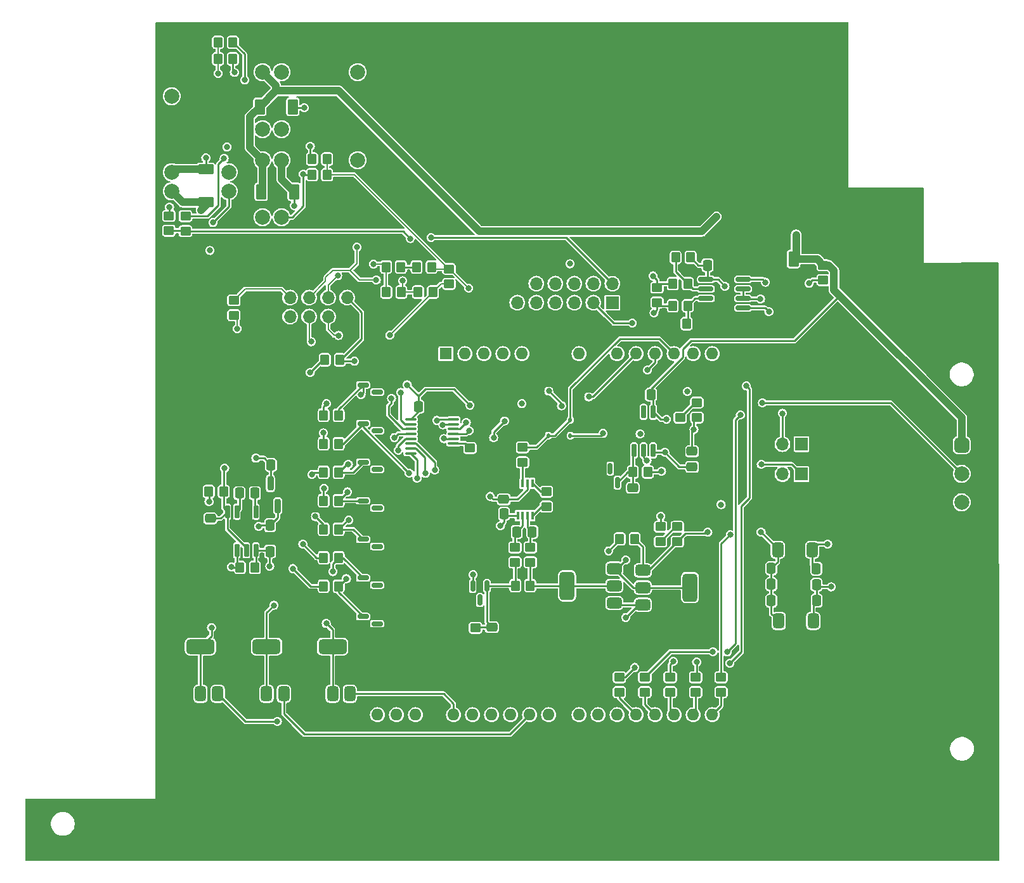
<source format=gbr>
%TF.GenerationSoftware,KiCad,Pcbnew,8.0.1*%
%TF.CreationDate,2024-07-10T12:18:48+02:00*%
%TF.ProjectId,TestBoardArduino,54657374-426f-4617-9264-41726475696e,rev?*%
%TF.SameCoordinates,Original*%
%TF.FileFunction,Copper,L4,Bot*%
%TF.FilePolarity,Positive*%
%FSLAX46Y46*%
G04 Gerber Fmt 4.6, Leading zero omitted, Abs format (unit mm)*
G04 Created by KiCad (PCBNEW 8.0.1) date 2024-07-10 12:18:48*
%MOMM*%
%LPD*%
G01*
G04 APERTURE LIST*
G04 Aperture macros list*
%AMRoundRect*
0 Rectangle with rounded corners*
0 $1 Rounding radius*
0 $2 $3 $4 $5 $6 $7 $8 $9 X,Y pos of 4 corners*
0 Add a 4 corners polygon primitive as box body*
4,1,4,$2,$3,$4,$5,$6,$7,$8,$9,$2,$3,0*
0 Add four circle primitives for the rounded corners*
1,1,$1+$1,$2,$3*
1,1,$1+$1,$4,$5*
1,1,$1+$1,$6,$7*
1,1,$1+$1,$8,$9*
0 Add four rect primitives between the rounded corners*
20,1,$1+$1,$2,$3,$4,$5,0*
20,1,$1+$1,$4,$5,$6,$7,0*
20,1,$1+$1,$6,$7,$8,$9,0*
20,1,$1+$1,$8,$9,$2,$3,0*%
G04 Aperture macros list end*
%TA.AperFunction,ComponentPad*%
%ADD10R,1.600000X1.600000*%
%TD*%
%TA.AperFunction,ComponentPad*%
%ADD11O,1.600000X1.600000*%
%TD*%
%TA.AperFunction,ComponentPad*%
%ADD12C,2.000000*%
%TD*%
%TA.AperFunction,ComponentPad*%
%ADD13R,1.700000X1.700000*%
%TD*%
%TA.AperFunction,ComponentPad*%
%ADD14O,1.700000X1.700000*%
%TD*%
%TA.AperFunction,ComponentPad*%
%ADD15RoundRect,0.500000X-0.500000X0.500000X-0.500000X-0.500000X0.500000X-0.500000X0.500000X0.500000X0*%
%TD*%
%TA.AperFunction,SMDPad,CuDef*%
%ADD16RoundRect,0.250000X-0.337500X-0.475000X0.337500X-0.475000X0.337500X0.475000X-0.337500X0.475000X0*%
%TD*%
%TA.AperFunction,SMDPad,CuDef*%
%ADD17RoundRect,0.250000X0.450000X-0.350000X0.450000X0.350000X-0.450000X0.350000X-0.450000X-0.350000X0*%
%TD*%
%TA.AperFunction,SMDPad,CuDef*%
%ADD18RoundRect,0.250000X0.350000X0.450000X-0.350000X0.450000X-0.350000X-0.450000X0.350000X-0.450000X0*%
%TD*%
%TA.AperFunction,SMDPad,CuDef*%
%ADD19RoundRect,0.150000X0.587500X0.150000X-0.587500X0.150000X-0.587500X-0.150000X0.587500X-0.150000X0*%
%TD*%
%TA.AperFunction,SMDPad,CuDef*%
%ADD20RoundRect,0.250000X0.337500X0.475000X-0.337500X0.475000X-0.337500X-0.475000X0.337500X-0.475000X0*%
%TD*%
%TA.AperFunction,SMDPad,CuDef*%
%ADD21RoundRect,0.250000X-0.350000X-0.450000X0.350000X-0.450000X0.350000X0.450000X-0.350000X0.450000X0*%
%TD*%
%TA.AperFunction,SMDPad,CuDef*%
%ADD22RoundRect,0.250000X-0.475000X0.337500X-0.475000X-0.337500X0.475000X-0.337500X0.475000X0.337500X0*%
%TD*%
%TA.AperFunction,SMDPad,CuDef*%
%ADD23RoundRect,0.250000X-0.450000X0.350000X-0.450000X-0.350000X0.450000X-0.350000X0.450000X0.350000X0*%
%TD*%
%TA.AperFunction,SMDPad,CuDef*%
%ADD24RoundRect,0.375000X0.375000X-0.625000X0.375000X0.625000X-0.375000X0.625000X-0.375000X-0.625000X0*%
%TD*%
%TA.AperFunction,SMDPad,CuDef*%
%ADD25RoundRect,0.500000X1.400000X-0.500000X1.400000X0.500000X-1.400000X0.500000X-1.400000X-0.500000X0*%
%TD*%
%TA.AperFunction,SMDPad,CuDef*%
%ADD26RoundRect,0.112500X0.112500X-0.187500X0.112500X0.187500X-0.112500X0.187500X-0.112500X-0.187500X0*%
%TD*%
%TA.AperFunction,SMDPad,CuDef*%
%ADD27RoundRect,0.100000X0.637500X0.100000X-0.637500X0.100000X-0.637500X-0.100000X0.637500X-0.100000X0*%
%TD*%
%TA.AperFunction,SMDPad,CuDef*%
%ADD28RoundRect,0.375000X0.625000X0.375000X-0.625000X0.375000X-0.625000X-0.375000X0.625000X-0.375000X0*%
%TD*%
%TA.AperFunction,SMDPad,CuDef*%
%ADD29RoundRect,0.500000X0.500000X1.400000X-0.500000X1.400000X-0.500000X-1.400000X0.500000X-1.400000X0*%
%TD*%
%TA.AperFunction,SMDPad,CuDef*%
%ADD30RoundRect,0.250000X0.450000X0.800000X-0.450000X0.800000X-0.450000X-0.800000X0.450000X-0.800000X0*%
%TD*%
%TA.AperFunction,SMDPad,CuDef*%
%ADD31RoundRect,0.250000X0.475000X-0.337500X0.475000X0.337500X-0.475000X0.337500X-0.475000X-0.337500X0*%
%TD*%
%TA.AperFunction,SMDPad,CuDef*%
%ADD32RoundRect,0.150000X-0.150000X0.725000X-0.150000X-0.725000X0.150000X-0.725000X0.150000X0.725000X0*%
%TD*%
%TA.AperFunction,SMDPad,CuDef*%
%ADD33RoundRect,0.250000X0.800000X-0.450000X0.800000X0.450000X-0.800000X0.450000X-0.800000X-0.450000X0*%
%TD*%
%TA.AperFunction,SMDPad,CuDef*%
%ADD34R,0.400000X1.100000*%
%TD*%
%TA.AperFunction,SMDPad,CuDef*%
%ADD35RoundRect,0.375000X-0.375000X0.625000X-0.375000X-0.625000X0.375000X-0.625000X0.375000X0.625000X0*%
%TD*%
%TA.AperFunction,SMDPad,CuDef*%
%ADD36RoundRect,0.500000X-1.400000X0.500000X-1.400000X-0.500000X1.400000X-0.500000X1.400000X0.500000X0*%
%TD*%
%TA.AperFunction,SMDPad,CuDef*%
%ADD37RoundRect,0.250000X-0.450000X-0.800000X0.450000X-0.800000X0.450000X0.800000X-0.450000X0.800000X0*%
%TD*%
%TA.AperFunction,SMDPad,CuDef*%
%ADD38RoundRect,0.150000X0.825000X0.150000X-0.825000X0.150000X-0.825000X-0.150000X0.825000X-0.150000X0*%
%TD*%
%TA.AperFunction,SMDPad,CuDef*%
%ADD39RoundRect,0.150000X0.150000X-0.587500X0.150000X0.587500X-0.150000X0.587500X-0.150000X-0.587500X0*%
%TD*%
%TA.AperFunction,SMDPad,CuDef*%
%ADD40RoundRect,0.150000X-0.150000X0.587500X-0.150000X-0.587500X0.150000X-0.587500X0.150000X0.587500X0*%
%TD*%
%TA.AperFunction,SMDPad,CuDef*%
%ADD41RoundRect,0.200000X-0.200000X0.750000X-0.200000X-0.750000X0.200000X-0.750000X0.200000X0.750000X0*%
%TD*%
%TA.AperFunction,SMDPad,CuDef*%
%ADD42RoundRect,0.375000X-0.625000X-0.375000X0.625000X-0.375000X0.625000X0.375000X-0.625000X0.375000X0*%
%TD*%
%TA.AperFunction,SMDPad,CuDef*%
%ADD43RoundRect,0.500000X-0.500000X-1.400000X0.500000X-1.400000X0.500000X1.400000X-0.500000X1.400000X0*%
%TD*%
%TA.AperFunction,SMDPad,CuDef*%
%ADD44RoundRect,0.150000X0.150000X-0.725000X0.150000X0.725000X-0.150000X0.725000X-0.150000X-0.725000X0*%
%TD*%
%TA.AperFunction,ViaPad*%
%ADD45C,0.800000*%
%TD*%
%TA.AperFunction,Conductor*%
%ADD46C,0.250000*%
%TD*%
%TA.AperFunction,Conductor*%
%ADD47C,1.000000*%
%TD*%
%TA.AperFunction,Conductor*%
%ADD48C,0.200000*%
%TD*%
G04 APERTURE END LIST*
D10*
%TO.P,A1,1,NC*%
%TO.N,unconnected-(A1-NC-Pad1)*%
X103758547Y-74345800D03*
D11*
%TO.P,A1,2,IOREF*%
%TO.N,unconnected-(A1-IOREF-Pad2)*%
X106298547Y-74345800D03*
%TO.P,A1,3,~{RESET}*%
%TO.N,unconnected-(A1-~{RESET}-Pad3)*%
X108838547Y-74345800D03*
%TO.P,A1,4,3V3*%
%TO.N,unconnected-(A1-3V3-Pad4)*%
X111378547Y-74345800D03*
%TO.P,A1,5,+5V*%
%TO.N,unconnected-(A1-+5V-Pad5)*%
X113918547Y-74345800D03*
%TO.P,A1,6,GND*%
%TO.N,GND*%
X116458547Y-74345800D03*
%TO.P,A1,7,GND*%
X118998547Y-74345800D03*
%TO.P,A1,8,VIN*%
%TO.N,+12V*%
X121538547Y-74345800D03*
%TO.P,A1,9,A0*%
%TO.N,Net-(A1-A0)*%
X126618547Y-74345800D03*
%TO.P,A1,10,A1*%
%TO.N,Net-(A1-A1)*%
X129158547Y-74345800D03*
%TO.P,A1,11,A2*%
%TO.N,Net-(A1-A2)*%
X131698547Y-74345800D03*
%TO.P,A1,12,A3*%
%TO.N,IOUT*%
X134238547Y-74345800D03*
%TO.P,A1,13,SDA/A4*%
%TO.N,BLE_VDD*%
X136778547Y-74345800D03*
%TO.P,A1,14,SCL/A5*%
%TO.N,unconnected-(A1-SCL{slash}A5-Pad14)*%
X139318547Y-74345800D03*
%TO.P,A1,15,D0/RX*%
%TO.N,Net-(A1-D0{slash}RX)*%
X139318547Y-122605800D03*
%TO.P,A1,16,D1/TX*%
%TO.N,Net-(A1-D1{slash}TX)*%
X136778547Y-122605800D03*
%TO.P,A1,17,D2*%
%TO.N,Net-(A1-D2)*%
X134238547Y-122605800D03*
%TO.P,A1,18,D3*%
%TO.N,Net-(A1-D3)*%
X131698547Y-122605800D03*
%TO.P,A1,19,D4*%
%TO.N,Net-(A1-D4)*%
X129158547Y-122605800D03*
%TO.P,A1,20,D5*%
%TO.N,S1*%
X126618547Y-122605800D03*
%TO.P,A1,21,D6*%
%TO.N,S2*%
X124078547Y-122605800D03*
%TO.P,A1,22,D7*%
%TO.N,S3*%
X121538547Y-122605800D03*
%TO.P,A1,23,D8*%
%TO.N,Dout*%
X117478547Y-122605800D03*
%TO.P,A1,24,D9*%
%TO.N,SHRT_T*%
X114938547Y-122605800D03*
%TO.P,A1,25,D10*%
%TO.N,unconnected-(A1-D10-Pad25)*%
X112398547Y-122605800D03*
%TO.P,A1,26,D11*%
%TO.N,SHRT_P*%
X109858547Y-122605800D03*
%TO.P,A1,27,D12*%
%TO.N,unconnected-(A1-D12-Pad27)*%
X107318547Y-122605800D03*
%TO.P,A1,28,D13*%
%TO.N,EN_BAT*%
X104778547Y-122605800D03*
%TO.P,A1,29,GND*%
%TO.N,GND*%
X102238547Y-122605800D03*
%TO.P,A1,30,AREF*%
%TO.N,unconnected-(A1-AREF-Pad30)*%
X99698547Y-122605800D03*
%TO.P,A1,31,SDA/A4*%
%TO.N,unconnected-(A1-SDA{slash}A4-Pad31)*%
X97158547Y-122605800D03*
%TO.P,A1,32,SCL/A5*%
%TO.N,unconnected-(A1-SCL{slash}A5-Pad32)*%
X94618547Y-122605800D03*
%TD*%
D12*
%TO.P,K3,1*%
%TO.N,Net-(K3-Pad1)*%
X79270547Y-56114000D03*
%TO.P,K3,2*%
%TO.N,Net-(K3-Pad2)*%
X81810547Y-56114000D03*
%TO.P,K3,3*%
%TO.N,+24V*%
X79270547Y-48494000D03*
%TO.P,K3,4*%
%TO.N,Net-(D15-A)*%
X81810547Y-48494000D03*
%TO.P,K3,5*%
%TO.N,B-*%
X91970547Y-48494000D03*
%TD*%
%TO.P,K2,1*%
%TO.N,Net-(K2-Pad1)*%
X79270547Y-44338400D03*
%TO.P,K2,2*%
%TO.N,Net-(K2-Pad2)*%
X81810547Y-44338400D03*
%TO.P,K2,3*%
%TO.N,+24V*%
X79270547Y-36718400D03*
%TO.P,K2,4*%
%TO.N,Net-(D14-A)*%
X81810547Y-36718400D03*
%TO.P,K2,5*%
%TO.N,T-*%
X91970547Y-36718400D03*
%TD*%
D13*
%TO.P,J6,1,Pin_1*%
%TO.N,UART_RX*%
X151236547Y-86435800D03*
D14*
%TO.P,J6,2,Pin_2*%
%TO.N,RX*%
X148696547Y-86435800D03*
%TD*%
D12*
%TO.P,K1,1*%
%TO.N,Net-(K1-Pad1)*%
X74767147Y-52631200D03*
%TO.P,K1,2*%
%TO.N,Net-(K1-Pad2)*%
X74767147Y-50091200D03*
%TO.P,K1,3*%
%TO.N,+24V*%
X67147147Y-52631200D03*
%TO.P,K1,4*%
%TO.N,Net-(D13-A)*%
X67147147Y-50091200D03*
%TO.P,K1,5*%
%TO.N,Net-(Q1-E)*%
X67147147Y-39931200D03*
%TD*%
D13*
%TO.P,J7,1,Pin_1*%
%TO.N,UART_TX*%
X151236547Y-90435800D03*
D14*
%TO.P,J7,2,Pin_2*%
%TO.N,TX*%
X148696547Y-90435800D03*
%TD*%
D15*
%TO.P,J5,1,Pin_1*%
%TO.N,+24V*%
X172643347Y-86588600D03*
D12*
%TO.P,J5,2,Pin_2*%
%TO.N,UART_S_TX*%
X172643347Y-90398600D03*
%TO.P,J5,3,Pin_3*%
%TO.N,UART_S_RX*%
X172643347Y-94208600D03*
%TO.P,J5,4,Pin_4*%
%TO.N,GND*%
X172643347Y-98018600D03*
%TD*%
D16*
%TO.P,C2,1*%
%TO.N,GND*%
X129075047Y-79822800D03*
%TO.P,C2,2*%
%TO.N,+24V*%
X131150047Y-79822800D03*
%TD*%
D17*
%TO.P,R27,1*%
%TO.N,T+*%
X75437547Y-69208400D03*
%TO.P,R27,2*%
%TO.N,T-*%
X75437547Y-67208400D03*
%TD*%
D18*
%TO.P,R31,1*%
%TO.N,B+*%
X101837547Y-62763400D03*
%TO.P,R31,2*%
%TO.N,Net-(R31-Pad2)*%
X99837547Y-62763400D03*
%TD*%
D19*
%TO.P,D6,1,A*%
%TO.N,GND*%
X94577447Y-87893568D03*
%TO.P,D6,2*%
%TO.N,N/C*%
X94577447Y-89793568D03*
%TO.P,D6,3,K*%
%TO.N,+3.0VIO*%
X92702447Y-88843568D03*
%TD*%
D20*
%TO.P,C6,1*%
%TO.N,-3V3*%
X111527047Y-95748600D03*
%TO.P,C6,2*%
%TO.N,GND*%
X109452047Y-95748600D03*
%TD*%
D17*
%TO.P,R8,1*%
%TO.N,Net-(R7-Pad2)*%
X135041947Y-82880200D03*
%TO.P,R8,2*%
%TO.N,GND*%
X135041947Y-80880200D03*
%TD*%
D21*
%TO.P,R23,1*%
%TO.N,+1.8VIO_LPM*%
X87432947Y-82575400D03*
%TO.P,R23,2*%
%TO.N,+1.8VIO*%
X89432947Y-82575400D03*
%TD*%
D22*
%TO.P,C3,1*%
%TO.N,Net-(U4-A)*%
X109905347Y-110900300D03*
%TO.P,C3,2*%
%TO.N,GND*%
X109905347Y-112975300D03*
%TD*%
D18*
%TO.P,R28,1*%
%TO.N,VB+*%
X102024747Y-66116200D03*
%TO.P,R28,2*%
%TO.N,B-*%
X100024747Y-66116200D03*
%TD*%
D17*
%TO.P,R53,1*%
%TO.N,Net-(A1-D0{slash}RX)*%
X140512347Y-119592600D03*
%TO.P,R53,2*%
%TO.N,UART_RX*%
X140512347Y-117592600D03*
%TD*%
D23*
%TO.P,R58,1*%
%TO.N,Net-(U12-INH)*%
X106966647Y-86965400D03*
%TO.P,R58,2*%
%TO.N,GND*%
X106966647Y-88965400D03*
%TD*%
D19*
%TO.P,D4,1,A*%
%TO.N,GND*%
X94577447Y-103374867D03*
%TO.P,D4,2*%
%TO.N,N/C*%
X94577447Y-105274867D03*
%TO.P,D4,3,K*%
%TO.N,CORE_VDD*%
X92702447Y-104324867D03*
%TD*%
D24*
%TO.P,U7,1,VI*%
%TO.N,+24V*%
X152667547Y-100559000D03*
%TO.P,U7,2,GND*%
%TO.N,GND*%
X150367547Y-100559000D03*
D25*
X150367547Y-94259000D03*
D24*
%TO.P,U7,3,VO*%
%TO.N,+12V*%
X148067547Y-100559000D03*
%TD*%
D17*
%TO.P,R57,1*%
%TO.N,Net-(A1-D4)*%
X126923347Y-119592600D03*
%TO.P,R57,2*%
%TO.N,UART_S_TX*%
X126923347Y-117592600D03*
%TD*%
D19*
%TO.P,D3,1,A*%
%TO.N,GND*%
X94577447Y-108535300D03*
%TO.P,D3,2*%
%TO.N,N/C*%
X94577447Y-110435300D03*
%TO.P,D3,3,K*%
%TO.N,VCC_MAIN*%
X92702447Y-109485300D03*
%TD*%
D17*
%TO.P,R56,1*%
%TO.N,Net-(A1-D3)*%
X130320597Y-119592600D03*
%TO.P,R56,2*%
%TO.N,UART_S_RX*%
X130320597Y-117592600D03*
%TD*%
D26*
%TO.P,D1,1,K*%
%TO.N,+5V*%
X120373747Y-85292400D03*
%TO.P,D1,2,A*%
%TO.N,IOUT*%
X120373747Y-83192400D03*
%TD*%
D23*
%TO.P,R2,1*%
%TO.N,Net-(U4-A)*%
X107720947Y-110988600D03*
%TO.P,R2,2*%
%TO.N,GND*%
X107720947Y-112988600D03*
%TD*%
D18*
%TO.P,R16,1*%
%TO.N,B+*%
X87892947Y-50419000D03*
%TO.P,R16,2*%
%TO.N,Net-(K3-Pad2)*%
X85892947Y-50419000D03*
%TD*%
%TO.P,R50,1*%
%TO.N,Net-(U11-B)*%
X136051347Y-64987400D03*
%TO.P,R50,2*%
%TO.N,-RS485*%
X134051347Y-64987400D03*
%TD*%
D21*
%TO.P,R21,1*%
%TO.N,VPP_2V5_LPM*%
X87432947Y-86385400D03*
%TO.P,R21,2*%
%TO.N,VPP_2V5*%
X89432947Y-86385400D03*
%TD*%
D16*
%TO.P,C22,1*%
%TO.N,+12V*%
X147208547Y-105156000D03*
%TO.P,C22,2*%
%TO.N,GND*%
X149283547Y-105156000D03*
%TD*%
%TO.P,C34,1*%
%TO.N,-3V3*%
X80408347Y-89224200D03*
%TO.P,C34,2*%
%TO.N,GND*%
X82483347Y-89224200D03*
%TD*%
D21*
%TO.P,R44,1*%
%TO.N,Net-(U8-FB)*%
X72089247Y-92780200D03*
%TO.P,R44,2*%
%TO.N,+5V*%
X74089247Y-92780200D03*
%TD*%
D17*
%TO.P,R24,1*%
%TO.N,+BATT*%
X66772547Y-57921400D03*
%TO.P,R24,2*%
%TO.N,Net-(K1-Pad1)*%
X66772547Y-55921400D03*
%TD*%
%TO.P,R5,1*%
%TO.N,Net-(Q1-E)*%
X134670347Y-99466400D03*
%TO.P,R5,2*%
%TO.N,Net-(R5-Pad2)*%
X134670347Y-97466400D03*
%TD*%
D27*
%TO.P,U12,1,B1*%
%TO.N,+3.0VIO*%
X104766847Y-83119800D03*
%TO.P,U12,2,B0*%
%TO.N,+1.8VDD*%
X104766847Y-83769800D03*
%TO.P,U12,3,C1*%
%TO.N,+1.8VIO*%
X104766847Y-84419800D03*
%TO.P,U12,4,C*%
%TO.N,Net-(A1-A2)*%
X104766847Y-85069800D03*
%TO.P,U12,5,C0*%
%TO.N,VPP_2V5*%
X104766847Y-85719800D03*
%TO.P,U12,6,INH*%
%TO.N,Net-(U12-INH)*%
X104766847Y-86369800D03*
%TO.P,U12,7,VEE*%
%TO.N,GND*%
X104766847Y-87019800D03*
%TO.P,U12,8,VSS*%
X104766847Y-87669800D03*
%TO.P,U12,9,S3*%
%TO.N,S3*%
X99041847Y-87669800D03*
%TO.P,U12,10,S2*%
%TO.N,S2*%
X99041847Y-87019800D03*
%TO.P,U12,11,S1*%
%TO.N,S1*%
X99041847Y-86369800D03*
%TO.P,U12,12,A0*%
%TO.N,VCC_MAIN*%
X99041847Y-85719800D03*
%TO.P,U12,13,A1*%
%TO.N,CORE_VDD*%
X99041847Y-85069800D03*
%TO.P,U12,14,A*%
%TO.N,Net-(A1-A0)*%
X99041847Y-84419800D03*
%TO.P,U12,15,B*%
%TO.N,Net-(A1-A1)*%
X99041847Y-83769800D03*
%TO.P,U12,16,VDD*%
%TO.N,+5V*%
X99041847Y-83119800D03*
%TD*%
D17*
%TO.P,R10,1*%
%TO.N,Net-(Q2-C-Pad2)*%
X115036147Y-102235000D03*
%TO.P,R10,2*%
%TO.N,Net-(U3B-IN-)*%
X115036147Y-100235000D03*
%TD*%
%TO.P,R9,1*%
%TO.N,Net-(U4-A)*%
X112978747Y-102235000D03*
%TO.P,R9,2*%
%TO.N,Net-(U3B-IN+)*%
X112978747Y-100235000D03*
%TD*%
D28*
%TO.P,Q2,1,B*%
%TO.N,Net-(Q2-B)*%
X126237947Y-103075200D03*
%TO.P,Q2,2,C*%
%TO.N,Net-(Q2-C-Pad2)*%
X126237947Y-105375200D03*
D29*
X119937947Y-105375200D03*
D28*
%TO.P,Q2,3,E*%
%TO.N,Net-(Q1-B)*%
X126237947Y-107675200D03*
%TD*%
D22*
%TO.P,C5,1*%
%TO.N,GND*%
X111480147Y-91739300D03*
%TO.P,C5,2*%
%TO.N,+24V*%
X111480147Y-93814300D03*
%TD*%
D30*
%TO.P,D10,1,K*%
%TO.N,+24V*%
X150179947Y-61696600D03*
%TO.P,D10,2,A*%
%TO.N,GND*%
X145779947Y-61696600D03*
%TD*%
D17*
%TO.P,R22,1*%
%TO.N,+BATT*%
X68985947Y-57972200D03*
%TO.P,R22,2*%
%TO.N,Net-(K1-Pad2)*%
X68985947Y-55972200D03*
%TD*%
D21*
%TO.P,R25,1*%
%TO.N,BLE_VDD_LPM*%
X87432947Y-94005400D03*
%TO.P,R25,2*%
%TO.N,BLE_VDD*%
X89432947Y-94005400D03*
%TD*%
D17*
%TO.P,R12,1*%
%TO.N,Net-(U3B-OUT)*%
X113994747Y-88874600D03*
%TO.P,R12,2*%
%TO.N,IOUT*%
X113994747Y-86874600D03*
%TD*%
D18*
%TO.P,R51,1*%
%TO.N,Net-(U11-A)*%
X136051347Y-67937400D03*
%TO.P,R51,2*%
%TO.N,+RS485*%
X134051347Y-67937400D03*
%TD*%
%TO.P,R48,1*%
%TO.N,+5V*%
X136432347Y-61482200D03*
%TO.P,R48,2*%
%TO.N,Net-(U11-B)*%
X134432347Y-61482200D03*
%TD*%
D21*
%TO.P,R17,1*%
%TO.N,+1.8VDD_LPM*%
X87432947Y-97815400D03*
%TO.P,R17,2*%
%TO.N,+1.8VDD*%
X89432947Y-97815400D03*
%TD*%
D16*
%TO.P,C35,1*%
%TO.N,+5V*%
X138687447Y-62523600D03*
%TO.P,C35,2*%
%TO.N,GND*%
X140762447Y-62523600D03*
%TD*%
D21*
%TO.P,R20,1*%
%TO.N,T+*%
X73319947Y-32715200D03*
%TO.P,R20,2*%
%TO.N,Net-(K2-Pad2)*%
X75319947Y-32715200D03*
%TD*%
D17*
%TO.P,R7,1*%
%TO.N,Net-(U1A--)*%
X137277147Y-82880200D03*
%TO.P,R7,2*%
%TO.N,Net-(R7-Pad2)*%
X137277147Y-80880200D03*
%TD*%
D16*
%TO.P,C36,1*%
%TO.N,+5V*%
X100112547Y-81437600D03*
%TO.P,C36,2*%
%TO.N,GND*%
X102187547Y-81437600D03*
%TD*%
D21*
%TO.P,R35,1*%
%TO.N,+5V*%
X87594747Y-75158600D03*
%TO.P,R35,2*%
%TO.N,Dout*%
X89594747Y-75158600D03*
%TD*%
D31*
%TO.P,C1,1*%
%TO.N,GND*%
X128715547Y-94347700D03*
%TO.P,C1,2*%
%TO.N,Net-(U1A-+)*%
X128715547Y-92272700D03*
%TD*%
D16*
%TO.P,C7,1*%
%TO.N,Net-(U3B-IN+)*%
X113211247Y-98161600D03*
%TO.P,C7,2*%
%TO.N,Net-(U3B-IN-)*%
X115286247Y-98161600D03*
%TD*%
%TO.P,C15,1*%
%TO.N,+12V*%
X147208547Y-107365800D03*
%TO.P,C15,2*%
%TO.N,GND*%
X149283547Y-107365800D03*
%TD*%
D24*
%TO.P,Q3,1,G*%
%TO.N,EN_BAT*%
X90933447Y-119812200D03*
%TO.P,Q3,2,D*%
%TO.N,Net-(D13-A)*%
X88633447Y-119812200D03*
D25*
X88633447Y-113512200D03*
D24*
%TO.P,Q3,3,S*%
%TO.N,GND*%
X86333447Y-119812200D03*
%TD*%
%TO.P,Q5,1,G*%
%TO.N,SHRT_P*%
X73293747Y-119812200D03*
%TO.P,Q5,2,D*%
%TO.N,Net-(D15-A)*%
X70993747Y-119812200D03*
D25*
X70993747Y-113512200D03*
D24*
%TO.P,Q5,3,S*%
%TO.N,GND*%
X68693747Y-119812200D03*
%TD*%
D19*
%TO.P,D7,1,A*%
%TO.N,GND*%
X94577447Y-82733135D03*
%TO.P,D7,2*%
%TO.N,N/C*%
X94577447Y-84633135D03*
%TO.P,D7,3,K*%
%TO.N,VPP_2V5*%
X92702447Y-83683135D03*
%TD*%
D21*
%TO.P,R18,1*%
%TO.N,T+*%
X73319947Y-34950400D03*
%TO.P,R18,2*%
%TO.N,Net-(K2-Pad1)*%
X75319947Y-34950400D03*
%TD*%
D19*
%TO.P,D8,1,A*%
%TO.N,GND*%
X94577447Y-77572700D03*
%TO.P,D8,2*%
%TO.N,N/C*%
X94577447Y-79472700D03*
%TO.P,D8,3,K*%
%TO.N,+1.8VIO*%
X92702447Y-78522700D03*
%TD*%
D20*
%TO.P,C18,1*%
%TO.N,+5V*%
X153255347Y-107365800D03*
%TO.P,C18,2*%
%TO.N,GND*%
X151180347Y-107365800D03*
%TD*%
D13*
%TO.P,J2,1,Pin_1*%
%TO.N,GND*%
X133146347Y-127685800D03*
D14*
%TO.P,J2,2,Pin_2*%
X133146347Y-130225800D03*
%TO.P,J2,3,Pin_3*%
X135686347Y-127685800D03*
%TO.P,J2,4,Pin_4*%
X135686347Y-130225800D03*
%TO.P,J2,5,Pin_5*%
X138226347Y-127685800D03*
%TO.P,J2,6,Pin_6*%
X138226347Y-130225800D03*
%TO.P,J2,7,Pin_7*%
X140766347Y-127685800D03*
%TO.P,J2,8,Pin_8*%
X140766347Y-130225800D03*
%TO.P,J2,9,Pin_9*%
X143306347Y-127685800D03*
%TO.P,J2,10,Pin_10*%
X143306347Y-130225800D03*
%TO.P,J2,11,Pin_11*%
X145846347Y-127685800D03*
%TO.P,J2,12,Pin_12*%
X145846347Y-130225800D03*
%TD*%
D31*
%TO.P,C4,1*%
%TO.N,Net-(Q2-B)*%
X136626147Y-89470900D03*
%TO.P,C4,2*%
%TO.N,Net-(U1A--)*%
X136626147Y-87395900D03*
%TD*%
D32*
%TO.P,U8,1,IN*%
%TO.N,+5V*%
X74573947Y-95469000D03*
%TO.P,U8,2,CAP+*%
%TO.N,Net-(U8-CAP+)*%
X75843947Y-95469000D03*
%TO.P,U8,3,GND*%
%TO.N,GND*%
X77113947Y-95469000D03*
%TO.P,U8,4,CAP-*%
%TO.N,Net-(U8-CAP-)*%
X78383947Y-95469000D03*
%TO.P,U8,5,OUT*%
%TO.N,Net-(U10--IN)*%
X78383947Y-100619000D03*
%TO.P,U8,6,/SHDN*%
%TO.N,+5V*%
X77113947Y-100619000D03*
%TO.P,U8,7,FB*%
%TO.N,Net-(U8-FB)*%
X75843947Y-100619000D03*
%TO.P,U8,8,AGND*%
%TO.N,GND*%
X74573947Y-100619000D03*
%TD*%
D33*
%TO.P,D13,1,K*%
%TO.N,+24V*%
X71703747Y-54117600D03*
%TO.P,D13,2,A*%
%TO.N,Net-(D13-A)*%
X71703747Y-49717600D03*
%TD*%
D21*
%TO.P,R19,1*%
%TO.N,+3.0VIO_LPM*%
X87432947Y-90195400D03*
%TO.P,R19,2*%
%TO.N,+3.0VIO*%
X89432947Y-90195400D03*
%TD*%
D13*
%TO.P,J3,1,Pin_1*%
%TO.N,GND*%
X90575947Y-69392800D03*
D14*
%TO.P,J3,2,Pin_2*%
%TO.N,Dout*%
X90575947Y-66852800D03*
%TO.P,J3,3,Pin_3*%
%TO.N,VB+*%
X88035947Y-69392800D03*
%TO.P,J3,4,Pin_4*%
%TO.N,VB-*%
X88035947Y-66852800D03*
%TO.P,J3,5,Pin_5*%
%TO.N,B+*%
X85495947Y-69392800D03*
%TO.P,J3,6,Pin_6*%
%TO.N,B-*%
X85495947Y-66852800D03*
%TO.P,J3,7,Pin_7*%
%TO.N,T+*%
X82955947Y-69392800D03*
%TO.P,J3,8,Pin_8*%
%TO.N,T-*%
X82955947Y-66852800D03*
%TO.P,J3,9,Pin_9*%
%TO.N,GND*%
X80415947Y-69392800D03*
%TO.P,J3,10,Pin_10*%
X80415947Y-66852800D03*
%TD*%
D23*
%TO.P,R33,1*%
%TO.N,+24V*%
X154152147Y-62525400D03*
%TO.P,R33,2*%
%TO.N,Net-(D11-A)*%
X154152147Y-64525400D03*
%TD*%
D17*
%TO.P,R6,1*%
%TO.N,Net-(R5-Pad2)*%
X132409747Y-99466400D03*
%TO.P,R6,2*%
%TO.N,Net-(U1A--)*%
X132409747Y-97466400D03*
%TD*%
D18*
%TO.P,R32,1*%
%TO.N,Net-(R31-Pad2)*%
X97757547Y-62763400D03*
%TO.P,R32,2*%
%TO.N,VB-*%
X95757547Y-62763400D03*
%TD*%
D13*
%TO.P,J4,1,Pin_1*%
%TO.N,VExt*%
X125983547Y-67538600D03*
D14*
%TO.P,J4,2,Pin_2*%
%TO.N,+BATT*%
X125983547Y-64998600D03*
%TO.P,J4,3,Pin_3*%
%TO.N,+RS485*%
X123443547Y-67538600D03*
%TO.P,J4,4,Pin_4*%
%TO.N,-RS485*%
X123443547Y-64998600D03*
%TO.P,J4,5,Pin_5*%
%TO.N,VCC_MAIN_LPM*%
X120903547Y-67538600D03*
%TO.P,J4,6,Pin_6*%
%TO.N,CORE_VDD_LPM*%
X120903547Y-64998600D03*
%TO.P,J4,7,Pin_7*%
%TO.N,+1.8VDD_LPM*%
X118363547Y-67538600D03*
%TO.P,J4,8,Pin_8*%
%TO.N,+3.0VIO_LPM*%
X118363547Y-64998600D03*
%TO.P,J4,9,Pin_9*%
%TO.N,VPP_2V5_LPM*%
X115823547Y-67538600D03*
%TO.P,J4,10,Pin_10*%
%TO.N,+1.8VIO_LPM*%
X115823547Y-64998600D03*
%TO.P,J4,11,Pin_11*%
%TO.N,BLE_VDD_LPM*%
X113283547Y-67538600D03*
%TO.P,J4,12,Pin_12*%
%TO.N,GND*%
X113283547Y-64998600D03*
%TD*%
D34*
%TO.P,U3,1,Rg-*%
%TO.N,Net-(U3B-Rg-)*%
X115299947Y-95993600D03*
%TO.P,U3,2,IN-*%
%TO.N,Net-(U3B-IN-)*%
X114649947Y-95993600D03*
%TO.P,U3,3,IN+*%
%TO.N,Net-(U3B-IN+)*%
X113999947Y-95993600D03*
%TO.P,U3,4,V-*%
%TO.N,-3V3*%
X113349947Y-95993600D03*
%TO.P,U3,5,Ref*%
%TO.N,GND*%
X113349947Y-91693600D03*
%TO.P,U3,6,OUT*%
%TO.N,Net-(U3B-OUT)*%
X113999947Y-91693600D03*
%TO.P,U3,7,V+*%
%TO.N,+24V*%
X114649947Y-91693600D03*
%TO.P,U3,8,Rg+*%
%TO.N,Net-(U3B-Rg+)*%
X115299947Y-91693600D03*
%TD*%
D22*
%TO.P,C29,1*%
%TO.N,+5V*%
X72301847Y-96365500D03*
%TO.P,C29,2*%
%TO.N,GND*%
X72301847Y-98440500D03*
%TD*%
D35*
%TO.P,U6,1,VI*%
%TO.N,+12V*%
X148206647Y-110083200D03*
%TO.P,U6,2,GND*%
%TO.N,GND*%
X150506647Y-110083200D03*
D36*
X150506647Y-116383200D03*
D35*
%TO.P,U6,3,VO*%
%TO.N,+5V*%
X152806647Y-110083200D03*
%TD*%
D37*
%TO.P,D14,1,K*%
%TO.N,+24V*%
X78901747Y-41351200D03*
%TO.P,D14,2,A*%
%TO.N,Net-(D14-A)*%
X83301747Y-41351200D03*
%TD*%
D38*
%TO.P,U11,1,RO*%
%TO.N,RX*%
X143430347Y-64428600D03*
%TO.P,U11,2,~{RE}*%
%TO.N,EN_RX{slash}TX*%
X143430347Y-65698600D03*
%TO.P,U11,3,DE*%
X143430347Y-66968600D03*
%TO.P,U11,4,DI*%
%TO.N,TX*%
X143430347Y-68238600D03*
%TO.P,U11,5,GND*%
%TO.N,GND*%
X138480347Y-68238600D03*
%TO.P,U11,6,A*%
%TO.N,Net-(U11-A)*%
X138480347Y-66968600D03*
%TO.P,U11,7,B*%
%TO.N,Net-(U11-B)*%
X138480347Y-65698600D03*
%TO.P,U11,8,VCC*%
%TO.N,+5V*%
X138480347Y-64428600D03*
%TD*%
D39*
%TO.P,U2,1,K*%
%TO.N,Net-(U1A-+)*%
X126653147Y-91583000D03*
%TO.P,U2,2,A*%
%TO.N,GND*%
X124753147Y-91583000D03*
%TO.P,U2,3*%
%TO.N,N/C*%
X125703147Y-89708000D03*
%TD*%
D19*
%TO.P,D9,1,A*%
%TO.N,GND*%
X94577447Y-93054001D03*
%TO.P,D9,2*%
%TO.N,N/C*%
X94577447Y-94954001D03*
%TO.P,D9,3,K*%
%TO.N,BLE_VDD*%
X92702447Y-94004001D03*
%TD*%
D17*
%TO.P,R55,1*%
%TO.N,Net-(A1-D2)*%
X133717847Y-119592600D03*
%TO.P,R55,2*%
%TO.N,EN_RX{slash}TX*%
X133717847Y-117592600D03*
%TD*%
%TO.P,R54,1*%
%TO.N,Net-(A1-D1{slash}TX)*%
X137115097Y-119592600D03*
%TO.P,R54,2*%
%TO.N,UART_TX*%
X137115097Y-117592600D03*
%TD*%
%TO.P,R52,1*%
%TO.N,+RS485*%
X131952547Y-67511400D03*
%TO.P,R52,2*%
%TO.N,-RS485*%
X131952547Y-65511400D03*
%TD*%
D20*
%TO.P,C19,1*%
%TO.N,+5V*%
X153245947Y-105232200D03*
%TO.P,C19,2*%
%TO.N,GND*%
X151170947Y-105232200D03*
%TD*%
D18*
%TO.P,R29,1*%
%TO.N,B-*%
X97808347Y-66116200D03*
%TO.P,R29,2*%
%TO.N,VB-*%
X95808347Y-66116200D03*
%TD*%
D40*
%TO.P,U4,1,K*%
%TO.N,+24V*%
X107341047Y-105402900D03*
%TO.P,U4,2,A*%
%TO.N,Net-(U4-A)*%
X109241047Y-105402900D03*
%TO.P,U4,3*%
%TO.N,N/C*%
X108291047Y-107277900D03*
%TD*%
D21*
%TO.P,R4,1*%
%TO.N,Net-(Q1-B)*%
X126964747Y-99101400D03*
%TO.P,R4,2*%
%TO.N,Net-(Q1-E)*%
X128964747Y-99101400D03*
%TD*%
D16*
%TO.P,C28,1*%
%TO.N,Net-(U8-CAP+)*%
X76191947Y-92983400D03*
%TO.P,C28,2*%
%TO.N,Net-(U8-CAP-)*%
X78266947Y-92983400D03*
%TD*%
D41*
%TO.P,U10,1,-VOUT*%
%TO.N,-3V3*%
X80328947Y-91686600D03*
%TO.P,U10,2,GND*%
%TO.N,GND*%
X82228947Y-91686600D03*
%TO.P,U10,3,-IN*%
%TO.N,Net-(U10--IN)*%
X81278947Y-94686600D03*
%TD*%
D13*
%TO.P,J1,1,Pin_1*%
%TO.N,GND*%
X90271147Y-130225800D03*
D14*
%TO.P,J1,2,Pin_2*%
X90271147Y-127685800D03*
%TO.P,J1,3,Pin_3*%
X87731147Y-130225800D03*
%TO.P,J1,4,Pin_4*%
X87731147Y-127685800D03*
%TO.P,J1,5,Pin_5*%
X85191147Y-130225800D03*
%TO.P,J1,6,Pin_6*%
X85191147Y-127685800D03*
%TO.P,J1,7,Pin_7*%
X82651147Y-130225800D03*
%TO.P,J1,8,Pin_8*%
X82651147Y-127685800D03*
%TO.P,J1,9,Pin_9*%
X80111147Y-130225800D03*
%TO.P,J1,10,Pin_10*%
X80111147Y-127685800D03*
%TO.P,J1,11,Pin_11*%
X77571147Y-130225800D03*
%TO.P,J1,12,Pin_12*%
X77571147Y-127685800D03*
%TD*%
D18*
%TO.P,R14,1*%
%TO.N,B+*%
X87892947Y-48336200D03*
%TO.P,R14,2*%
%TO.N,Net-(K3-Pad1)*%
X85892947Y-48336200D03*
%TD*%
D21*
%TO.P,R49,1*%
%TO.N,Net-(U11-A)*%
X135880147Y-70346800D03*
%TO.P,R49,2*%
%TO.N,GND*%
X137880147Y-70346800D03*
%TD*%
D16*
%TO.P,C31,1*%
%TO.N,Net-(U10--IN)*%
X80281347Y-100781200D03*
%TO.P,C31,2*%
%TO.N,GND*%
X82356347Y-100781200D03*
%TD*%
D19*
%TO.P,D5,1,A*%
%TO.N,GND*%
X94577447Y-98214434D03*
%TO.P,D5,2*%
%TO.N,N/C*%
X94577447Y-100114434D03*
%TO.P,D5,3,K*%
%TO.N,+1.8VDD*%
X92702447Y-99164434D03*
%TD*%
D42*
%TO.P,Q1,1,B*%
%TO.N,Net-(Q1-B)*%
X130047147Y-107903800D03*
%TO.P,Q1,2,C*%
%TO.N,Net-(Q2-B)*%
X130047147Y-105603800D03*
D43*
X136347147Y-105603800D03*
D42*
%TO.P,Q1,3,E*%
%TO.N,Net-(Q1-E)*%
X130047147Y-103303800D03*
%TD*%
D24*
%TO.P,Q4,1,G*%
%TO.N,SHRT_T*%
X82113597Y-119812200D03*
%TO.P,Q4,2,D*%
%TO.N,Net-(D14-A)*%
X79813597Y-119812200D03*
D25*
X79813597Y-113512200D03*
D24*
%TO.P,Q4,3,S*%
%TO.N,GND*%
X77513597Y-119812200D03*
%TD*%
D21*
%TO.P,R45,1*%
%TO.N,Net-(U8-FB)*%
X76254847Y-102914800D03*
%TO.P,R45,2*%
%TO.N,Net-(U10--IN)*%
X78254847Y-102914800D03*
%TD*%
D20*
%TO.P,C17,1*%
%TO.N,+24V*%
X153220547Y-103073200D03*
%TO.P,C17,2*%
%TO.N,GND*%
X151145547Y-103073200D03*
%TD*%
D21*
%TO.P,R13,1*%
%TO.N,VCC_MAIN_LPM*%
X87432947Y-105435400D03*
%TO.P,R13,2*%
%TO.N,VCC_MAIN*%
X89432947Y-105435400D03*
%TD*%
D37*
%TO.P,D15,1,K*%
%TO.N,+24V*%
X79079547Y-52705000D03*
%TO.P,D15,2,A*%
%TO.N,Net-(D15-A)*%
X83479547Y-52705000D03*
%TD*%
D21*
%TO.P,R15,1*%
%TO.N,CORE_VDD_LPM*%
X87432947Y-101625400D03*
%TO.P,R15,2*%
%TO.N,CORE_VDD*%
X89432947Y-101625400D03*
%TD*%
D17*
%TO.P,R30,1*%
%TO.N,VB+*%
X104158547Y-65024000D03*
%TO.P,R30,2*%
%TO.N,B+*%
X104158547Y-63024000D03*
%TD*%
D16*
%TO.P,C32,1*%
%TO.N,Net-(U10--IN)*%
X80281347Y-97276000D03*
%TO.P,C32,2*%
%TO.N,GND*%
X82356347Y-97276000D03*
%TD*%
D17*
%TO.P,R11,1*%
%TO.N,Net-(U3B-Rg-)*%
X117169747Y-94792800D03*
%TO.P,R11,2*%
%TO.N,Net-(U3B-Rg+)*%
X117169747Y-92792800D03*
%TD*%
D21*
%TO.P,R3,1*%
%TO.N,Net-(U4-A)*%
X113020147Y-105349800D03*
%TO.P,R3,2*%
%TO.N,Net-(Q2-C-Pad2)*%
X115020147Y-105349800D03*
%TD*%
D18*
%TO.P,R1,1*%
%TO.N,+24V*%
X130715547Y-90160600D03*
%TO.P,R1,2*%
%TO.N,Net-(U1A-+)*%
X128715547Y-90160600D03*
%TD*%
D26*
%TO.P,D2,1,K*%
%TO.N,IOUT*%
X117423747Y-85292400D03*
%TO.P,D2,2,A*%
%TO.N,GND*%
X117423747Y-83192400D03*
%TD*%
D44*
%TO.P,U1,1*%
%TO.N,Net-(Q2-B)*%
X131444547Y-87274600D03*
%TO.P,U1,2,-*%
%TO.N,Net-(U1A--)*%
X130174547Y-87274600D03*
%TO.P,U1,3,+*%
%TO.N,Net-(U1A-+)*%
X128904547Y-87274600D03*
%TO.P,U1,4,V-*%
%TO.N,GND*%
X127634547Y-87274600D03*
%TO.P,U1,5,+*%
X127634547Y-82124600D03*
%TO.P,U1,6,-*%
X128904547Y-82124600D03*
%TO.P,U1,7*%
%TO.N,unconnected-(U1-Pad7)*%
X130174547Y-82124600D03*
%TO.P,U1,8,V+*%
%TO.N,+24V*%
X131444547Y-82124600D03*
%TD*%
D16*
%TO.P,C20,1*%
%TO.N,+12V*%
X147208547Y-103047800D03*
%TO.P,C20,2*%
%TO.N,GND*%
X149283547Y-103047800D03*
%TD*%
D45*
%TO.N,BLE_VDD*%
X113918547Y-81039800D03*
X111581747Y-83337400D03*
X90618700Y-92828953D03*
X110133947Y-85572600D03*
%TO.N,+12V*%
X145846347Y-98196400D03*
%TO.N,S1*%
X102259947Y-89890600D03*
%TO.N,Dout*%
X91541147Y-75361800D03*
%TO.N,Net-(A1-A0)*%
X96494147Y-80314800D03*
%TO.N,S3*%
X99897747Y-91008200D03*
%TO.N,S2*%
X101015347Y-90347800D03*
%TO.N,Net-(A1-A2)*%
X106857347Y-84632800D03*
X130682547Y-76530200D03*
%TO.N,Net-(A1-A1)*%
X119201747Y-81305400D03*
X122833947Y-80111600D03*
X117499947Y-79349600D03*
X97713347Y-79527400D03*
%TO.N,+24V*%
X132562147Y-90043000D03*
X109676747Y-93421200D03*
X129691947Y-85090000D03*
X71043347Y-55147200D03*
X150519947Y-58445400D03*
X154736347Y-99796600D03*
X133222547Y-83108800D03*
X139877347Y-56032400D03*
X107390747Y-103886000D03*
%TO.N,Net-(U1A--)*%
X136880147Y-84445600D03*
X130606347Y-88636600D03*
X132460547Y-96078800D03*
%TO.N,Net-(Q2-B)*%
X132993947Y-87544400D03*
X127761547Y-101920800D03*
%TO.N,-3V3*%
X78383947Y-88315800D03*
X111048347Y-97332800D03*
%TO.N,+BATT*%
X99008747Y-58953400D03*
X101777347Y-58826400D03*
%TO.N,+5V*%
X155193547Y-105511600D03*
X106958947Y-81229200D03*
X124738947Y-85013800D03*
X141020347Y-65328800D03*
X85648347Y-76860400D03*
X74218347Y-89662000D03*
X136016547Y-79400400D03*
X98602347Y-78511400D03*
%TO.N,Net-(U10--IN)*%
X78764947Y-97434400D03*
X80238147Y-102743000D03*
%TO.N,VCC_MAIN*%
X97408547Y-87249000D03*
X90474347Y-104419400D03*
%TO.N,CORE_VDD*%
X96875147Y-85547200D03*
X88670947Y-103479600D03*
%TO.N,+1.8VDD*%
X103352147Y-83845400D03*
X90779147Y-96596200D03*
%TO.N,+3.0VIO*%
X90728347Y-89128600D03*
X102542203Y-83258889D03*
%TO.N,VPP_2V5*%
X98856347Y-90297000D03*
X103504547Y-85699600D03*
%TO.N,+1.8VIO*%
X92430147Y-79806800D03*
X106476347Y-83540600D03*
%TO.N,Net-(D11-A)*%
X152247147Y-64947800D03*
%TO.N,T+*%
X73354747Y-36880800D03*
X75894747Y-70993000D03*
%TO.N,VB+*%
X89432947Y-71907400D03*
X96258947Y-71882000D03*
%TO.N,B-*%
X91871347Y-60107600D03*
X97992747Y-64617600D03*
X94462147Y-64490600D03*
%TO.N,B+*%
X106806547Y-65582800D03*
X85775347Y-72745600D03*
%TO.N,VB-*%
X94081147Y-62357000D03*
X89305947Y-63931800D03*
%TO.N,CORE_VDD_LPM*%
X120319347Y-62331600D03*
X84657747Y-99796600D03*
%TO.N,+1.8VDD_LPM*%
X86334147Y-96113600D03*
%TO.N,VPP_2V5_LPM*%
X87400947Y-84937600D03*
%TO.N,+3.0VIO_LPM*%
X85851547Y-90500200D03*
%TO.N,BLE_VDD_LPM*%
X87477147Y-92329000D03*
%TO.N,VCC_MAIN_LPM*%
X83311547Y-103073200D03*
%TO.N,+RS485*%
X128650547Y-70256400D03*
X131546147Y-68884800D03*
%TO.N,+1.8VIO_LPM*%
X87807347Y-81026000D03*
%TO.N,-RS485*%
X131419147Y-63957200D03*
%TO.N,UART_TX*%
X145871747Y-89154000D03*
X137235747Y-115570000D03*
%TO.N,UART_RX*%
X141731547Y-98526600D03*
%TO.N,RX*%
X146430547Y-64795400D03*
X148716547Y-82321400D03*
%TO.N,TX*%
X146887747Y-68732400D03*
%TO.N,Net-(Q1-B)*%
X125475547Y-100701600D03*
X127761547Y-109591600D03*
%TO.N,Net-(U8-FB)*%
X75121247Y-102838600D03*
X72124047Y-94126400D03*
%TO.N,EN_RX{slash}TX*%
X134111547Y-115468400D03*
X145770147Y-67030600D03*
%TO.N,UART_S_RX*%
X141325147Y-114223800D03*
X143077747Y-82550000D03*
X139420147Y-114173000D03*
%TO.N,UART_S_TX*%
X143890547Y-78663800D03*
X128980747Y-116281200D03*
X146024147Y-80924400D03*
X141680747Y-115722400D03*
%TO.N,Net-(D13-A)*%
X87781947Y-110413800D03*
X74523147Y-46710600D03*
X71703747Y-48183800D03*
%TO.N,Net-(D14-A)*%
X80796947Y-107975400D03*
X84835547Y-41478200D03*
%TO.N,Net-(D15-A)*%
X72465747Y-110947200D03*
X72262547Y-60553600D03*
X83514747Y-54559200D03*
%TO.N,Net-(Q1-E)*%
X140512347Y-94513400D03*
X138734347Y-98221800D03*
%TO.N,Net-(K1-Pad2)*%
X74142147Y-48260000D03*
%TO.N,Net-(K1-Pad1)*%
X72654747Y-56819800D03*
X66852347Y-54737000D03*
%TO.N,Net-(K2-Pad2)*%
X76885347Y-37769800D03*
%TO.N,Net-(K2-Pad1)*%
X75513747Y-36753800D03*
%TO.N,Net-(K3-Pad2)*%
X84708547Y-50342800D03*
%TO.N,Net-(K3-Pad1)*%
X85648347Y-46609000D03*
%TO.N,SHRT_P*%
X81254147Y-123494800D03*
%TD*%
D46*
%TO.N,BLE_VDD*%
X90609394Y-92828953D02*
X89432947Y-94005400D01*
X92701048Y-94005400D02*
X92702447Y-94004001D01*
X89432947Y-94005400D02*
X92701048Y-94005400D01*
X90618700Y-92828953D02*
X90609394Y-92828953D01*
X111581747Y-83337400D02*
X110133947Y-84785200D01*
X110133947Y-84785200D02*
X110133947Y-85572600D01*
%TO.N,GND*%
X151180347Y-107365800D02*
X151180347Y-109409500D01*
X149283547Y-107365800D02*
X149283547Y-108860100D01*
X151180347Y-109409500D02*
X150506647Y-110083200D01*
X149283547Y-108860100D02*
X150506647Y-110083200D01*
%TO.N,Net-(A1-D3)*%
X130320597Y-121227850D02*
X131698547Y-122605800D01*
X130320597Y-119592600D02*
X130320597Y-121227850D01*
%TO.N,Net-(A1-D1{slash}TX)*%
X137115097Y-119592600D02*
X137115097Y-122269250D01*
X137115097Y-122269250D02*
X136778547Y-122605800D01*
%TO.N,Net-(A1-D4)*%
X126923347Y-120370600D02*
X129158547Y-122605800D01*
X126923347Y-119592600D02*
X126923347Y-120370600D01*
%TO.N,Net-(A1-D0{slash}RX)*%
X140512347Y-121412000D02*
X139318547Y-122605800D01*
X140512347Y-119592600D02*
X140512347Y-121412000D01*
%TO.N,IOUT*%
X115841547Y-86874600D02*
X117423747Y-85292400D01*
X120373747Y-78999609D02*
X120373747Y-83192400D01*
X113994747Y-86874600D02*
X115841547Y-86874600D01*
X132257347Y-72364600D02*
X127008756Y-72364600D01*
X134238547Y-74345800D02*
X132257347Y-72364600D01*
X127008756Y-72364600D02*
X120373747Y-78999609D01*
X117423747Y-85292400D02*
X118273747Y-85292400D01*
X118273747Y-85292400D02*
X120373747Y-83192400D01*
%TO.N,+12V*%
X147208547Y-103047800D02*
X147208547Y-105156000D01*
X147208547Y-109085100D02*
X148206647Y-110083200D01*
X148067547Y-102188800D02*
X147208547Y-103047800D01*
X148067547Y-100417600D02*
X145846347Y-98196400D01*
X147208547Y-107365800D02*
X147208547Y-109085100D01*
X148067547Y-100559000D02*
X148067547Y-102188800D01*
X147208547Y-105156000D02*
X147208547Y-107365800D01*
X148067547Y-100559000D02*
X148067547Y-100417600D01*
%TO.N,S1*%
X102259947Y-88850401D02*
X102259947Y-89890600D01*
X99041847Y-86369800D02*
X99779346Y-86369800D01*
X99779346Y-86369800D02*
X102259947Y-88850401D01*
%TO.N,Dout*%
X92506347Y-72390000D02*
X89890147Y-75006200D01*
X89890147Y-75006200D02*
X89829947Y-75006200D01*
X90575947Y-66852800D02*
X92506347Y-68783200D01*
X92506347Y-68783200D02*
X92506347Y-72390000D01*
X89797947Y-75361800D02*
X89594747Y-75158600D01*
X91541147Y-75361800D02*
X89797947Y-75361800D01*
%TO.N,Net-(A1-A0)*%
X96087747Y-81330800D02*
X96189347Y-81229200D01*
X99041847Y-84419800D02*
X97982947Y-84419800D01*
X96087747Y-82524600D02*
X96087747Y-81330800D01*
X96189347Y-81229200D02*
X96494147Y-80924400D01*
X97982947Y-84419800D02*
X96087747Y-82524600D01*
X96494147Y-80924400D02*
X96494147Y-80314800D01*
%TO.N,S3*%
X99041847Y-87669800D02*
X99897747Y-88525700D01*
X99897747Y-88525700D02*
X99897747Y-91008200D01*
%TO.N,S2*%
X100939147Y-88179601D02*
X99779346Y-87019800D01*
X101015347Y-90347800D02*
X100939147Y-90271600D01*
X100939147Y-90271600D02*
X100939147Y-88179601D01*
X99779346Y-87019800D02*
X99041847Y-87019800D01*
%TO.N,Net-(A1-A2)*%
X131698547Y-75514200D02*
X131698547Y-74345800D01*
X130682547Y-76530200D02*
X131698547Y-75514200D01*
X106420347Y-85069800D02*
X106857347Y-84632800D01*
X104766847Y-85069800D02*
X106420347Y-85069800D01*
%TO.N,Net-(A1-D2)*%
X133717847Y-122085100D02*
X134238547Y-122605800D01*
X133717847Y-119592600D02*
X133717847Y-122085100D01*
%TO.N,Net-(A1-A1)*%
X98304348Y-83769800D02*
X99041847Y-83769800D01*
X97713347Y-79527400D02*
X97713347Y-83178799D01*
X119201747Y-81305400D02*
X119201747Y-81051400D01*
X97713347Y-83178799D02*
X98304348Y-83769800D01*
X119201747Y-81051400D02*
X117499947Y-79349600D01*
X129158547Y-74345800D02*
X123392747Y-80111600D01*
X123392747Y-80111600D02*
X122833947Y-80111600D01*
%TO.N,Net-(U1A-+)*%
X128715547Y-90160600D02*
X128715547Y-87463600D01*
X128715547Y-92272700D02*
X128715547Y-90160600D01*
X128075547Y-90160600D02*
X126653147Y-91583000D01*
X128715547Y-90160600D02*
X128075547Y-90160600D01*
X128715547Y-87463600D02*
X128904547Y-87274600D01*
%TO.N,+24V*%
X153429947Y-99796600D02*
X152667547Y-100559000D01*
D47*
X81035347Y-39217600D02*
X89458347Y-39217600D01*
D46*
X135363547Y-74811791D02*
X135363547Y-73743600D01*
X152667547Y-100559000D02*
X152667547Y-102520200D01*
X114649947Y-92493600D02*
X113329247Y-93814300D01*
X130715547Y-90160600D02*
X132444547Y-90160600D01*
D47*
X79270547Y-52514000D02*
X79104947Y-52679600D01*
D46*
X131150047Y-79822800D02*
X131150047Y-79025291D01*
D47*
X81035347Y-38483200D02*
X79270547Y-36718400D01*
X71703747Y-54117600D02*
X68633547Y-54117600D01*
X154852147Y-62525400D02*
X155574547Y-63247800D01*
X68633547Y-54117600D02*
X67147147Y-52631200D01*
D46*
X135363547Y-73743600D02*
X136488547Y-72618600D01*
X133222547Y-83108800D02*
X132428747Y-83108800D01*
X131444547Y-80117300D02*
X131150047Y-79822800D01*
D47*
X150179947Y-61696600D02*
X153323347Y-61696600D01*
D46*
X136488547Y-72618600D02*
X150291347Y-72618600D01*
D47*
X155574547Y-65811400D02*
X156336547Y-66573400D01*
D46*
X131150047Y-79025291D02*
X135363547Y-74811791D01*
X152667547Y-102520200D02*
X153220547Y-103073200D01*
D47*
X71703747Y-54486800D02*
X71043347Y-55147200D01*
D46*
X110069847Y-93814300D02*
X109676747Y-93421200D01*
X113329247Y-93814300D02*
X111480147Y-93814300D01*
D47*
X150519947Y-58445400D02*
X150519947Y-61356600D01*
D46*
X154736347Y-99796600D02*
X153429947Y-99796600D01*
D47*
X89458347Y-39217600D02*
X108242147Y-58001400D01*
X79270547Y-48494000D02*
X79270547Y-52514000D01*
X156336547Y-66573400D02*
X172643347Y-82880200D01*
X137908347Y-58001400D02*
X139877347Y-56032400D01*
X71703747Y-54117600D02*
X71703747Y-54486800D01*
D46*
X150291347Y-72618600D02*
X156336547Y-66573400D01*
D47*
X108242147Y-58001400D02*
X137908347Y-58001400D01*
X78901747Y-41351200D02*
X77570547Y-42682400D01*
X154152147Y-62525400D02*
X154852147Y-62525400D01*
X172643347Y-82880200D02*
X172643347Y-86588600D01*
D46*
X114649947Y-91693600D02*
X114649947Y-92493600D01*
D47*
X81035347Y-39217600D02*
X81035347Y-38483200D01*
D46*
X107341047Y-103935700D02*
X107390747Y-103886000D01*
X132444547Y-90160600D02*
X132562147Y-90043000D01*
D47*
X150519947Y-61356600D02*
X150179947Y-61696600D01*
D46*
X107341047Y-105402900D02*
X107341047Y-103935700D01*
D47*
X155574547Y-63247800D02*
X155574547Y-65811400D01*
D46*
X132428747Y-83108800D02*
X131444547Y-82124600D01*
D47*
X77570547Y-46794000D02*
X79270547Y-48494000D01*
X78901747Y-41351200D02*
X81035347Y-39217600D01*
X77570547Y-42682400D02*
X77570547Y-46794000D01*
D46*
X131444547Y-82124600D02*
X131444547Y-80117300D01*
D47*
X153323347Y-61696600D02*
X154152147Y-62525400D01*
D46*
X111480147Y-93814300D02*
X110069847Y-93814300D01*
%TO.N,Net-(U4-A)*%
X109241047Y-110236000D02*
X109905347Y-110900300D01*
X113020147Y-105349800D02*
X113020147Y-102276400D01*
X107809247Y-110900300D02*
X107720947Y-110988600D01*
X109294147Y-105349800D02*
X109241047Y-105402900D01*
X113020147Y-105349800D02*
X109294147Y-105349800D01*
X109905347Y-110900300D02*
X107809247Y-110900300D01*
X113020147Y-102276400D02*
X112978747Y-102235000D01*
X109241047Y-105402900D02*
X109241047Y-110236000D01*
%TO.N,Net-(U1A--)*%
X130174547Y-88204800D02*
X130606347Y-88636600D01*
X132460547Y-96078800D02*
X132460547Y-97415600D01*
X136626147Y-87395900D02*
X136626147Y-84699600D01*
X136626147Y-84699600D02*
X136880147Y-84445600D01*
X132460547Y-97415600D02*
X132409747Y-97466400D01*
X136880147Y-83277200D02*
X137277147Y-82880200D01*
X136880147Y-84445600D02*
X136880147Y-83277200D01*
X130174547Y-87274600D02*
X130174547Y-88204800D01*
%TO.N,Net-(Q2-B)*%
X130047147Y-105603800D02*
X128766547Y-105603800D01*
X128766547Y-105603800D02*
X126237947Y-103075200D01*
X136626147Y-89470900D02*
X134920447Y-89470900D01*
X132993947Y-87544400D02*
X131714347Y-87544400D01*
X126607147Y-103075200D02*
X127761547Y-101920800D01*
X134920447Y-89470900D02*
X132993947Y-87544400D01*
X126237947Y-103075200D02*
X126607147Y-103075200D01*
X136347147Y-105603800D02*
X130047147Y-105603800D01*
X131714347Y-87544400D02*
X131444547Y-87274600D01*
%TO.N,-3V3*%
X80408347Y-91607200D02*
X80328947Y-91686600D01*
X111527047Y-96854100D02*
X111048347Y-97332800D01*
X113349947Y-95993600D02*
X111772047Y-95993600D01*
X79499947Y-88315800D02*
X80408347Y-89224200D01*
X111527047Y-95748600D02*
X111527047Y-96854100D01*
X80408347Y-89224200D02*
X80408347Y-91607200D01*
X111772047Y-95993600D02*
X111527047Y-95748600D01*
X78383947Y-88315800D02*
X79499947Y-88315800D01*
%TO.N,Net-(U3B-IN-)*%
X115286247Y-98161600D02*
X114649947Y-97525300D01*
X115036147Y-100235000D02*
X115036147Y-98411700D01*
X115045547Y-100244400D02*
X115036147Y-100235000D01*
X115036147Y-98411700D02*
X115286247Y-98161600D01*
X114649947Y-97525300D02*
X114649947Y-95993600D01*
%TO.N,Net-(U3B-IN+)*%
X113999947Y-97372900D02*
X113999947Y-95993600D01*
X113211247Y-98161600D02*
X113999947Y-97372900D01*
X112978747Y-98394100D02*
X113211247Y-98161600D01*
X112978747Y-100235000D02*
X112978747Y-98394100D01*
%TO.N,+BATT*%
X101777347Y-58826400D02*
X119811347Y-58826400D01*
X119811347Y-58826400D02*
X125983547Y-64998600D01*
X66772547Y-57921400D02*
X68935147Y-57921400D01*
X68935147Y-57921400D02*
X68985947Y-57972200D01*
X98027547Y-57972200D02*
X99008747Y-58953400D01*
X68985947Y-57972200D02*
X98027547Y-57972200D01*
%TO.N,+5V*%
X74089247Y-92780200D02*
X74089247Y-94984300D01*
X74089247Y-94984300D02*
X74573947Y-95469000D01*
X74218347Y-89662000D02*
X74089247Y-89791100D01*
X100112547Y-80021600D02*
X98602347Y-78511400D01*
X153255347Y-107523700D02*
X152806647Y-107972400D01*
X74573947Y-97798092D02*
X77113947Y-100338092D01*
X104825347Y-79095600D02*
X106958947Y-81229200D01*
X141020347Y-65328800D02*
X140120147Y-64428600D01*
X120373747Y-85292400D02*
X124460347Y-85292400D01*
X100112547Y-81437600D02*
X100112547Y-80021600D01*
X155193547Y-105511600D02*
X153525347Y-105511600D01*
X73677447Y-96365500D02*
X74573947Y-95469000D01*
X100112547Y-80023800D02*
X101040747Y-79095600D01*
X87350147Y-75158600D02*
X85648347Y-76860400D01*
X152806647Y-107972400D02*
X152806647Y-110083200D01*
X138687447Y-64221500D02*
X138480347Y-64428600D01*
X138687447Y-62523600D02*
X138687447Y-64221500D01*
X74089247Y-89791100D02*
X74089247Y-92780200D01*
X74573947Y-95469000D02*
X74573947Y-97798092D01*
X137473747Y-62523600D02*
X136432347Y-61482200D01*
X153255347Y-107365800D02*
X153255347Y-107523700D01*
X140120147Y-64428600D02*
X138480347Y-64428600D01*
X87594747Y-75158600D02*
X87350147Y-75158600D01*
X72301847Y-96365500D02*
X73677447Y-96365500D01*
X100112547Y-82049100D02*
X99041847Y-83119800D01*
X153245947Y-105232200D02*
X153245947Y-107356400D01*
X138687447Y-62523600D02*
X137473747Y-62523600D01*
X101040747Y-79095600D02*
X104825347Y-79095600D01*
X100112547Y-81437600D02*
X100112547Y-82049100D01*
X153245947Y-107356400D02*
X153255347Y-107365800D01*
X77113947Y-100338092D02*
X77113947Y-100619000D01*
X124460347Y-85292400D02*
X124738947Y-85013800D01*
X153525347Y-105511600D02*
X153245947Y-105232200D01*
X100112547Y-81437600D02*
X100112547Y-80023800D01*
%TO.N,Net-(U8-CAP-)*%
X78266947Y-92983400D02*
X78266947Y-95352000D01*
X78266947Y-95352000D02*
X78383947Y-95469000D01*
%TO.N,Net-(U8-CAP+)*%
X76191947Y-95121000D02*
X75843947Y-95469000D01*
X76191947Y-92983400D02*
X76191947Y-95121000D01*
%TO.N,Net-(U10--IN)*%
X81278947Y-94686600D02*
X81278947Y-96278400D01*
X78923347Y-97276000D02*
X78764947Y-97434400D01*
X80238147Y-102743000D02*
X80238147Y-100824400D01*
X80281347Y-97276000D02*
X78923347Y-97276000D01*
X80238147Y-100824400D02*
X80281347Y-100781200D01*
X78383947Y-102785700D02*
X78254847Y-102914800D01*
X78383947Y-100619000D02*
X80119147Y-100619000D01*
X81278947Y-96278400D02*
X80281347Y-97276000D01*
X78383947Y-100619000D02*
X78383947Y-102785700D01*
X80119147Y-100619000D02*
X80281347Y-100781200D01*
%TO.N,VCC_MAIN*%
X90474347Y-104419400D02*
X90448947Y-104419400D01*
X99041847Y-85719800D02*
X98350535Y-85719800D01*
X97408547Y-86661788D02*
X97408547Y-87249000D01*
X90448947Y-104419400D02*
X89432947Y-105435400D01*
X98350535Y-85719800D02*
X97408547Y-86661788D01*
X89432947Y-106215800D02*
X92702447Y-109485300D01*
X89432947Y-105435400D02*
X89432947Y-106215800D01*
%TO.N,CORE_VDD*%
X89432947Y-101625400D02*
X90002980Y-101625400D01*
X90002980Y-101625400D02*
X92702447Y-104324867D01*
X97352547Y-85069800D02*
X96875147Y-85547200D01*
X88670947Y-103479600D02*
X88670947Y-102387400D01*
X99041847Y-85069800D02*
X97352547Y-85069800D01*
X88670947Y-102387400D02*
X89432947Y-101625400D01*
%TO.N,+1.8VDD*%
X103427747Y-83769800D02*
X103352147Y-83845400D01*
X91353413Y-97815400D02*
X92702447Y-99164434D01*
X104766847Y-83769800D02*
X103427747Y-83769800D01*
X90652147Y-96596200D02*
X89432947Y-97815400D01*
X90779147Y-96596200D02*
X90652147Y-96596200D01*
X89432947Y-97815400D02*
X91353413Y-97815400D01*
%TO.N,+3.0VIO*%
X89432947Y-90195400D02*
X91350615Y-90195400D01*
X91350615Y-90195400D02*
X92702447Y-88843568D01*
X90728347Y-89128600D02*
X90499747Y-89128600D01*
X90499747Y-89128600D02*
X89432947Y-90195400D01*
X102681292Y-83119800D02*
X102542203Y-83258889D01*
X104766847Y-83119800D02*
X102681292Y-83119800D01*
%TO.N,VPP_2V5*%
X90000182Y-86385400D02*
X92702447Y-83683135D01*
X104766847Y-85719800D02*
X103524747Y-85719800D01*
X98856347Y-90297000D02*
X98827904Y-90297000D01*
X98827904Y-90297000D02*
X92702447Y-84171543D01*
X92702447Y-84171543D02*
X92702447Y-83683135D01*
X103524747Y-85719800D02*
X103504547Y-85699600D01*
X89432947Y-86385400D02*
X90000182Y-86385400D01*
%TO.N,+1.8VIO*%
X92702447Y-79534500D02*
X92430147Y-79806800D01*
X89432947Y-81792200D02*
X92702447Y-78522700D01*
X105597147Y-84419800D02*
X104766847Y-84419800D01*
X92702447Y-78522700D02*
X92702447Y-79534500D01*
X89432947Y-82575400D02*
X89432947Y-81792200D01*
X106476347Y-83540600D02*
X105597147Y-84419800D01*
%TO.N,Net-(D11-A)*%
X154152147Y-64525400D02*
X152669547Y-64525400D01*
X152669547Y-64525400D02*
X152247147Y-64947800D01*
D48*
%TO.N,T+*%
X73319947Y-36846000D02*
X73354747Y-36880800D01*
X73319947Y-32715200D02*
X73319947Y-34950400D01*
X75894747Y-69665600D02*
X75437547Y-69208400D01*
X73319947Y-34950400D02*
X73319947Y-36846000D01*
X75894747Y-70993000D02*
X75894747Y-69665600D01*
%TO.N,VB+*%
X103116947Y-65024000D02*
X102024747Y-66116200D01*
X89407547Y-71882000D02*
X89432947Y-71907400D01*
X88035947Y-71120000D02*
X88797947Y-71882000D01*
X96258947Y-71882000D02*
X102024747Y-66116200D01*
X104158547Y-65024000D02*
X103116947Y-65024000D01*
X88797947Y-71882000D02*
X89407547Y-71882000D01*
X88035947Y-69392800D02*
X88035947Y-71120000D01*
%TO.N,B-*%
X87680347Y-64668400D02*
X87680347Y-64185800D01*
X90931547Y-63195200D02*
X92226947Y-64490600D01*
X90931547Y-63195200D02*
X91871347Y-62255400D01*
X97992747Y-64617600D02*
X97992747Y-65931800D01*
X97992747Y-65931800D02*
X97808347Y-66116200D01*
X87680347Y-64185800D02*
X88670947Y-63195200D01*
X91871347Y-62255400D02*
X91871347Y-60107600D01*
X85495947Y-66852800D02*
X87680347Y-64668400D01*
X88670947Y-63195200D02*
X90931547Y-63195200D01*
X92226947Y-64490600D02*
X94462147Y-64490600D01*
X97808347Y-66116200D02*
X100024747Y-66116200D01*
%TO.N,B+*%
X85495947Y-72466200D02*
X85495947Y-69392800D01*
X91553547Y-50419000D02*
X104158547Y-63024000D01*
X104158547Y-63024000D02*
X104247747Y-63024000D01*
X87892947Y-48336200D02*
X87892947Y-50419000D01*
X104247747Y-63024000D02*
X106806547Y-65582800D01*
X87892947Y-50419000D02*
X91553547Y-50419000D01*
X104158547Y-63024000D02*
X102098147Y-63024000D01*
X102098147Y-63024000D02*
X101837547Y-62763400D01*
X85775347Y-72745600D02*
X85495947Y-72466200D01*
%TO.N,VB-*%
X95757547Y-66065400D02*
X95808347Y-66116200D01*
X95757547Y-62763400D02*
X95757547Y-66065400D01*
X95351147Y-62357000D02*
X95757547Y-62763400D01*
X94081147Y-62357000D02*
X95351147Y-62357000D01*
X88035947Y-65201800D02*
X89305947Y-63931800D01*
X88035947Y-66852800D02*
X88035947Y-65201800D01*
%TO.N,T-*%
X82955947Y-66852800D02*
X81805947Y-65702800D01*
X81805947Y-65702800D02*
X76943147Y-65702800D01*
X76943147Y-65702800D02*
X75437547Y-67208400D01*
D46*
%TO.N,CORE_VDD_LPM*%
X86486547Y-101625400D02*
X84657747Y-99796600D01*
X87432947Y-101625400D02*
X86486547Y-101625400D01*
%TO.N,+1.8VDD_LPM*%
X87432947Y-97815400D02*
X87432947Y-97212400D01*
X87432947Y-97212400D02*
X86334147Y-96113600D01*
%TO.N,VPP_2V5_LPM*%
X87400947Y-86353400D02*
X87432947Y-86385400D01*
X87400947Y-84937600D02*
X87400947Y-86353400D01*
%TO.N,+3.0VIO_LPM*%
X87432947Y-90195400D02*
X86156347Y-90195400D01*
X86156347Y-90195400D02*
X85851547Y-90500200D01*
%TO.N,BLE_VDD_LPM*%
X87432947Y-94005400D02*
X87432947Y-92373200D01*
X87432947Y-92373200D02*
X87477147Y-92329000D01*
%TO.N,VCC_MAIN_LPM*%
X85673747Y-105435400D02*
X87432947Y-105435400D01*
X83311547Y-103073200D02*
X85673747Y-105435400D01*
%TO.N,+RS485*%
X126161347Y-70256400D02*
X123443547Y-67538600D01*
X132378547Y-67937400D02*
X131952547Y-67511400D01*
X128650547Y-70256400D02*
X126161347Y-70256400D01*
X134051347Y-67937400D02*
X132378547Y-67937400D01*
X131952547Y-67511400D02*
X131952547Y-68478400D01*
X131952547Y-68478400D02*
X131546147Y-68884800D01*
%TO.N,+1.8VIO_LPM*%
X87432947Y-82575400D02*
X87432947Y-81400400D01*
X87432947Y-81400400D02*
X87807347Y-81026000D01*
%TO.N,-RS485*%
X134051347Y-64987400D02*
X132476547Y-64987400D01*
X131952547Y-65511400D02*
X131952547Y-64490600D01*
X132476547Y-64987400D02*
X131952547Y-65511400D01*
X131952547Y-64490600D02*
X131419147Y-63957200D01*
%TO.N,UART_TX*%
X137235747Y-115570000D02*
X137235747Y-117471950D01*
X149954747Y-89154000D02*
X145871747Y-89154000D01*
X151236547Y-90435800D02*
X149954747Y-89154000D01*
X137235747Y-117471950D02*
X137115097Y-117592600D01*
%TO.N,UART_RX*%
X140512347Y-117592600D02*
X140512347Y-99745800D01*
X140512347Y-99745800D02*
X141731547Y-98526600D01*
%TO.N,RX*%
X148696547Y-86435800D02*
X148696547Y-82341400D01*
X146430547Y-64795400D02*
X146063747Y-64428600D01*
X148696547Y-82341400D02*
X148716547Y-82321400D01*
X146063747Y-64428600D02*
X143430347Y-64428600D01*
%TO.N,TX*%
X143430347Y-68238600D02*
X146393947Y-68238600D01*
X146393947Y-68238600D02*
X146887747Y-68732400D01*
%TO.N,Net-(Q1-B)*%
X130047147Y-107903800D02*
X126466547Y-107903800D01*
X126964747Y-99101400D02*
X126964747Y-99212400D01*
X129449347Y-107903800D02*
X130047147Y-107903800D01*
X126466547Y-107903800D02*
X126237947Y-107675200D01*
X126964747Y-99212400D02*
X125475547Y-100701600D01*
X127761547Y-109591600D02*
X129449347Y-107903800D01*
%TO.N,Net-(Q2-C-Pad2)*%
X115045547Y-105375200D02*
X115020147Y-105349800D01*
X126237947Y-105375200D02*
X119937947Y-105375200D01*
X115020147Y-102251000D02*
X115036147Y-102235000D01*
X115020147Y-105349800D02*
X115020147Y-102251000D01*
X119937947Y-105375200D02*
X115045547Y-105375200D01*
%TO.N,Net-(R5-Pad2)*%
X134670347Y-97466400D02*
X134409747Y-97466400D01*
X134409747Y-97466400D02*
X132409747Y-99466400D01*
%TO.N,Net-(R7-Pad2)*%
X137277147Y-80880200D02*
X137041947Y-80880200D01*
X137041947Y-80880200D02*
X135041947Y-82880200D01*
%TO.N,Net-(U3B-Rg-)*%
X117169747Y-94792800D02*
X116500747Y-94792800D01*
X116500747Y-94792800D02*
X115299947Y-95993600D01*
%TO.N,Net-(U3B-Rg+)*%
X117169747Y-92792800D02*
X116399147Y-92792800D01*
X116399147Y-92792800D02*
X115299947Y-91693600D01*
%TO.N,Net-(U3B-OUT)*%
X113999947Y-91693600D02*
X113999947Y-88879800D01*
X113999947Y-88879800D02*
X113994747Y-88874600D01*
%TO.N,Net-(R31-Pad2)*%
X99837547Y-62763400D02*
X97757547Y-62763400D01*
%TO.N,Net-(U8-FB)*%
X72124047Y-92815000D02*
X72089247Y-92780200D01*
X75197447Y-102914800D02*
X75121247Y-102838600D01*
X75843947Y-100619000D02*
X75843947Y-102503900D01*
X75843947Y-102503900D02*
X76254847Y-102914800D01*
X76254847Y-102914800D02*
X75197447Y-102914800D01*
X72124047Y-94126400D02*
X72124047Y-92815000D01*
%TO.N,Net-(U11-B)*%
X138480347Y-65698600D02*
X136762547Y-65698600D01*
X134432347Y-63368400D02*
X136051347Y-64987400D01*
X134432347Y-61482200D02*
X134432347Y-63368400D01*
X136762547Y-65698600D02*
X136051347Y-64987400D01*
%TO.N,Net-(U11-A)*%
X136051347Y-70175600D02*
X135880147Y-70346800D01*
X136051347Y-67937400D02*
X136051347Y-70175600D01*
X138480347Y-66968600D02*
X137020147Y-66968600D01*
X137020147Y-66968600D02*
X136051347Y-67937400D01*
%TO.N,EN_RX{slash}TX*%
X145770147Y-67030600D02*
X143492347Y-67030600D01*
X133717847Y-115862100D02*
X134111547Y-115468400D01*
X143430347Y-65698600D02*
X143430347Y-66968600D01*
X133717847Y-117592600D02*
X133717847Y-115862100D01*
X143492347Y-67030600D02*
X143430347Y-66968600D01*
%TO.N,UART_S_RX*%
X142456547Y-83171200D02*
X143077747Y-82550000D01*
X130320597Y-117592600D02*
X133740197Y-114173000D01*
X142456547Y-113092400D02*
X142456547Y-83171200D01*
X133740197Y-114173000D02*
X139420147Y-114173000D01*
X141325147Y-114223800D02*
X142456547Y-113092400D01*
%TO.N,UART_S_TX*%
X141680747Y-115722400D02*
X143230147Y-114173000D01*
X128980747Y-116281200D02*
X127669347Y-117592600D01*
X163169147Y-80924400D02*
X146024147Y-80924400D01*
X143230147Y-114173000D02*
X143230147Y-94691200D01*
X144296947Y-79070200D02*
X143890547Y-78663800D01*
X143230147Y-94691200D02*
X144296947Y-93624400D01*
X144296947Y-93624400D02*
X144296947Y-79070200D01*
X127669347Y-117592600D02*
X126923347Y-117592600D01*
X172643347Y-90398600D02*
X163169147Y-80924400D01*
%TO.N,Net-(U12-INH)*%
X106371047Y-86369800D02*
X104766847Y-86369800D01*
X106966647Y-86965400D02*
X106371047Y-86369800D01*
%TO.N,Net-(D13-A)*%
X88633447Y-111265300D02*
X87781947Y-110413800D01*
D47*
X67520747Y-49717600D02*
X67147147Y-50091200D01*
D46*
X88633447Y-113512200D02*
X88633447Y-111265300D01*
X71703747Y-48183800D02*
X71703747Y-49717600D01*
X88633447Y-113512200D02*
X88633447Y-119812200D01*
D47*
X71703747Y-49717600D02*
X67520747Y-49717600D01*
D46*
%TO.N,Net-(D14-A)*%
X84835547Y-41478200D02*
X83428747Y-41478200D01*
X79813597Y-113512200D02*
X79813597Y-119812200D01*
X83428747Y-41478200D02*
X83301747Y-41351200D01*
X79813597Y-108958750D02*
X80796947Y-107975400D01*
X79813597Y-113512200D02*
X79813597Y-108958750D01*
%TO.N,Net-(D15-A)*%
X72465747Y-112040200D02*
X72465747Y-110947200D01*
D47*
X81810547Y-51036000D02*
X83479547Y-52705000D01*
D46*
X83514747Y-54559200D02*
X83514747Y-52740200D01*
X70993747Y-113512200D02*
X70993747Y-119812200D01*
X70993747Y-113512200D02*
X72465747Y-112040200D01*
D47*
X81810547Y-48494000D02*
X81810547Y-51036000D01*
D46*
X83514747Y-52740200D02*
X83479547Y-52705000D01*
%TO.N,Net-(Q1-E)*%
X130047147Y-103303800D02*
X130047147Y-100183800D01*
X128964747Y-99101400D02*
X128900647Y-99101400D01*
X135737147Y-98399600D02*
X134670347Y-99466400D01*
X134670347Y-99466400D02*
X130832947Y-103303800D01*
X130047147Y-100183800D02*
X128964747Y-99101400D01*
X138556547Y-98399600D02*
X135737147Y-98399600D01*
X130832947Y-103303800D02*
X130047147Y-103303800D01*
X138734347Y-98221800D02*
X138556547Y-98399600D01*
%TO.N,Net-(K1-Pad2)*%
X73380147Y-54511300D02*
X73380147Y-49022000D01*
X68985947Y-55972200D02*
X71919247Y-55972200D01*
X73380147Y-49022000D02*
X74142147Y-48260000D01*
X71919247Y-55972200D02*
X73380147Y-54511300D01*
%TO.N,Net-(K1-Pad1)*%
X67167147Y-55526800D02*
X66772547Y-55921400D01*
X66852347Y-55841600D02*
X66772547Y-55921400D01*
X72654747Y-56819800D02*
X74767147Y-54707400D01*
X74767147Y-54707400D02*
X74767147Y-52631200D01*
X66852347Y-54737000D02*
X66852347Y-55841600D01*
%TO.N,Net-(K2-Pad2)*%
X76885347Y-34280600D02*
X76885347Y-37769800D01*
X75319947Y-32715200D02*
X76885347Y-34280600D01*
%TO.N,Net-(K2-Pad1)*%
X75319947Y-34950400D02*
X75319947Y-36560000D01*
D47*
X78901747Y-43989600D02*
X79270547Y-44358400D01*
D46*
X75319947Y-36560000D02*
X75513747Y-36753800D01*
%TO.N,Net-(K3-Pad2)*%
X84708547Y-50342800D02*
X84708547Y-54630213D01*
X84708547Y-54630213D02*
X83224760Y-56114000D01*
X83224760Y-56114000D02*
X81810547Y-56114000D01*
X84708547Y-50342800D02*
X84784747Y-50419000D01*
X84784747Y-50419000D02*
X85892947Y-50419000D01*
%TO.N,Net-(K3-Pad1)*%
X85648347Y-48091600D02*
X85892947Y-48336200D01*
D47*
X79130347Y-55993800D02*
X79270547Y-56134000D01*
D46*
X85648347Y-46609000D02*
X85648347Y-48091600D01*
%TO.N,EN_BAT*%
X104778547Y-121136600D02*
X104778547Y-122605800D01*
X90933447Y-119812200D02*
X103454147Y-119812200D01*
X103454147Y-119812200D02*
X104778547Y-121136600D01*
%TO.N,SHRT_T*%
X112322347Y-125222000D02*
X84835547Y-125222000D01*
X84835547Y-125222000D02*
X84835547Y-125196600D01*
X84835547Y-125196600D02*
X82113597Y-122474650D01*
X114938547Y-122605800D02*
X112322347Y-125222000D01*
X82113597Y-122474650D02*
X82113597Y-119812200D01*
%TO.N,SHRT_P*%
X73293747Y-119812200D02*
X76976347Y-123494800D01*
X76976347Y-123494800D02*
X81254147Y-123494800D01*
%TD*%
%TA.AperFunction,Conductor*%
%TO.N,GND*%
G36*
X157459213Y-30018907D02*
G01*
X157495177Y-30068407D01*
X157500022Y-30098978D01*
X157504409Y-49759696D01*
X157504947Y-52171600D01*
X167489747Y-52171600D01*
X167547938Y-52190507D01*
X167583902Y-52240007D01*
X167588747Y-52270600D01*
X167588747Y-62179198D01*
X167588747Y-62179200D01*
X177497129Y-62154051D01*
X177555365Y-62172811D01*
X177591455Y-62222219D01*
X177596378Y-62253020D01*
X177621715Y-142039388D01*
X177602826Y-142097584D01*
X177553338Y-142133564D01*
X177522734Y-142138419D01*
X47723265Y-142163780D01*
X47665071Y-142144884D01*
X47629097Y-142095391D01*
X47624246Y-142065082D01*
X47609753Y-137311332D01*
X51005413Y-137311332D01*
X51044747Y-137559685D01*
X51044749Y-137559690D01*
X51122454Y-137798840D01*
X51236613Y-138022890D01*
X51384416Y-138226324D01*
X51562223Y-138404131D01*
X51765657Y-138551934D01*
X51989707Y-138666093D01*
X52228857Y-138743798D01*
X52228858Y-138743798D01*
X52228861Y-138743799D01*
X52477215Y-138783134D01*
X52728676Y-138783134D01*
X52728679Y-138783134D01*
X52977032Y-138743799D01*
X52977033Y-138743798D01*
X52977037Y-138743798D01*
X53216187Y-138666093D01*
X53440237Y-138551934D01*
X53643671Y-138404131D01*
X53821478Y-138226324D01*
X53969281Y-138022890D01*
X54083440Y-137798840D01*
X54161145Y-137559690D01*
X54200481Y-137311329D01*
X54202947Y-137185600D01*
X54200481Y-137059871D01*
X54161145Y-136811510D01*
X54083440Y-136572360D01*
X53969281Y-136348310D01*
X53821478Y-136144876D01*
X53643671Y-135967069D01*
X53440237Y-135819266D01*
X53440236Y-135819265D01*
X53440234Y-135819264D01*
X53216187Y-135705107D01*
X52977032Y-135627400D01*
X52728679Y-135588066D01*
X52728676Y-135588066D01*
X52477218Y-135588066D01*
X52477215Y-135588066D01*
X52228861Y-135627400D01*
X51989706Y-135705107D01*
X51765659Y-135819264D01*
X51562224Y-135967068D01*
X51384415Y-136144877D01*
X51236611Y-136348312D01*
X51122454Y-136572359D01*
X51044747Y-136811514D01*
X51005413Y-137059867D01*
X51005413Y-137311332D01*
X47609753Y-137311332D01*
X47599450Y-133931902D01*
X47618180Y-133873654D01*
X47667570Y-133837539D01*
X47698450Y-133832600D01*
X64999999Y-133832600D01*
X65000000Y-133832600D01*
X65000000Y-127278332D01*
X171071213Y-127278332D01*
X171110547Y-127526685D01*
X171110549Y-127526690D01*
X171188254Y-127765840D01*
X171302413Y-127989890D01*
X171450216Y-128193324D01*
X171628023Y-128371131D01*
X171831457Y-128518934D01*
X172055507Y-128633093D01*
X172294657Y-128710798D01*
X172294658Y-128710798D01*
X172294661Y-128710799D01*
X172543015Y-128750134D01*
X172794476Y-128750134D01*
X172794479Y-128750134D01*
X173042832Y-128710799D01*
X173042833Y-128710798D01*
X173042837Y-128710798D01*
X173281987Y-128633093D01*
X173506037Y-128518934D01*
X173709471Y-128371131D01*
X173887278Y-128193324D01*
X174035081Y-127989890D01*
X174149240Y-127765840D01*
X174226945Y-127526690D01*
X174266281Y-127278329D01*
X174268747Y-127152600D01*
X174266281Y-127026871D01*
X174226945Y-126778510D01*
X174149240Y-126539360D01*
X174035081Y-126315310D01*
X173887278Y-126111876D01*
X173709471Y-125934069D01*
X173506037Y-125786266D01*
X173506036Y-125786265D01*
X173506034Y-125786264D01*
X173281987Y-125672107D01*
X173042832Y-125594400D01*
X172794479Y-125555066D01*
X172794476Y-125555066D01*
X172543018Y-125555066D01*
X172543015Y-125555066D01*
X172294661Y-125594400D01*
X172055506Y-125672107D01*
X171831459Y-125786264D01*
X171628024Y-125934068D01*
X171450215Y-126111877D01*
X171302411Y-126315312D01*
X171188254Y-126539359D01*
X171110547Y-126778514D01*
X171071213Y-127026867D01*
X171071213Y-127278332D01*
X65000000Y-127278332D01*
X65000000Y-114068820D01*
X68893247Y-114068820D01*
X68899660Y-114139394D01*
X68950268Y-114301805D01*
X68950269Y-114301807D01*
X68993223Y-114372861D01*
X69038275Y-114447385D01*
X69158562Y-114567672D01*
X69266733Y-114633064D01*
X69298192Y-114652082D01*
X69304141Y-114655678D01*
X69466551Y-114706286D01*
X69537131Y-114712700D01*
X70569247Y-114712700D01*
X70627438Y-114731607D01*
X70663402Y-114781107D01*
X70668247Y-114811700D01*
X70668247Y-118513396D01*
X70649340Y-118571587D01*
X70599840Y-118607551D01*
X70582170Y-118611549D01*
X70468513Y-118626512D01*
X70468508Y-118626514D01*
X70328515Y-118684501D01*
X70208298Y-118776747D01*
X70208294Y-118776751D01*
X70116048Y-118896968D01*
X70058061Y-119036961D01*
X70058059Y-119036967D01*
X70043247Y-119149479D01*
X70043247Y-120474920D01*
X70055824Y-120570458D01*
X70058060Y-120587436D01*
X70116049Y-120727433D01*
X70208296Y-120847651D01*
X70328514Y-120939898D01*
X70468511Y-120997887D01*
X70581027Y-121012700D01*
X70581028Y-121012700D01*
X71406466Y-121012700D01*
X71406467Y-121012700D01*
X71518983Y-120997887D01*
X71658980Y-120939898D01*
X71779198Y-120847651D01*
X71871445Y-120727433D01*
X71929434Y-120587436D01*
X71944247Y-120474920D01*
X72343247Y-120474920D01*
X72355824Y-120570458D01*
X72358060Y-120587436D01*
X72416049Y-120727433D01*
X72508296Y-120847651D01*
X72628514Y-120939898D01*
X72768511Y-120997887D01*
X72881027Y-121012700D01*
X72881028Y-121012700D01*
X73706466Y-121012700D01*
X73706467Y-121012700D01*
X73818983Y-120997887D01*
X73899378Y-120964585D01*
X73960372Y-120959785D01*
X74007266Y-120986046D01*
X76776485Y-123755265D01*
X76776487Y-123755266D01*
X76776488Y-123755267D01*
X76776489Y-123755268D01*
X76850704Y-123798116D01*
X76850702Y-123798116D01*
X76850706Y-123798117D01*
X76850708Y-123798118D01*
X76933494Y-123820300D01*
X80698177Y-123820300D01*
X80756368Y-123839207D01*
X80776717Y-123859031D01*
X80825865Y-123923082D01*
X80951306Y-124019336D01*
X81097385Y-124079844D01*
X81214956Y-124095322D01*
X81254146Y-124100482D01*
X81254147Y-124100482D01*
X81254148Y-124100482D01*
X81285499Y-124096354D01*
X81410909Y-124079844D01*
X81556988Y-124019336D01*
X81682429Y-123923082D01*
X81778683Y-123797641D01*
X81839191Y-123651562D01*
X81859829Y-123494800D01*
X81839191Y-123338038D01*
X81830347Y-123316687D01*
X81778684Y-123191961D01*
X81778684Y-123191960D01*
X81682433Y-123066523D01*
X81682432Y-123066522D01*
X81682429Y-123066518D01*
X81682424Y-123066514D01*
X81682423Y-123066513D01*
X81556985Y-122970262D01*
X81410913Y-122909757D01*
X81410905Y-122909755D01*
X81254148Y-122889118D01*
X81254146Y-122889118D01*
X81097388Y-122909755D01*
X81097380Y-122909757D01*
X80951308Y-122970262D01*
X80951307Y-122970262D01*
X80825870Y-123066513D01*
X80825861Y-123066522D01*
X80776719Y-123130567D01*
X80726295Y-123165223D01*
X80698177Y-123169300D01*
X77152182Y-123169300D01*
X77093991Y-123150393D01*
X77082178Y-123140304D01*
X74273243Y-120331369D01*
X74245466Y-120276852D01*
X74244247Y-120261365D01*
X74244247Y-119149481D01*
X74244247Y-119149480D01*
X74229434Y-119036964D01*
X74171445Y-118896967D01*
X74079198Y-118776749D01*
X73958980Y-118684502D01*
X73818983Y-118626513D01*
X73818981Y-118626512D01*
X73818979Y-118626512D01*
X73706467Y-118611700D01*
X72881027Y-118611700D01*
X72881026Y-118611700D01*
X72768514Y-118626512D01*
X72768508Y-118626514D01*
X72628515Y-118684501D01*
X72508298Y-118776747D01*
X72508294Y-118776751D01*
X72416048Y-118896968D01*
X72358061Y-119036961D01*
X72358059Y-119036967D01*
X72343247Y-119149479D01*
X72343247Y-120474920D01*
X71944247Y-120474920D01*
X71944247Y-119149480D01*
X71929434Y-119036964D01*
X71871445Y-118896967D01*
X71779198Y-118776749D01*
X71658980Y-118684502D01*
X71518983Y-118626513D01*
X71518982Y-118626512D01*
X71518980Y-118626512D01*
X71405324Y-118611549D01*
X71350099Y-118585208D01*
X71320905Y-118531437D01*
X71319247Y-118513396D01*
X71319247Y-114811700D01*
X71338154Y-114753509D01*
X71387654Y-114717545D01*
X71418247Y-114712700D01*
X72450358Y-114712700D01*
X72450363Y-114712700D01*
X72520943Y-114706286D01*
X72683353Y-114655678D01*
X72828932Y-114567672D01*
X72949219Y-114447385D01*
X73037225Y-114301806D01*
X73087833Y-114139396D01*
X73094247Y-114068820D01*
X77713097Y-114068820D01*
X77719510Y-114139394D01*
X77770118Y-114301805D01*
X77770119Y-114301807D01*
X77813073Y-114372861D01*
X77858125Y-114447385D01*
X77978412Y-114567672D01*
X78086583Y-114633064D01*
X78118042Y-114652082D01*
X78123991Y-114655678D01*
X78286401Y-114706286D01*
X78356981Y-114712700D01*
X79389097Y-114712700D01*
X79447288Y-114731607D01*
X79483252Y-114781107D01*
X79488097Y-114811700D01*
X79488097Y-118513396D01*
X79469190Y-118571587D01*
X79419690Y-118607551D01*
X79402020Y-118611549D01*
X79288363Y-118626512D01*
X79288358Y-118626514D01*
X79148365Y-118684501D01*
X79028148Y-118776747D01*
X79028144Y-118776751D01*
X78935898Y-118896968D01*
X78877911Y-119036961D01*
X78877909Y-119036967D01*
X78863097Y-119149479D01*
X78863097Y-120474920D01*
X78875674Y-120570458D01*
X78877910Y-120587436D01*
X78935899Y-120727433D01*
X79028146Y-120847651D01*
X79148364Y-120939898D01*
X79288361Y-120997887D01*
X79400877Y-121012700D01*
X79400878Y-121012700D01*
X80226316Y-121012700D01*
X80226317Y-121012700D01*
X80338833Y-120997887D01*
X80478830Y-120939898D01*
X80599048Y-120847651D01*
X80691295Y-120727433D01*
X80749284Y-120587436D01*
X80764097Y-120474920D01*
X81163097Y-120474920D01*
X81175674Y-120570458D01*
X81177910Y-120587436D01*
X81235899Y-120727433D01*
X81328146Y-120847651D01*
X81448364Y-120939898D01*
X81588361Y-120997887D01*
X81700877Y-121012700D01*
X81700880Y-121012700D01*
X81702019Y-121012850D01*
X81757244Y-121039191D01*
X81786439Y-121092961D01*
X81788097Y-121111003D01*
X81788097Y-122431797D01*
X81788097Y-122517503D01*
X81807659Y-122590513D01*
X81810280Y-122600293D01*
X81853128Y-122674507D01*
X81853130Y-122674509D01*
X81853132Y-122674512D01*
X83197957Y-124019336D01*
X84531168Y-125352547D01*
X84546900Y-125373050D01*
X84568618Y-125410666D01*
X84575082Y-125421862D01*
X84635685Y-125482465D01*
X84709909Y-125525318D01*
X84792694Y-125547500D01*
X84792696Y-125547500D01*
X112365198Y-125547500D01*
X112365200Y-125547500D01*
X112447986Y-125525318D01*
X112447988Y-125525316D01*
X112447990Y-125525316D01*
X112522204Y-125482468D01*
X112522204Y-125482467D01*
X112522209Y-125482465D01*
X114447818Y-123556853D01*
X114502333Y-123529078D01*
X114548749Y-123534572D01*
X114549165Y-123533202D01*
X114742414Y-123591824D01*
X114742420Y-123591825D01*
X114938544Y-123611141D01*
X114938547Y-123611141D01*
X114938550Y-123611141D01*
X115134673Y-123591825D01*
X115134674Y-123591824D01*
X115134679Y-123591824D01*
X115323274Y-123534614D01*
X115497085Y-123441710D01*
X115649430Y-123316683D01*
X115774457Y-123164338D01*
X115867361Y-122990527D01*
X115924571Y-122801932D01*
X115943888Y-122605803D01*
X116473206Y-122605803D01*
X116492521Y-122801926D01*
X116492522Y-122801929D01*
X116549734Y-122990530D01*
X116549735Y-122990532D01*
X116606392Y-123096529D01*
X116642637Y-123164338D01*
X116642639Y-123164340D01*
X116642640Y-123164342D01*
X116767659Y-123316678D01*
X116767668Y-123316687D01*
X116920004Y-123441706D01*
X116920009Y-123441710D01*
X117093820Y-123534614D01*
X117282415Y-123591824D01*
X117282417Y-123591824D01*
X117282420Y-123591825D01*
X117478544Y-123611141D01*
X117478547Y-123611141D01*
X117478550Y-123611141D01*
X117674673Y-123591825D01*
X117674674Y-123591824D01*
X117674679Y-123591824D01*
X117863274Y-123534614D01*
X118037085Y-123441710D01*
X118189430Y-123316683D01*
X118314457Y-123164338D01*
X118407361Y-122990527D01*
X118464571Y-122801932D01*
X118483888Y-122605803D01*
X120533206Y-122605803D01*
X120552521Y-122801926D01*
X120552522Y-122801929D01*
X120609734Y-122990530D01*
X120609735Y-122990532D01*
X120666392Y-123096529D01*
X120702637Y-123164338D01*
X120702639Y-123164340D01*
X120702640Y-123164342D01*
X120827659Y-123316678D01*
X120827668Y-123316687D01*
X120980004Y-123441706D01*
X120980009Y-123441710D01*
X121153820Y-123534614D01*
X121342415Y-123591824D01*
X121342417Y-123591824D01*
X121342420Y-123591825D01*
X121538544Y-123611141D01*
X121538547Y-123611141D01*
X121538550Y-123611141D01*
X121734673Y-123591825D01*
X121734674Y-123591824D01*
X121734679Y-123591824D01*
X121923274Y-123534614D01*
X122097085Y-123441710D01*
X122249430Y-123316683D01*
X122374457Y-123164338D01*
X122467361Y-122990527D01*
X122524571Y-122801932D01*
X122543888Y-122605803D01*
X123073206Y-122605803D01*
X123092521Y-122801926D01*
X123092522Y-122801929D01*
X123149734Y-122990530D01*
X123149735Y-122990532D01*
X123206392Y-123096529D01*
X123242637Y-123164338D01*
X123242639Y-123164340D01*
X123242640Y-123164342D01*
X123367659Y-123316678D01*
X123367668Y-123316687D01*
X123520004Y-123441706D01*
X123520009Y-123441710D01*
X123693820Y-123534614D01*
X123882415Y-123591824D01*
X123882417Y-123591824D01*
X123882420Y-123591825D01*
X124078544Y-123611141D01*
X124078547Y-123611141D01*
X124078550Y-123611141D01*
X124274673Y-123591825D01*
X124274674Y-123591824D01*
X124274679Y-123591824D01*
X124463274Y-123534614D01*
X124637085Y-123441710D01*
X124789430Y-123316683D01*
X124914457Y-123164338D01*
X125007361Y-122990527D01*
X125064571Y-122801932D01*
X125083888Y-122605803D01*
X125613206Y-122605803D01*
X125632521Y-122801926D01*
X125632522Y-122801929D01*
X125689734Y-122990530D01*
X125689735Y-122990532D01*
X125746392Y-123096529D01*
X125782637Y-123164338D01*
X125782639Y-123164340D01*
X125782640Y-123164342D01*
X125907659Y-123316678D01*
X125907668Y-123316687D01*
X126060004Y-123441706D01*
X126060009Y-123441710D01*
X126233820Y-123534614D01*
X126422415Y-123591824D01*
X126422417Y-123591824D01*
X126422420Y-123591825D01*
X126618544Y-123611141D01*
X126618547Y-123611141D01*
X126618550Y-123611141D01*
X126814673Y-123591825D01*
X126814674Y-123591824D01*
X126814679Y-123591824D01*
X127003274Y-123534614D01*
X127177085Y-123441710D01*
X127329430Y-123316683D01*
X127454457Y-123164338D01*
X127547361Y-122990527D01*
X127604571Y-122801932D01*
X127623888Y-122605800D01*
X127623346Y-122600293D01*
X127604572Y-122409673D01*
X127604571Y-122409670D01*
X127604571Y-122409668D01*
X127547361Y-122221073D01*
X127454457Y-122047262D01*
X127449905Y-122041715D01*
X127329434Y-121894921D01*
X127329425Y-121894912D01*
X127177089Y-121769893D01*
X127177087Y-121769892D01*
X127177085Y-121769890D01*
X127136165Y-121748018D01*
X127003279Y-121676988D01*
X127003277Y-121676987D01*
X126814676Y-121619775D01*
X126814673Y-121619774D01*
X126618550Y-121600459D01*
X126618544Y-121600459D01*
X126422420Y-121619774D01*
X126422417Y-121619775D01*
X126233816Y-121676987D01*
X126233814Y-121676988D01*
X126060014Y-121769887D01*
X126060004Y-121769893D01*
X125907668Y-121894912D01*
X125907659Y-121894921D01*
X125782640Y-122047257D01*
X125782634Y-122047267D01*
X125689735Y-122221067D01*
X125689734Y-122221069D01*
X125632522Y-122409670D01*
X125632521Y-122409673D01*
X125613206Y-122605796D01*
X125613206Y-122605803D01*
X125083888Y-122605803D01*
X125083888Y-122605800D01*
X125083346Y-122600293D01*
X125064572Y-122409673D01*
X125064571Y-122409670D01*
X125064571Y-122409668D01*
X125007361Y-122221073D01*
X124914457Y-122047262D01*
X124909905Y-122041715D01*
X124789434Y-121894921D01*
X124789425Y-121894912D01*
X124637089Y-121769893D01*
X124637087Y-121769892D01*
X124637085Y-121769890D01*
X124596165Y-121748018D01*
X124463279Y-121676988D01*
X124463277Y-121676987D01*
X124274676Y-121619775D01*
X124274673Y-121619774D01*
X124078550Y-121600459D01*
X124078544Y-121600459D01*
X123882420Y-121619774D01*
X123882417Y-121619775D01*
X123693816Y-121676987D01*
X123693814Y-121676988D01*
X123520014Y-121769887D01*
X123520004Y-121769893D01*
X123367668Y-121894912D01*
X123367659Y-121894921D01*
X123242640Y-122047257D01*
X123242634Y-122047267D01*
X123149735Y-122221067D01*
X123149734Y-122221069D01*
X123092522Y-122409670D01*
X123092521Y-122409673D01*
X123073206Y-122605796D01*
X123073206Y-122605803D01*
X122543888Y-122605803D01*
X122543888Y-122605800D01*
X122543346Y-122600293D01*
X122524572Y-122409673D01*
X122524571Y-122409670D01*
X122524571Y-122409668D01*
X122467361Y-122221073D01*
X122374457Y-122047262D01*
X122369905Y-122041715D01*
X122249434Y-121894921D01*
X122249425Y-121894912D01*
X122097089Y-121769893D01*
X122097087Y-121769892D01*
X122097085Y-121769890D01*
X122056165Y-121748018D01*
X121923279Y-121676988D01*
X121923277Y-121676987D01*
X121734676Y-121619775D01*
X121734673Y-121619774D01*
X121538550Y-121600459D01*
X121538544Y-121600459D01*
X121342420Y-121619774D01*
X121342417Y-121619775D01*
X121153816Y-121676987D01*
X121153814Y-121676988D01*
X120980014Y-121769887D01*
X120980004Y-121769893D01*
X120827668Y-121894912D01*
X120827659Y-121894921D01*
X120702640Y-122047257D01*
X120702634Y-122047267D01*
X120609735Y-122221067D01*
X120609734Y-122221069D01*
X120552522Y-122409670D01*
X120552521Y-122409673D01*
X120533206Y-122605796D01*
X120533206Y-122605803D01*
X118483888Y-122605803D01*
X118483888Y-122605800D01*
X118483346Y-122600293D01*
X118464572Y-122409673D01*
X118464571Y-122409670D01*
X118464571Y-122409668D01*
X118407361Y-122221073D01*
X118314457Y-122047262D01*
X118309905Y-122041715D01*
X118189434Y-121894921D01*
X118189425Y-121894912D01*
X118037089Y-121769893D01*
X118037087Y-121769892D01*
X118037085Y-121769890D01*
X117996165Y-121748018D01*
X117863279Y-121676988D01*
X117863277Y-121676987D01*
X117674676Y-121619775D01*
X117674673Y-121619774D01*
X117478550Y-121600459D01*
X117478544Y-121600459D01*
X117282420Y-121619774D01*
X117282417Y-121619775D01*
X117093816Y-121676987D01*
X117093814Y-121676988D01*
X116920014Y-121769887D01*
X116920004Y-121769893D01*
X116767668Y-121894912D01*
X116767659Y-121894921D01*
X116642640Y-122047257D01*
X116642634Y-122047267D01*
X116549735Y-122221067D01*
X116549734Y-122221069D01*
X116492522Y-122409670D01*
X116492521Y-122409673D01*
X116473206Y-122605796D01*
X116473206Y-122605803D01*
X115943888Y-122605803D01*
X115943888Y-122605800D01*
X115943346Y-122600293D01*
X115924572Y-122409673D01*
X115924571Y-122409670D01*
X115924571Y-122409668D01*
X115867361Y-122221073D01*
X115774457Y-122047262D01*
X115769905Y-122041715D01*
X115649434Y-121894921D01*
X115649425Y-121894912D01*
X115497089Y-121769893D01*
X115497087Y-121769892D01*
X115497085Y-121769890D01*
X115456165Y-121748018D01*
X115323279Y-121676988D01*
X115323277Y-121676987D01*
X115134676Y-121619775D01*
X115134673Y-121619774D01*
X114938550Y-121600459D01*
X114938544Y-121600459D01*
X114742420Y-121619774D01*
X114742417Y-121619775D01*
X114553816Y-121676987D01*
X114553814Y-121676988D01*
X114380014Y-121769887D01*
X114380004Y-121769893D01*
X114227668Y-121894912D01*
X114227659Y-121894921D01*
X114102640Y-122047257D01*
X114102634Y-122047267D01*
X114009735Y-122221067D01*
X114009734Y-122221069D01*
X113952522Y-122409670D01*
X113952521Y-122409673D01*
X113933206Y-122605796D01*
X113933206Y-122605803D01*
X113952521Y-122801926D01*
X113952522Y-122801932D01*
X114011145Y-122995182D01*
X114009512Y-122995677D01*
X114013743Y-123049668D01*
X113987490Y-123096529D01*
X112216516Y-124867504D01*
X112161999Y-124895281D01*
X112146512Y-124896500D01*
X85036781Y-124896500D01*
X84978590Y-124877593D01*
X84966777Y-124867504D01*
X82705077Y-122605803D01*
X93613206Y-122605803D01*
X93632521Y-122801926D01*
X93632522Y-122801929D01*
X93689734Y-122990530D01*
X93689735Y-122990532D01*
X93746392Y-123096529D01*
X93782637Y-123164338D01*
X93782639Y-123164340D01*
X93782640Y-123164342D01*
X93907659Y-123316678D01*
X93907668Y-123316687D01*
X94060004Y-123441706D01*
X94060009Y-123441710D01*
X94233820Y-123534614D01*
X94422415Y-123591824D01*
X94422417Y-123591824D01*
X94422420Y-123591825D01*
X94618544Y-123611141D01*
X94618547Y-123611141D01*
X94618550Y-123611141D01*
X94814673Y-123591825D01*
X94814674Y-123591824D01*
X94814679Y-123591824D01*
X95003274Y-123534614D01*
X95177085Y-123441710D01*
X95329430Y-123316683D01*
X95454457Y-123164338D01*
X95547361Y-122990527D01*
X95604571Y-122801932D01*
X95623888Y-122605803D01*
X96153206Y-122605803D01*
X96172521Y-122801926D01*
X96172522Y-122801929D01*
X96229734Y-122990530D01*
X96229735Y-122990532D01*
X96286392Y-123096529D01*
X96322637Y-123164338D01*
X96322639Y-123164340D01*
X96322640Y-123164342D01*
X96447659Y-123316678D01*
X96447668Y-123316687D01*
X96600004Y-123441706D01*
X96600009Y-123441710D01*
X96773820Y-123534614D01*
X96962415Y-123591824D01*
X96962417Y-123591824D01*
X96962420Y-123591825D01*
X97158544Y-123611141D01*
X97158547Y-123611141D01*
X97158550Y-123611141D01*
X97354673Y-123591825D01*
X97354674Y-123591824D01*
X97354679Y-123591824D01*
X97543274Y-123534614D01*
X97717085Y-123441710D01*
X97869430Y-123316683D01*
X97994457Y-123164338D01*
X98087361Y-122990527D01*
X98144571Y-122801932D01*
X98163888Y-122605803D01*
X98693206Y-122605803D01*
X98712521Y-122801926D01*
X98712522Y-122801929D01*
X98769734Y-122990530D01*
X98769735Y-122990532D01*
X98826392Y-123096529D01*
X98862637Y-123164338D01*
X98862639Y-123164340D01*
X98862640Y-123164342D01*
X98987659Y-123316678D01*
X98987668Y-123316687D01*
X99140004Y-123441706D01*
X99140009Y-123441710D01*
X99313820Y-123534614D01*
X99502415Y-123591824D01*
X99502417Y-123591824D01*
X99502420Y-123591825D01*
X99698544Y-123611141D01*
X99698547Y-123611141D01*
X99698550Y-123611141D01*
X99894673Y-123591825D01*
X99894674Y-123591824D01*
X99894679Y-123591824D01*
X100083274Y-123534614D01*
X100257085Y-123441710D01*
X100409430Y-123316683D01*
X100534457Y-123164338D01*
X100627361Y-122990527D01*
X100684571Y-122801932D01*
X100703888Y-122605800D01*
X100703346Y-122600293D01*
X100684572Y-122409673D01*
X100684571Y-122409670D01*
X100684571Y-122409668D01*
X100627361Y-122221073D01*
X100534457Y-122047262D01*
X100529905Y-122041715D01*
X100409434Y-121894921D01*
X100409425Y-121894912D01*
X100257089Y-121769893D01*
X100257087Y-121769892D01*
X100257085Y-121769890D01*
X100216165Y-121748018D01*
X100083279Y-121676988D01*
X100083277Y-121676987D01*
X99894676Y-121619775D01*
X99894673Y-121619774D01*
X99698550Y-121600459D01*
X99698544Y-121600459D01*
X99502420Y-121619774D01*
X99502417Y-121619775D01*
X99313816Y-121676987D01*
X99313814Y-121676988D01*
X99140014Y-121769887D01*
X99140004Y-121769893D01*
X98987668Y-121894912D01*
X98987659Y-121894921D01*
X98862640Y-122047257D01*
X98862634Y-122047267D01*
X98769735Y-122221067D01*
X98769734Y-122221069D01*
X98712522Y-122409670D01*
X98712521Y-122409673D01*
X98693206Y-122605796D01*
X98693206Y-122605803D01*
X98163888Y-122605803D01*
X98163888Y-122605800D01*
X98163346Y-122600293D01*
X98144572Y-122409673D01*
X98144571Y-122409670D01*
X98144571Y-122409668D01*
X98087361Y-122221073D01*
X97994457Y-122047262D01*
X97989905Y-122041715D01*
X97869434Y-121894921D01*
X97869425Y-121894912D01*
X97717089Y-121769893D01*
X97717087Y-121769892D01*
X97717085Y-121769890D01*
X97676165Y-121748018D01*
X97543279Y-121676988D01*
X97543277Y-121676987D01*
X97354676Y-121619775D01*
X97354673Y-121619774D01*
X97158550Y-121600459D01*
X97158544Y-121600459D01*
X96962420Y-121619774D01*
X96962417Y-121619775D01*
X96773816Y-121676987D01*
X96773814Y-121676988D01*
X96600014Y-121769887D01*
X96600004Y-121769893D01*
X96447668Y-121894912D01*
X96447659Y-121894921D01*
X96322640Y-122047257D01*
X96322634Y-122047267D01*
X96229735Y-122221067D01*
X96229734Y-122221069D01*
X96172522Y-122409670D01*
X96172521Y-122409673D01*
X96153206Y-122605796D01*
X96153206Y-122605803D01*
X95623888Y-122605803D01*
X95623888Y-122605800D01*
X95623346Y-122600293D01*
X95604572Y-122409673D01*
X95604571Y-122409670D01*
X95604571Y-122409668D01*
X95547361Y-122221073D01*
X95454457Y-122047262D01*
X95449905Y-122041715D01*
X95329434Y-121894921D01*
X95329425Y-121894912D01*
X95177089Y-121769893D01*
X95177087Y-121769892D01*
X95177085Y-121769890D01*
X95136165Y-121748018D01*
X95003279Y-121676988D01*
X95003277Y-121676987D01*
X94814676Y-121619775D01*
X94814673Y-121619774D01*
X94618550Y-121600459D01*
X94618544Y-121600459D01*
X94422420Y-121619774D01*
X94422417Y-121619775D01*
X94233816Y-121676987D01*
X94233814Y-121676988D01*
X94060014Y-121769887D01*
X94060004Y-121769893D01*
X93907668Y-121894912D01*
X93907659Y-121894921D01*
X93782640Y-122047257D01*
X93782634Y-122047267D01*
X93689735Y-122221067D01*
X93689734Y-122221069D01*
X93632522Y-122409670D01*
X93632521Y-122409673D01*
X93613206Y-122605796D01*
X93613206Y-122605803D01*
X82705077Y-122605803D01*
X82468093Y-122368819D01*
X82440316Y-122314302D01*
X82439097Y-122298815D01*
X82439097Y-121111003D01*
X82458004Y-121052812D01*
X82507504Y-121016848D01*
X82525175Y-121012850D01*
X82526314Y-121012700D01*
X82526317Y-121012700D01*
X82638833Y-120997887D01*
X82778830Y-120939898D01*
X82899048Y-120847651D01*
X82991295Y-120727433D01*
X83049284Y-120587436D01*
X83064097Y-120474920D01*
X83064097Y-119149480D01*
X83049284Y-119036964D01*
X82991295Y-118896967D01*
X82899048Y-118776749D01*
X82778830Y-118684502D01*
X82638833Y-118626513D01*
X82638831Y-118626512D01*
X82638829Y-118626512D01*
X82526317Y-118611700D01*
X81700877Y-118611700D01*
X81700876Y-118611700D01*
X81588364Y-118626512D01*
X81588358Y-118626514D01*
X81448365Y-118684501D01*
X81328148Y-118776747D01*
X81328144Y-118776751D01*
X81235898Y-118896968D01*
X81177911Y-119036961D01*
X81177909Y-119036967D01*
X81163097Y-119149479D01*
X81163097Y-120474920D01*
X80764097Y-120474920D01*
X80764097Y-119149480D01*
X80749284Y-119036964D01*
X80691295Y-118896967D01*
X80599048Y-118776749D01*
X80478830Y-118684502D01*
X80338833Y-118626513D01*
X80338832Y-118626512D01*
X80338830Y-118626512D01*
X80225174Y-118611549D01*
X80169949Y-118585208D01*
X80140755Y-118531437D01*
X80139097Y-118513396D01*
X80139097Y-114811700D01*
X80158004Y-114753509D01*
X80207504Y-114717545D01*
X80238097Y-114712700D01*
X81270208Y-114712700D01*
X81270213Y-114712700D01*
X81340793Y-114706286D01*
X81503203Y-114655678D01*
X81648782Y-114567672D01*
X81769069Y-114447385D01*
X81857075Y-114301806D01*
X81907683Y-114139396D01*
X81914097Y-114068820D01*
X86532947Y-114068820D01*
X86539360Y-114139394D01*
X86589968Y-114301805D01*
X86589969Y-114301807D01*
X86632923Y-114372861D01*
X86677975Y-114447385D01*
X86798262Y-114567672D01*
X86906433Y-114633064D01*
X86937892Y-114652082D01*
X86943841Y-114655678D01*
X87106251Y-114706286D01*
X87176831Y-114712700D01*
X88208947Y-114712700D01*
X88267138Y-114731607D01*
X88303102Y-114781107D01*
X88307947Y-114811700D01*
X88307947Y-118513396D01*
X88289040Y-118571587D01*
X88239540Y-118607551D01*
X88221870Y-118611549D01*
X88108213Y-118626512D01*
X88108208Y-118626514D01*
X87968215Y-118684501D01*
X87847998Y-118776747D01*
X87847994Y-118776751D01*
X87755748Y-118896968D01*
X87697761Y-119036961D01*
X87697759Y-119036967D01*
X87682947Y-119149479D01*
X87682947Y-120474920D01*
X87695524Y-120570458D01*
X87697760Y-120587436D01*
X87755749Y-120727433D01*
X87847996Y-120847651D01*
X87968214Y-120939898D01*
X88108211Y-120997887D01*
X88220727Y-121012700D01*
X88220728Y-121012700D01*
X89046166Y-121012700D01*
X89046167Y-121012700D01*
X89158683Y-120997887D01*
X89298680Y-120939898D01*
X89418898Y-120847651D01*
X89511145Y-120727433D01*
X89569134Y-120587436D01*
X89583947Y-120474920D01*
X89982947Y-120474920D01*
X89995524Y-120570458D01*
X89997760Y-120587436D01*
X90055749Y-120727433D01*
X90147996Y-120847651D01*
X90268214Y-120939898D01*
X90408211Y-120997887D01*
X90520727Y-121012700D01*
X90520728Y-121012700D01*
X91346166Y-121012700D01*
X91346167Y-121012700D01*
X91458683Y-120997887D01*
X91598680Y-120939898D01*
X91718898Y-120847651D01*
X91811145Y-120727433D01*
X91869134Y-120587436D01*
X91883947Y-120474920D01*
X91883947Y-120236700D01*
X91902854Y-120178509D01*
X91952354Y-120142545D01*
X91982947Y-120137700D01*
X103278312Y-120137700D01*
X103336503Y-120156607D01*
X103348316Y-120166696D01*
X104424051Y-121242431D01*
X104451828Y-121296948D01*
X104453047Y-121312435D01*
X104453047Y-121586303D01*
X104434140Y-121644494D01*
X104397435Y-121673433D01*
X104398109Y-121674693D01*
X104220014Y-121769887D01*
X104220004Y-121769893D01*
X104067668Y-121894912D01*
X104067659Y-121894921D01*
X103942640Y-122047257D01*
X103942634Y-122047267D01*
X103849735Y-122221067D01*
X103849734Y-122221069D01*
X103792522Y-122409670D01*
X103792521Y-122409673D01*
X103773206Y-122605796D01*
X103773206Y-122605803D01*
X103792521Y-122801926D01*
X103792522Y-122801929D01*
X103849734Y-122990530D01*
X103849735Y-122990532D01*
X103906392Y-123096529D01*
X103942637Y-123164338D01*
X103942639Y-123164340D01*
X103942640Y-123164342D01*
X104067659Y-123316678D01*
X104067668Y-123316687D01*
X104220004Y-123441706D01*
X104220009Y-123441710D01*
X104393820Y-123534614D01*
X104582415Y-123591824D01*
X104582417Y-123591824D01*
X104582420Y-123591825D01*
X104778544Y-123611141D01*
X104778547Y-123611141D01*
X104778550Y-123611141D01*
X104974673Y-123591825D01*
X104974674Y-123591824D01*
X104974679Y-123591824D01*
X105163274Y-123534614D01*
X105337085Y-123441710D01*
X105489430Y-123316683D01*
X105614457Y-123164338D01*
X105707361Y-122990527D01*
X105764571Y-122801932D01*
X105783888Y-122605803D01*
X106313206Y-122605803D01*
X106332521Y-122801926D01*
X106332522Y-122801929D01*
X106389734Y-122990530D01*
X106389735Y-122990532D01*
X106446392Y-123096529D01*
X106482637Y-123164338D01*
X106482639Y-123164340D01*
X106482640Y-123164342D01*
X106607659Y-123316678D01*
X106607668Y-123316687D01*
X106760004Y-123441706D01*
X106760009Y-123441710D01*
X106933820Y-123534614D01*
X107122415Y-123591824D01*
X107122417Y-123591824D01*
X107122420Y-123591825D01*
X107318544Y-123611141D01*
X107318547Y-123611141D01*
X107318550Y-123611141D01*
X107514673Y-123591825D01*
X107514674Y-123591824D01*
X107514679Y-123591824D01*
X107703274Y-123534614D01*
X107877085Y-123441710D01*
X108029430Y-123316683D01*
X108154457Y-123164338D01*
X108247361Y-122990527D01*
X108304571Y-122801932D01*
X108323888Y-122605803D01*
X108853206Y-122605803D01*
X108872521Y-122801926D01*
X108872522Y-122801929D01*
X108929734Y-122990530D01*
X108929735Y-122990532D01*
X108986392Y-123096529D01*
X109022637Y-123164338D01*
X109022639Y-123164340D01*
X109022640Y-123164342D01*
X109147659Y-123316678D01*
X109147668Y-123316687D01*
X109300004Y-123441706D01*
X109300009Y-123441710D01*
X109473820Y-123534614D01*
X109662415Y-123591824D01*
X109662417Y-123591824D01*
X109662420Y-123591825D01*
X109858544Y-123611141D01*
X109858547Y-123611141D01*
X109858550Y-123611141D01*
X110054673Y-123591825D01*
X110054674Y-123591824D01*
X110054679Y-123591824D01*
X110243274Y-123534614D01*
X110417085Y-123441710D01*
X110569430Y-123316683D01*
X110694457Y-123164338D01*
X110787361Y-122990527D01*
X110844571Y-122801932D01*
X110863888Y-122605803D01*
X111393206Y-122605803D01*
X111412521Y-122801926D01*
X111412522Y-122801929D01*
X111469734Y-122990530D01*
X111469735Y-122990532D01*
X111526392Y-123096529D01*
X111562637Y-123164338D01*
X111562639Y-123164340D01*
X111562640Y-123164342D01*
X111687659Y-123316678D01*
X111687668Y-123316687D01*
X111840004Y-123441706D01*
X111840009Y-123441710D01*
X112013820Y-123534614D01*
X112202415Y-123591824D01*
X112202417Y-123591824D01*
X112202420Y-123591825D01*
X112398544Y-123611141D01*
X112398547Y-123611141D01*
X112398550Y-123611141D01*
X112594673Y-123591825D01*
X112594674Y-123591824D01*
X112594679Y-123591824D01*
X112783274Y-123534614D01*
X112957085Y-123441710D01*
X113109430Y-123316683D01*
X113234457Y-123164338D01*
X113327361Y-122990527D01*
X113384571Y-122801932D01*
X113403888Y-122605800D01*
X113403346Y-122600293D01*
X113384572Y-122409673D01*
X113384571Y-122409670D01*
X113384571Y-122409668D01*
X113327361Y-122221073D01*
X113234457Y-122047262D01*
X113229905Y-122041715D01*
X113109434Y-121894921D01*
X113109425Y-121894912D01*
X112957089Y-121769893D01*
X112957087Y-121769892D01*
X112957085Y-121769890D01*
X112916165Y-121748018D01*
X112783279Y-121676988D01*
X112783277Y-121676987D01*
X112594676Y-121619775D01*
X112594673Y-121619774D01*
X112398550Y-121600459D01*
X112398544Y-121600459D01*
X112202420Y-121619774D01*
X112202417Y-121619775D01*
X112013816Y-121676987D01*
X112013814Y-121676988D01*
X111840014Y-121769887D01*
X111840004Y-121769893D01*
X111687668Y-121894912D01*
X111687659Y-121894921D01*
X111562640Y-122047257D01*
X111562634Y-122047267D01*
X111469735Y-122221067D01*
X111469734Y-122221069D01*
X111412522Y-122409670D01*
X111412521Y-122409673D01*
X111393206Y-122605796D01*
X111393206Y-122605803D01*
X110863888Y-122605803D01*
X110863888Y-122605800D01*
X110863346Y-122600293D01*
X110844572Y-122409673D01*
X110844571Y-122409670D01*
X110844571Y-122409668D01*
X110787361Y-122221073D01*
X110694457Y-122047262D01*
X110689905Y-122041715D01*
X110569434Y-121894921D01*
X110569425Y-121894912D01*
X110417089Y-121769893D01*
X110417087Y-121769892D01*
X110417085Y-121769890D01*
X110376165Y-121748018D01*
X110243279Y-121676988D01*
X110243277Y-121676987D01*
X110054676Y-121619775D01*
X110054673Y-121619774D01*
X109858550Y-121600459D01*
X109858544Y-121600459D01*
X109662420Y-121619774D01*
X109662417Y-121619775D01*
X109473816Y-121676987D01*
X109473814Y-121676988D01*
X109300014Y-121769887D01*
X109300004Y-121769893D01*
X109147668Y-121894912D01*
X109147659Y-121894921D01*
X109022640Y-122047257D01*
X109022634Y-122047267D01*
X108929735Y-122221067D01*
X108929734Y-122221069D01*
X108872522Y-122409670D01*
X108872521Y-122409673D01*
X108853206Y-122605796D01*
X108853206Y-122605803D01*
X108323888Y-122605803D01*
X108323888Y-122605800D01*
X108323346Y-122600293D01*
X108304572Y-122409673D01*
X108304571Y-122409670D01*
X108304571Y-122409668D01*
X108247361Y-122221073D01*
X108154457Y-122047262D01*
X108149905Y-122041715D01*
X108029434Y-121894921D01*
X108029425Y-121894912D01*
X107877089Y-121769893D01*
X107877087Y-121769892D01*
X107877085Y-121769890D01*
X107836165Y-121748018D01*
X107703279Y-121676988D01*
X107703277Y-121676987D01*
X107514676Y-121619775D01*
X107514673Y-121619774D01*
X107318550Y-121600459D01*
X107318544Y-121600459D01*
X107122420Y-121619774D01*
X107122417Y-121619775D01*
X106933816Y-121676987D01*
X106933814Y-121676988D01*
X106760014Y-121769887D01*
X106760004Y-121769893D01*
X106607668Y-121894912D01*
X106607659Y-121894921D01*
X106482640Y-122047257D01*
X106482634Y-122047267D01*
X106389735Y-122221067D01*
X106389734Y-122221069D01*
X106332522Y-122409670D01*
X106332521Y-122409673D01*
X106313206Y-122605796D01*
X106313206Y-122605803D01*
X105783888Y-122605803D01*
X105783888Y-122605800D01*
X105783346Y-122600293D01*
X105764572Y-122409673D01*
X105764571Y-122409670D01*
X105764571Y-122409668D01*
X105707361Y-122221073D01*
X105614457Y-122047262D01*
X105609905Y-122041715D01*
X105489434Y-121894921D01*
X105489425Y-121894912D01*
X105337089Y-121769893D01*
X105337087Y-121769892D01*
X105337085Y-121769890D01*
X105283376Y-121741182D01*
X105158985Y-121674693D01*
X105159790Y-121673185D01*
X105118626Y-121638015D01*
X105104047Y-121586303D01*
X105104047Y-121093748D01*
X105103836Y-121092961D01*
X105081865Y-121010962D01*
X105039012Y-120936738D01*
X105039009Y-120936735D01*
X104978409Y-120876134D01*
X104978409Y-120876135D01*
X104099148Y-119996874D01*
X126022847Y-119996874D01*
X126025700Y-120027294D01*
X126025702Y-120027303D01*
X126070554Y-120155483D01*
X126151192Y-120264744D01*
X126151194Y-120264746D01*
X126151197Y-120264750D01*
X126151200Y-120264752D01*
X126151202Y-120264754D01*
X126260463Y-120345392D01*
X126260464Y-120345392D01*
X126260465Y-120345393D01*
X126388648Y-120390246D01*
X126419072Y-120393099D01*
X126419074Y-120393100D01*
X126419081Y-120393100D01*
X126516428Y-120393100D01*
X126574619Y-120412007D01*
X126610583Y-120461507D01*
X126612049Y-120466457D01*
X126614317Y-120474920D01*
X126620030Y-120496243D01*
X126662878Y-120570457D01*
X126662879Y-120570458D01*
X126662880Y-120570459D01*
X126662882Y-120570462D01*
X127445909Y-121353489D01*
X128207491Y-122115071D01*
X128235268Y-122169588D01*
X128229778Y-122216005D01*
X128231145Y-122216420D01*
X128172522Y-122409670D01*
X128172521Y-122409673D01*
X128153206Y-122605796D01*
X128153206Y-122605803D01*
X128172521Y-122801926D01*
X128172522Y-122801929D01*
X128229734Y-122990530D01*
X128229735Y-122990532D01*
X128286392Y-123096529D01*
X128322637Y-123164338D01*
X128322639Y-123164340D01*
X128322640Y-123164342D01*
X128447659Y-123316678D01*
X128447668Y-123316687D01*
X128600004Y-123441706D01*
X128600009Y-123441710D01*
X128773820Y-123534614D01*
X128962415Y-123591824D01*
X128962417Y-123591824D01*
X128962420Y-123591825D01*
X129158544Y-123611141D01*
X129158547Y-123611141D01*
X129158550Y-123611141D01*
X129354673Y-123591825D01*
X129354674Y-123591824D01*
X129354679Y-123591824D01*
X129543274Y-123534614D01*
X129717085Y-123441710D01*
X129869430Y-123316683D01*
X129994457Y-123164338D01*
X130087361Y-122990527D01*
X130144571Y-122801932D01*
X130163888Y-122605800D01*
X130163346Y-122600293D01*
X130144572Y-122409673D01*
X130144571Y-122409670D01*
X130144571Y-122409668D01*
X130087361Y-122221073D01*
X129994457Y-122047262D01*
X129989905Y-122041715D01*
X129869434Y-121894921D01*
X129869425Y-121894912D01*
X129717089Y-121769893D01*
X129717087Y-121769892D01*
X129717085Y-121769890D01*
X129676165Y-121748018D01*
X129543279Y-121676988D01*
X129543277Y-121676987D01*
X129354676Y-121619775D01*
X129354673Y-121619774D01*
X129158550Y-121600459D01*
X129158544Y-121600459D01*
X128962420Y-121619774D01*
X128962417Y-121619775D01*
X128902289Y-121638015D01*
X128773820Y-121676986D01*
X128773817Y-121676987D01*
X128769167Y-121678398D01*
X128768670Y-121676761D01*
X128714697Y-121681001D01*
X128667818Y-121654744D01*
X127528915Y-120515841D01*
X127501138Y-120461324D01*
X127510709Y-120400892D01*
X127553974Y-120357627D01*
X127566203Y-120352400D01*
X127586229Y-120345393D01*
X127695497Y-120264750D01*
X127776140Y-120155482D01*
X127820993Y-120027299D01*
X127823846Y-119996874D01*
X129420097Y-119996874D01*
X129422950Y-120027294D01*
X129422952Y-120027303D01*
X129467804Y-120155483D01*
X129548442Y-120264744D01*
X129548444Y-120264746D01*
X129548447Y-120264750D01*
X129548450Y-120264752D01*
X129548452Y-120264754D01*
X129657713Y-120345392D01*
X129657714Y-120345392D01*
X129657715Y-120345393D01*
X129785898Y-120390246D01*
X129816322Y-120393099D01*
X129816324Y-120393100D01*
X129816331Y-120393100D01*
X129896097Y-120393100D01*
X129954288Y-120412007D01*
X129990252Y-120461507D01*
X129995097Y-120492100D01*
X129995097Y-121184997D01*
X129995097Y-121270703D01*
X130004600Y-121306169D01*
X130017280Y-121353493D01*
X130060128Y-121427707D01*
X130060130Y-121427709D01*
X130060132Y-121427712D01*
X130440438Y-121808017D01*
X130747491Y-122115070D01*
X130775268Y-122169587D01*
X130769780Y-122216006D01*
X130771145Y-122216420D01*
X130712522Y-122409670D01*
X130712521Y-122409673D01*
X130693206Y-122605796D01*
X130693206Y-122605803D01*
X130712521Y-122801926D01*
X130712522Y-122801929D01*
X130769734Y-122990530D01*
X130769735Y-122990532D01*
X130826392Y-123096529D01*
X130862637Y-123164338D01*
X130862639Y-123164340D01*
X130862640Y-123164342D01*
X130987659Y-123316678D01*
X130987668Y-123316687D01*
X131140004Y-123441706D01*
X131140009Y-123441710D01*
X131313820Y-123534614D01*
X131502415Y-123591824D01*
X131502417Y-123591824D01*
X131502420Y-123591825D01*
X131698544Y-123611141D01*
X131698547Y-123611141D01*
X131698550Y-123611141D01*
X131894673Y-123591825D01*
X131894674Y-123591824D01*
X131894679Y-123591824D01*
X132083274Y-123534614D01*
X132257085Y-123441710D01*
X132409430Y-123316683D01*
X132534457Y-123164338D01*
X132627361Y-122990527D01*
X132684571Y-122801932D01*
X132703888Y-122605800D01*
X132703346Y-122600293D01*
X132684572Y-122409673D01*
X132684571Y-122409670D01*
X132684571Y-122409668D01*
X132627361Y-122221073D01*
X132534457Y-122047262D01*
X132529905Y-122041715D01*
X132409434Y-121894921D01*
X132409425Y-121894912D01*
X132257089Y-121769893D01*
X132257087Y-121769892D01*
X132257085Y-121769890D01*
X132216165Y-121748018D01*
X132083279Y-121676988D01*
X132083277Y-121676987D01*
X131894676Y-121619775D01*
X131894673Y-121619774D01*
X131698550Y-121600459D01*
X131698544Y-121600459D01*
X131502420Y-121619774D01*
X131502417Y-121619775D01*
X131442289Y-121638015D01*
X131313820Y-121676986D01*
X131313817Y-121676987D01*
X131309167Y-121678398D01*
X131308671Y-121676764D01*
X131254683Y-121680998D01*
X131207817Y-121654744D01*
X130675093Y-121122019D01*
X130647316Y-121067502D01*
X130646097Y-121052015D01*
X130646097Y-120492100D01*
X130665004Y-120433909D01*
X130714504Y-120397945D01*
X130745097Y-120393100D01*
X130824870Y-120393100D01*
X130824870Y-120393099D01*
X130855296Y-120390246D01*
X130983479Y-120345393D01*
X131092747Y-120264750D01*
X131173390Y-120155482D01*
X131218243Y-120027299D01*
X131221096Y-119996874D01*
X132817347Y-119996874D01*
X132820200Y-120027294D01*
X132820202Y-120027303D01*
X132865054Y-120155483D01*
X132945692Y-120264744D01*
X132945694Y-120264746D01*
X132945697Y-120264750D01*
X132945700Y-120264752D01*
X132945702Y-120264754D01*
X133054963Y-120345392D01*
X133054964Y-120345392D01*
X133054965Y-120345393D01*
X133183148Y-120390246D01*
X133213572Y-120393099D01*
X133213574Y-120393100D01*
X133213581Y-120393100D01*
X133293347Y-120393100D01*
X133351538Y-120412007D01*
X133387502Y-120461507D01*
X133392347Y-120492100D01*
X133392347Y-122041715D01*
X133380657Y-122088383D01*
X133309735Y-122221067D01*
X133309734Y-122221069D01*
X133252522Y-122409670D01*
X133252521Y-122409673D01*
X133233206Y-122605796D01*
X133233206Y-122605803D01*
X133252521Y-122801926D01*
X133252522Y-122801929D01*
X133309734Y-122990530D01*
X133309735Y-122990532D01*
X133366392Y-123096529D01*
X133402637Y-123164338D01*
X133402639Y-123164340D01*
X133402640Y-123164342D01*
X133527659Y-123316678D01*
X133527668Y-123316687D01*
X133680004Y-123441706D01*
X133680009Y-123441710D01*
X133853820Y-123534614D01*
X134042415Y-123591824D01*
X134042417Y-123591824D01*
X134042420Y-123591825D01*
X134238544Y-123611141D01*
X134238547Y-123611141D01*
X134238550Y-123611141D01*
X134434673Y-123591825D01*
X134434674Y-123591824D01*
X134434679Y-123591824D01*
X134623274Y-123534614D01*
X134797085Y-123441710D01*
X134949430Y-123316683D01*
X135074457Y-123164338D01*
X135167361Y-122990527D01*
X135224571Y-122801932D01*
X135243888Y-122605803D01*
X135773206Y-122605803D01*
X135792521Y-122801926D01*
X135792522Y-122801929D01*
X135849734Y-122990530D01*
X135849735Y-122990532D01*
X135906392Y-123096529D01*
X135942637Y-123164338D01*
X135942639Y-123164340D01*
X135942640Y-123164342D01*
X136067659Y-123316678D01*
X136067668Y-123316687D01*
X136220004Y-123441706D01*
X136220009Y-123441710D01*
X136393820Y-123534614D01*
X136582415Y-123591824D01*
X136582417Y-123591824D01*
X136582420Y-123591825D01*
X136778544Y-123611141D01*
X136778547Y-123611141D01*
X136778550Y-123611141D01*
X136974673Y-123591825D01*
X136974674Y-123591824D01*
X136974679Y-123591824D01*
X137163274Y-123534614D01*
X137337085Y-123441710D01*
X137489430Y-123316683D01*
X137614457Y-123164338D01*
X137707361Y-122990527D01*
X137764571Y-122801932D01*
X137783888Y-122605803D01*
X138313206Y-122605803D01*
X138332521Y-122801926D01*
X138332522Y-122801929D01*
X138389734Y-122990530D01*
X138389735Y-122990532D01*
X138446392Y-123096529D01*
X138482637Y-123164338D01*
X138482639Y-123164340D01*
X138482640Y-123164342D01*
X138607659Y-123316678D01*
X138607668Y-123316687D01*
X138760004Y-123441706D01*
X138760009Y-123441710D01*
X138933820Y-123534614D01*
X139122415Y-123591824D01*
X139122417Y-123591824D01*
X139122420Y-123591825D01*
X139318544Y-123611141D01*
X139318547Y-123611141D01*
X139318550Y-123611141D01*
X139514673Y-123591825D01*
X139514674Y-123591824D01*
X139514679Y-123591824D01*
X139703274Y-123534614D01*
X139877085Y-123441710D01*
X140029430Y-123316683D01*
X140154457Y-123164338D01*
X140247361Y-122990527D01*
X140304571Y-122801932D01*
X140323888Y-122605800D01*
X140323346Y-122600293D01*
X140304572Y-122409673D01*
X140304571Y-122409670D01*
X140304571Y-122409668D01*
X140247361Y-122221073D01*
X140247359Y-122221069D01*
X140245949Y-122216420D01*
X140247589Y-122215922D01*
X140243340Y-122161967D01*
X140269600Y-122115072D01*
X140772812Y-121611862D01*
X140777469Y-121603796D01*
X140815663Y-121537643D01*
X140815663Y-121537641D01*
X140815665Y-121537639D01*
X140837847Y-121454853D01*
X140837847Y-121369147D01*
X140837847Y-120492100D01*
X140856754Y-120433909D01*
X140906254Y-120397945D01*
X140936847Y-120393100D01*
X141016620Y-120393100D01*
X141016620Y-120393099D01*
X141047046Y-120390246D01*
X141175229Y-120345393D01*
X141284497Y-120264750D01*
X141365140Y-120155482D01*
X141409993Y-120027299D01*
X141412846Y-119996873D01*
X141412847Y-119996873D01*
X141412847Y-119188327D01*
X141412846Y-119188325D01*
X141409993Y-119157905D01*
X141409993Y-119157901D01*
X141365140Y-119029718D01*
X141284497Y-118920450D01*
X141284493Y-118920447D01*
X141284491Y-118920445D01*
X141175230Y-118839807D01*
X141047050Y-118794955D01*
X141047041Y-118794953D01*
X141016621Y-118792100D01*
X141016613Y-118792100D01*
X140008081Y-118792100D01*
X140008072Y-118792100D01*
X139977652Y-118794953D01*
X139977643Y-118794955D01*
X139849463Y-118839807D01*
X139740202Y-118920445D01*
X139740192Y-118920455D01*
X139659554Y-119029716D01*
X139614702Y-119157896D01*
X139614700Y-119157905D01*
X139611847Y-119188325D01*
X139611847Y-119996874D01*
X139614700Y-120027294D01*
X139614702Y-120027303D01*
X139659554Y-120155483D01*
X139740192Y-120264744D01*
X139740194Y-120264746D01*
X139740197Y-120264750D01*
X139740200Y-120264752D01*
X139740202Y-120264754D01*
X139849463Y-120345392D01*
X139849464Y-120345392D01*
X139849465Y-120345393D01*
X139977648Y-120390246D01*
X140008072Y-120393099D01*
X140008074Y-120393100D01*
X140008081Y-120393100D01*
X140087847Y-120393100D01*
X140146038Y-120412007D01*
X140182002Y-120461507D01*
X140186847Y-120492100D01*
X140186847Y-121236165D01*
X140167940Y-121294356D01*
X140157850Y-121306169D01*
X139809274Y-121654744D01*
X139754758Y-121682521D01*
X139708342Y-121677027D01*
X139707927Y-121678398D01*
X139703276Y-121676987D01*
X139703274Y-121676986D01*
X139514679Y-121619776D01*
X139514676Y-121619775D01*
X139514673Y-121619774D01*
X139318550Y-121600459D01*
X139318544Y-121600459D01*
X139122420Y-121619774D01*
X139122417Y-121619775D01*
X138933816Y-121676987D01*
X138933814Y-121676988D01*
X138760014Y-121769887D01*
X138760004Y-121769893D01*
X138607668Y-121894912D01*
X138607659Y-121894921D01*
X138482640Y-122047257D01*
X138482634Y-122047267D01*
X138389735Y-122221067D01*
X138389734Y-122221069D01*
X138332522Y-122409670D01*
X138332521Y-122409673D01*
X138313206Y-122605796D01*
X138313206Y-122605803D01*
X137783888Y-122605803D01*
X137783888Y-122605800D01*
X137783346Y-122600293D01*
X137764572Y-122409673D01*
X137764571Y-122409670D01*
X137764571Y-122409668D01*
X137707361Y-122221073D01*
X137614457Y-122047262D01*
X137489430Y-121894917D01*
X137476791Y-121884544D01*
X137443804Y-121833012D01*
X137440597Y-121808017D01*
X137440597Y-120492100D01*
X137459504Y-120433909D01*
X137509004Y-120397945D01*
X137539597Y-120393100D01*
X137619370Y-120393100D01*
X137619370Y-120393099D01*
X137649796Y-120390246D01*
X137777979Y-120345393D01*
X137887247Y-120264750D01*
X137967890Y-120155482D01*
X138012743Y-120027299D01*
X138015596Y-119996873D01*
X138015597Y-119996873D01*
X138015597Y-119188327D01*
X138015596Y-119188325D01*
X138012743Y-119157905D01*
X138012743Y-119157901D01*
X137967890Y-119029718D01*
X137887247Y-118920450D01*
X137887243Y-118920447D01*
X137887241Y-118920445D01*
X137777980Y-118839807D01*
X137649800Y-118794955D01*
X137649791Y-118794953D01*
X137619371Y-118792100D01*
X137619363Y-118792100D01*
X136610831Y-118792100D01*
X136610822Y-118792100D01*
X136580402Y-118794953D01*
X136580393Y-118794955D01*
X136452213Y-118839807D01*
X136342952Y-118920445D01*
X136342942Y-118920455D01*
X136262304Y-119029716D01*
X136217452Y-119157896D01*
X136217450Y-119157905D01*
X136214597Y-119188325D01*
X136214597Y-119996874D01*
X136217450Y-120027294D01*
X136217452Y-120027303D01*
X136262304Y-120155483D01*
X136342942Y-120264744D01*
X136342944Y-120264746D01*
X136342947Y-120264750D01*
X136342950Y-120264752D01*
X136342952Y-120264754D01*
X136452213Y-120345392D01*
X136452214Y-120345392D01*
X136452215Y-120345393D01*
X136580398Y-120390246D01*
X136610822Y-120393099D01*
X136610824Y-120393100D01*
X136610831Y-120393100D01*
X136690597Y-120393100D01*
X136748788Y-120412007D01*
X136784752Y-120461507D01*
X136789597Y-120492100D01*
X136789597Y-121509641D01*
X136770690Y-121567832D01*
X136721190Y-121603796D01*
X136700301Y-121608164D01*
X136582420Y-121619774D01*
X136582417Y-121619775D01*
X136393816Y-121676987D01*
X136393814Y-121676988D01*
X136220014Y-121769887D01*
X136220004Y-121769893D01*
X136067668Y-121894912D01*
X136067659Y-121894921D01*
X135942640Y-122047257D01*
X135942634Y-122047267D01*
X135849735Y-122221067D01*
X135849734Y-122221069D01*
X135792522Y-122409670D01*
X135792521Y-122409673D01*
X135773206Y-122605796D01*
X135773206Y-122605803D01*
X135243888Y-122605803D01*
X135243888Y-122605800D01*
X135243346Y-122600293D01*
X135224572Y-122409673D01*
X135224571Y-122409670D01*
X135224571Y-122409668D01*
X135167361Y-122221073D01*
X135074457Y-122047262D01*
X135069905Y-122041715D01*
X134949434Y-121894921D01*
X134949425Y-121894912D01*
X134797089Y-121769893D01*
X134797087Y-121769892D01*
X134797085Y-121769890D01*
X134756165Y-121748018D01*
X134623279Y-121676988D01*
X134623277Y-121676987D01*
X134434676Y-121619775D01*
X134434673Y-121619774D01*
X134238551Y-121600459D01*
X134238543Y-121600459D01*
X134152050Y-121608977D01*
X134092286Y-121595864D01*
X134051644Y-121550127D01*
X134043347Y-121510454D01*
X134043347Y-120492100D01*
X134062254Y-120433909D01*
X134111754Y-120397945D01*
X134142347Y-120393100D01*
X134222120Y-120393100D01*
X134222120Y-120393099D01*
X134252546Y-120390246D01*
X134380729Y-120345393D01*
X134489997Y-120264750D01*
X134570640Y-120155482D01*
X134615493Y-120027299D01*
X134618346Y-119996873D01*
X134618347Y-119996873D01*
X134618347Y-119188327D01*
X134618346Y-119188325D01*
X134615493Y-119157905D01*
X134615493Y-119157901D01*
X134570640Y-119029718D01*
X134489997Y-118920450D01*
X134489993Y-118920447D01*
X134489991Y-118920445D01*
X134380730Y-118839807D01*
X134252550Y-118794955D01*
X134252541Y-118794953D01*
X134222121Y-118792100D01*
X134222113Y-118792100D01*
X133213581Y-118792100D01*
X133213572Y-118792100D01*
X133183152Y-118794953D01*
X133183143Y-118794955D01*
X133054963Y-118839807D01*
X132945702Y-118920445D01*
X132945692Y-118920455D01*
X132865054Y-119029716D01*
X132820202Y-119157896D01*
X132820200Y-119157905D01*
X132817347Y-119188325D01*
X132817347Y-119996874D01*
X131221096Y-119996874D01*
X131221096Y-119996873D01*
X131221097Y-119996873D01*
X131221097Y-119188327D01*
X131221096Y-119188325D01*
X131218243Y-119157905D01*
X131218243Y-119157901D01*
X131173390Y-119029718D01*
X131092747Y-118920450D01*
X131092743Y-118920447D01*
X131092741Y-118920445D01*
X130983480Y-118839807D01*
X130855300Y-118794955D01*
X130855291Y-118794953D01*
X130824871Y-118792100D01*
X130824863Y-118792100D01*
X129816331Y-118792100D01*
X129816322Y-118792100D01*
X129785902Y-118794953D01*
X129785893Y-118794955D01*
X129657713Y-118839807D01*
X129548452Y-118920445D01*
X129548442Y-118920455D01*
X129467804Y-119029716D01*
X129422952Y-119157896D01*
X129422950Y-119157905D01*
X129420097Y-119188325D01*
X129420097Y-119996874D01*
X127823846Y-119996874D01*
X127823846Y-119996873D01*
X127823847Y-119996873D01*
X127823847Y-119188327D01*
X127823846Y-119188325D01*
X127820993Y-119157905D01*
X127820993Y-119157901D01*
X127776140Y-119029718D01*
X127695497Y-118920450D01*
X127695493Y-118920447D01*
X127695491Y-118920445D01*
X127586230Y-118839807D01*
X127458050Y-118794955D01*
X127458041Y-118794953D01*
X127427621Y-118792100D01*
X127427613Y-118792100D01*
X126419081Y-118792100D01*
X126419072Y-118792100D01*
X126388652Y-118794953D01*
X126388643Y-118794955D01*
X126260463Y-118839807D01*
X126151202Y-118920445D01*
X126151192Y-118920455D01*
X126070554Y-119029716D01*
X126025702Y-119157896D01*
X126025700Y-119157905D01*
X126022847Y-119188325D01*
X126022847Y-119996874D01*
X104099148Y-119996874D01*
X103654009Y-119551735D01*
X103654006Y-119551733D01*
X103654005Y-119551732D01*
X103654004Y-119551731D01*
X103579789Y-119508883D01*
X103579791Y-119508883D01*
X103547668Y-119500276D01*
X103497000Y-119486700D01*
X103496998Y-119486700D01*
X91982947Y-119486700D01*
X91924756Y-119467793D01*
X91888792Y-119418293D01*
X91883947Y-119387700D01*
X91883947Y-119149481D01*
X91883947Y-119149480D01*
X91869134Y-119036964D01*
X91811145Y-118896967D01*
X91718898Y-118776749D01*
X91598680Y-118684502D01*
X91458683Y-118626513D01*
X91458681Y-118626512D01*
X91458679Y-118626512D01*
X91346167Y-118611700D01*
X90520727Y-118611700D01*
X90520726Y-118611700D01*
X90408214Y-118626512D01*
X90408208Y-118626514D01*
X90268215Y-118684501D01*
X90147998Y-118776747D01*
X90147994Y-118776751D01*
X90055748Y-118896968D01*
X89997761Y-119036961D01*
X89997759Y-119036967D01*
X89982947Y-119149479D01*
X89982947Y-120474920D01*
X89583947Y-120474920D01*
X89583947Y-119149480D01*
X89569134Y-119036964D01*
X89511145Y-118896967D01*
X89418898Y-118776749D01*
X89298680Y-118684502D01*
X89158683Y-118626513D01*
X89158682Y-118626512D01*
X89158680Y-118626512D01*
X89045024Y-118611549D01*
X88989799Y-118585208D01*
X88960605Y-118531437D01*
X88958947Y-118513396D01*
X88958947Y-117996874D01*
X126022847Y-117996874D01*
X126025700Y-118027294D01*
X126025702Y-118027303D01*
X126070554Y-118155483D01*
X126151192Y-118264744D01*
X126151194Y-118264746D01*
X126151197Y-118264750D01*
X126151200Y-118264752D01*
X126151202Y-118264754D01*
X126260463Y-118345392D01*
X126260464Y-118345392D01*
X126260465Y-118345393D01*
X126388648Y-118390246D01*
X126419072Y-118393099D01*
X126419074Y-118393100D01*
X126419081Y-118393100D01*
X127427620Y-118393100D01*
X127427620Y-118393099D01*
X127458046Y-118390246D01*
X127586229Y-118345393D01*
X127695497Y-118264750D01*
X127776140Y-118155482D01*
X127820993Y-118027299D01*
X127823846Y-117996874D01*
X129420097Y-117996874D01*
X129422950Y-118027294D01*
X129422952Y-118027303D01*
X129467804Y-118155483D01*
X129548442Y-118264744D01*
X129548444Y-118264746D01*
X129548447Y-118264750D01*
X129548450Y-118264752D01*
X129548452Y-118264754D01*
X129657713Y-118345392D01*
X129657714Y-118345392D01*
X129657715Y-118345393D01*
X129785898Y-118390246D01*
X129816322Y-118393099D01*
X129816324Y-118393100D01*
X129816331Y-118393100D01*
X130824870Y-118393100D01*
X130824870Y-118393099D01*
X130855296Y-118390246D01*
X130983479Y-118345393D01*
X131092747Y-118264750D01*
X131173390Y-118155482D01*
X131218243Y-118027299D01*
X131221096Y-117996874D01*
X132817347Y-117996874D01*
X132820200Y-118027294D01*
X132820202Y-118027303D01*
X132865054Y-118155483D01*
X132945692Y-118264744D01*
X132945694Y-118264746D01*
X132945697Y-118264750D01*
X132945700Y-118264752D01*
X132945702Y-118264754D01*
X133054963Y-118345392D01*
X133054964Y-118345392D01*
X133054965Y-118345393D01*
X133183148Y-118390246D01*
X133213572Y-118393099D01*
X133213574Y-118393100D01*
X133213581Y-118393100D01*
X134222120Y-118393100D01*
X134222120Y-118393099D01*
X134252546Y-118390246D01*
X134380729Y-118345393D01*
X134489997Y-118264750D01*
X134570640Y-118155482D01*
X134615493Y-118027299D01*
X134618346Y-117996874D01*
X136214597Y-117996874D01*
X136217450Y-118027294D01*
X136217452Y-118027303D01*
X136262304Y-118155483D01*
X136342942Y-118264744D01*
X136342944Y-118264746D01*
X136342947Y-118264750D01*
X136342950Y-118264752D01*
X136342952Y-118264754D01*
X136452213Y-118345392D01*
X136452214Y-118345392D01*
X136452215Y-118345393D01*
X136580398Y-118390246D01*
X136610822Y-118393099D01*
X136610824Y-118393100D01*
X136610831Y-118393100D01*
X137619370Y-118393100D01*
X137619370Y-118393099D01*
X137649796Y-118390246D01*
X137777979Y-118345393D01*
X137887247Y-118264750D01*
X137967890Y-118155482D01*
X138012743Y-118027299D01*
X138015596Y-117996873D01*
X138015597Y-117996873D01*
X138015597Y-117188327D01*
X138015596Y-117188325D01*
X138012743Y-117157905D01*
X138012743Y-117157901D01*
X137967890Y-117029718D01*
X137926554Y-116973710D01*
X137887251Y-116920455D01*
X137887248Y-116920452D01*
X137887247Y-116920450D01*
X137887243Y-116920447D01*
X137887241Y-116920445D01*
X137777980Y-116839807D01*
X137649800Y-116794955D01*
X137649796Y-116794954D01*
X137649794Y-116794953D01*
X137643912Y-116793669D01*
X137644243Y-116792151D01*
X137594820Y-116770798D01*
X137563644Y-116718151D01*
X137561247Y-116696499D01*
X137561247Y-116125970D01*
X137580154Y-116067779D01*
X137599980Y-116047428D01*
X137664029Y-115998282D01*
X137760283Y-115872841D01*
X137820791Y-115726762D01*
X137841429Y-115570000D01*
X137820791Y-115413238D01*
X137760284Y-115267161D01*
X137760284Y-115267160D01*
X137664033Y-115141723D01*
X137664032Y-115141722D01*
X137664029Y-115141718D01*
X137664024Y-115141714D01*
X137664023Y-115141713D01*
X137538585Y-115045462D01*
X137392513Y-114984957D01*
X137392505Y-114984955D01*
X137235748Y-114964318D01*
X137235746Y-114964318D01*
X137078988Y-114984955D01*
X137078980Y-114984957D01*
X136932908Y-115045462D01*
X136932907Y-115045462D01*
X136807470Y-115141713D01*
X136807460Y-115141723D01*
X136711209Y-115267160D01*
X136711209Y-115267161D01*
X136650704Y-115413233D01*
X136650702Y-115413241D01*
X136630065Y-115569999D01*
X136630065Y-115570000D01*
X136650702Y-115726758D01*
X136650704Y-115726766D01*
X136711209Y-115872838D01*
X136711209Y-115872839D01*
X136807460Y-115998276D01*
X136807465Y-115998282D01*
X136807469Y-115998285D01*
X136871514Y-116047428D01*
X136906170Y-116097852D01*
X136910247Y-116125970D01*
X136910247Y-116693100D01*
X136891340Y-116751291D01*
X136841840Y-116787255D01*
X136811247Y-116792100D01*
X136610822Y-116792100D01*
X136580402Y-116794953D01*
X136580393Y-116794955D01*
X136452213Y-116839807D01*
X136342952Y-116920445D01*
X136342942Y-116920455D01*
X136262304Y-117029716D01*
X136217452Y-117157896D01*
X136217450Y-117157905D01*
X136214597Y-117188325D01*
X136214597Y-117996874D01*
X134618346Y-117996874D01*
X134618346Y-117996873D01*
X134618347Y-117996873D01*
X134618347Y-117188327D01*
X134618346Y-117188325D01*
X134615493Y-117157905D01*
X134615493Y-117157901D01*
X134570640Y-117029718D01*
X134529304Y-116973710D01*
X134490001Y-116920455D01*
X134489998Y-116920452D01*
X134489997Y-116920450D01*
X134489993Y-116920447D01*
X134489991Y-116920445D01*
X134380730Y-116839807D01*
X134252550Y-116794955D01*
X134252541Y-116794953D01*
X134222121Y-116792100D01*
X134222113Y-116792100D01*
X134142347Y-116792100D01*
X134084156Y-116773193D01*
X134048192Y-116723693D01*
X134043347Y-116693100D01*
X134043347Y-116169881D01*
X134062254Y-116111690D01*
X134111754Y-116075726D01*
X134129421Y-116071728D01*
X134268309Y-116053444D01*
X134414388Y-115992936D01*
X134539829Y-115896682D01*
X134636083Y-115771241D01*
X134696591Y-115625162D01*
X134717229Y-115468400D01*
X134696591Y-115311638D01*
X134649464Y-115197864D01*
X134636084Y-115165561D01*
X134636084Y-115165560D01*
X134539833Y-115040123D01*
X134539832Y-115040122D01*
X134539829Y-115040118D01*
X134539824Y-115040114D01*
X134539823Y-115040113D01*
X134414385Y-114943862D01*
X134268313Y-114883357D01*
X134268305Y-114883355D01*
X134111548Y-114862718D01*
X134111546Y-114862718D01*
X133954788Y-114883355D01*
X133954780Y-114883357D01*
X133808708Y-114943862D01*
X133808707Y-114943862D01*
X133683270Y-115040113D01*
X133683260Y-115040123D01*
X133587009Y-115165560D01*
X133587009Y-115165561D01*
X133526504Y-115311633D01*
X133526502Y-115311641D01*
X133505865Y-115468399D01*
X133505865Y-115468400D01*
X133516402Y-115548440D01*
X133505252Y-115608601D01*
X133488255Y-115631364D01*
X133457380Y-115662240D01*
X133457378Y-115662242D01*
X133414530Y-115736457D01*
X133414529Y-115736459D01*
X133405209Y-115771239D01*
X133405210Y-115771240D01*
X133392347Y-115819247D01*
X133392347Y-116693100D01*
X133373440Y-116751291D01*
X133323940Y-116787255D01*
X133293347Y-116792100D01*
X133213572Y-116792100D01*
X133183152Y-116794953D01*
X133183143Y-116794955D01*
X133054963Y-116839807D01*
X132945702Y-116920445D01*
X132945692Y-116920455D01*
X132865054Y-117029716D01*
X132820202Y-117157896D01*
X132820200Y-117157905D01*
X132817347Y-117188325D01*
X132817347Y-117996874D01*
X131221096Y-117996874D01*
X131221096Y-117996873D01*
X131221097Y-117996873D01*
X131221097Y-117193433D01*
X131240004Y-117135242D01*
X131250093Y-117123429D01*
X133846027Y-114527496D01*
X133900544Y-114499719D01*
X133916031Y-114498500D01*
X138864177Y-114498500D01*
X138922368Y-114517407D01*
X138942717Y-114537231D01*
X138991865Y-114601282D01*
X139117306Y-114697536D01*
X139117307Y-114697536D01*
X139117308Y-114697537D01*
X139263380Y-114758042D01*
X139263385Y-114758044D01*
X139380956Y-114773522D01*
X139420146Y-114778682D01*
X139420147Y-114778682D01*
X139420148Y-114778682D01*
X139451499Y-114774554D01*
X139576909Y-114758044D01*
X139722988Y-114697536D01*
X139848429Y-114601282D01*
X139944683Y-114475841D01*
X139984151Y-114380558D01*
X139996383Y-114351027D01*
X140036119Y-114304501D01*
X140095614Y-114290217D01*
X140152142Y-114313632D01*
X140184112Y-114365801D01*
X140186847Y-114388912D01*
X140186847Y-116693100D01*
X140167940Y-116751291D01*
X140118440Y-116787255D01*
X140087847Y-116792100D01*
X140008072Y-116792100D01*
X139977652Y-116794953D01*
X139977643Y-116794955D01*
X139849463Y-116839807D01*
X139740202Y-116920445D01*
X139740192Y-116920455D01*
X139659554Y-117029716D01*
X139614702Y-117157896D01*
X139614700Y-117157905D01*
X139611847Y-117188325D01*
X139611847Y-117996874D01*
X139614700Y-118027294D01*
X139614702Y-118027303D01*
X139659554Y-118155483D01*
X139740192Y-118264744D01*
X139740194Y-118264746D01*
X139740197Y-118264750D01*
X139740200Y-118264752D01*
X139740202Y-118264754D01*
X139849463Y-118345392D01*
X139849464Y-118345392D01*
X139849465Y-118345393D01*
X139977648Y-118390246D01*
X140008072Y-118393099D01*
X140008074Y-118393100D01*
X140008081Y-118393100D01*
X141016620Y-118393100D01*
X141016620Y-118393099D01*
X141047046Y-118390246D01*
X141175229Y-118345393D01*
X141284497Y-118264750D01*
X141365140Y-118155482D01*
X141409993Y-118027299D01*
X141412846Y-117996873D01*
X141412847Y-117996873D01*
X141412847Y-117188327D01*
X141412846Y-117188325D01*
X141409993Y-117157905D01*
X141409993Y-117157901D01*
X141365140Y-117029718D01*
X141323804Y-116973710D01*
X141284501Y-116920455D01*
X141284498Y-116920452D01*
X141284497Y-116920450D01*
X141284493Y-116920447D01*
X141284491Y-116920445D01*
X141175230Y-116839807D01*
X141047050Y-116794955D01*
X141047041Y-116794953D01*
X141016621Y-116792100D01*
X141016613Y-116792100D01*
X140936847Y-116792100D01*
X140878656Y-116773193D01*
X140842692Y-116723693D01*
X140837847Y-116693100D01*
X140837847Y-114807547D01*
X140856754Y-114749356D01*
X140906254Y-114713392D01*
X140967440Y-114713392D01*
X140997109Y-114729002D01*
X141022306Y-114748336D01*
X141022309Y-114748337D01*
X141022310Y-114748338D01*
X141101422Y-114781107D01*
X141168385Y-114808844D01*
X141285956Y-114824322D01*
X141325146Y-114829482D01*
X141325147Y-114829482D01*
X141325148Y-114829482D01*
X141356499Y-114825354D01*
X141481909Y-114808844D01*
X141627988Y-114748336D01*
X141753429Y-114652082D01*
X141849683Y-114526641D01*
X141910191Y-114380562D01*
X141930829Y-114223800D01*
X141920290Y-114143757D01*
X141931439Y-114083600D01*
X141948435Y-114060837D01*
X142717012Y-113292262D01*
X142719910Y-113287241D01*
X142765380Y-113246301D01*
X142826230Y-113239905D01*
X142879218Y-113270498D01*
X142904105Y-113326394D01*
X142904647Y-113336742D01*
X142904647Y-113997164D01*
X142885740Y-114055355D01*
X142875651Y-114067168D01*
X141843712Y-115099106D01*
X141789195Y-115126883D01*
X141760786Y-115127255D01*
X141680748Y-115116718D01*
X141680746Y-115116718D01*
X141523988Y-115137355D01*
X141523980Y-115137357D01*
X141377908Y-115197862D01*
X141377907Y-115197862D01*
X141252470Y-115294113D01*
X141252460Y-115294123D01*
X141156209Y-115419560D01*
X141156209Y-115419561D01*
X141095704Y-115565633D01*
X141095702Y-115565641D01*
X141075065Y-115722399D01*
X141075065Y-115722400D01*
X141095702Y-115879158D01*
X141095704Y-115879166D01*
X141156209Y-116025238D01*
X141156209Y-116025239D01*
X141252460Y-116150676D01*
X141252465Y-116150682D01*
X141377906Y-116246936D01*
X141523985Y-116307444D01*
X141641556Y-116322922D01*
X141680746Y-116328082D01*
X141680747Y-116328082D01*
X141680748Y-116328082D01*
X141712099Y-116323954D01*
X141837509Y-116307444D01*
X141983588Y-116246936D01*
X142109029Y-116150682D01*
X142205283Y-116025241D01*
X142265791Y-115879162D01*
X142286429Y-115722400D01*
X142275890Y-115642357D01*
X142287039Y-115582200D01*
X142304035Y-115559437D01*
X143490612Y-114372862D01*
X143490613Y-114372861D01*
X143533465Y-114298638D01*
X143555647Y-114215853D01*
X143555647Y-98196400D01*
X145240665Y-98196400D01*
X145261302Y-98353158D01*
X145261304Y-98353166D01*
X145321809Y-98499238D01*
X145321809Y-98499239D01*
X145404220Y-98606639D01*
X145418065Y-98624682D01*
X145543506Y-98720936D01*
X145543507Y-98720936D01*
X145543508Y-98720937D01*
X145604827Y-98746336D01*
X145689585Y-98781444D01*
X145846347Y-98802082D01*
X145926388Y-98791543D01*
X145986545Y-98802692D01*
X146009312Y-98819692D01*
X147088051Y-99898431D01*
X147115828Y-99952948D01*
X147117047Y-99968435D01*
X147117047Y-101221720D01*
X147131859Y-101334232D01*
X147131861Y-101334238D01*
X147174573Y-101437355D01*
X147189849Y-101474233D01*
X147282096Y-101594451D01*
X147402314Y-101686698D01*
X147542311Y-101744687D01*
X147654827Y-101759500D01*
X147654830Y-101759500D01*
X147655969Y-101759650D01*
X147711194Y-101785991D01*
X147740389Y-101839761D01*
X147742047Y-101857803D01*
X147742047Y-102012965D01*
X147723140Y-102071156D01*
X147713048Y-102082971D01*
X147700332Y-102095686D01*
X147645814Y-102123462D01*
X147621089Y-102124248D01*
X147600314Y-102122300D01*
X147600313Y-102122300D01*
X146816781Y-102122300D01*
X146816772Y-102122300D01*
X146786352Y-102125153D01*
X146786343Y-102125155D01*
X146658163Y-102170007D01*
X146548902Y-102250645D01*
X146548892Y-102250655D01*
X146468254Y-102359916D01*
X146423402Y-102488096D01*
X146423400Y-102488105D01*
X146420547Y-102518525D01*
X146420547Y-103577074D01*
X146423400Y-103607494D01*
X146423402Y-103607503D01*
X146468254Y-103735683D01*
X146548892Y-103844944D01*
X146548894Y-103844946D01*
X146548897Y-103844950D01*
X146548900Y-103844952D01*
X146548902Y-103844954D01*
X146658163Y-103925592D01*
X146658164Y-103925592D01*
X146658165Y-103925593D01*
X146786348Y-103970446D01*
X146793289Y-103971096D01*
X146849459Y-103995352D01*
X146880646Y-104047992D01*
X146883047Y-104069664D01*
X146883047Y-104134135D01*
X146864140Y-104192326D01*
X146814640Y-104228290D01*
X146793294Y-104232702D01*
X146786352Y-104233353D01*
X146786343Y-104233355D01*
X146658163Y-104278207D01*
X146548902Y-104358845D01*
X146548892Y-104358855D01*
X146468254Y-104468116D01*
X146423402Y-104596296D01*
X146423400Y-104596305D01*
X146420547Y-104626725D01*
X146420547Y-105685274D01*
X146423400Y-105715694D01*
X146423402Y-105715703D01*
X146468254Y-105843883D01*
X146548892Y-105953144D01*
X146548894Y-105953146D01*
X146548897Y-105953150D01*
X146548900Y-105953152D01*
X146548902Y-105953154D01*
X146658163Y-106033792D01*
X146658164Y-106033792D01*
X146658165Y-106033793D01*
X146786348Y-106078646D01*
X146793289Y-106079296D01*
X146849459Y-106103552D01*
X146880646Y-106156192D01*
X146883047Y-106177864D01*
X146883047Y-106343935D01*
X146864140Y-106402126D01*
X146814640Y-106438090D01*
X146793294Y-106442502D01*
X146786352Y-106443153D01*
X146786343Y-106443155D01*
X146658163Y-106488007D01*
X146548902Y-106568645D01*
X146548892Y-106568655D01*
X146468254Y-106677916D01*
X146423402Y-106806096D01*
X146423400Y-106806105D01*
X146420547Y-106836525D01*
X146420547Y-107895074D01*
X146423400Y-107925494D01*
X146423402Y-107925503D01*
X146468254Y-108053683D01*
X146548892Y-108162944D01*
X146548894Y-108162946D01*
X146548897Y-108162950D01*
X146548900Y-108162952D01*
X146548902Y-108162954D01*
X146658163Y-108243592D01*
X146658164Y-108243592D01*
X146658165Y-108243593D01*
X146786348Y-108288446D01*
X146793289Y-108289096D01*
X146849459Y-108313352D01*
X146880646Y-108365992D01*
X146883047Y-108387664D01*
X146883047Y-109042247D01*
X146883047Y-109127953D01*
X146892523Y-109163318D01*
X146905230Y-109210743D01*
X146948078Y-109284957D01*
X146948082Y-109284962D01*
X147097961Y-109434841D01*
X147227150Y-109564029D01*
X147254928Y-109618546D01*
X147256147Y-109634033D01*
X147256147Y-110745920D01*
X147270960Y-110858436D01*
X147328949Y-110998433D01*
X147421196Y-111118651D01*
X147541414Y-111210898D01*
X147681411Y-111268887D01*
X147793927Y-111283700D01*
X147793928Y-111283700D01*
X148619366Y-111283700D01*
X148619367Y-111283700D01*
X148731883Y-111268887D01*
X148871880Y-111210898D01*
X148992098Y-111118651D01*
X149084345Y-110998433D01*
X149142334Y-110858436D01*
X149157147Y-110745920D01*
X151856147Y-110745920D01*
X151870960Y-110858436D01*
X151928949Y-110998433D01*
X152021196Y-111118651D01*
X152141414Y-111210898D01*
X152281411Y-111268887D01*
X152393927Y-111283700D01*
X152393928Y-111283700D01*
X153219366Y-111283700D01*
X153219367Y-111283700D01*
X153331883Y-111268887D01*
X153471880Y-111210898D01*
X153592098Y-111118651D01*
X153684345Y-110998433D01*
X153742334Y-110858436D01*
X153757147Y-110745920D01*
X153757147Y-109420480D01*
X153742334Y-109307964D01*
X153684345Y-109167967D01*
X153592098Y-109047749D01*
X153471880Y-108955502D01*
X153331883Y-108897513D01*
X153331882Y-108897512D01*
X153331880Y-108897512D01*
X153218224Y-108882549D01*
X153162999Y-108856208D01*
X153133805Y-108802437D01*
X153132147Y-108784396D01*
X153132147Y-108390300D01*
X153151054Y-108332109D01*
X153200554Y-108296145D01*
X153231147Y-108291300D01*
X153647120Y-108291300D01*
X153647120Y-108291299D01*
X153677546Y-108288446D01*
X153805729Y-108243593D01*
X153914997Y-108162950D01*
X153995640Y-108053682D01*
X154040493Y-107925499D01*
X154043346Y-107895073D01*
X154043347Y-107895073D01*
X154043347Y-106836527D01*
X154043346Y-106836525D01*
X154042905Y-106831820D01*
X154040493Y-106806101D01*
X153995640Y-106677918D01*
X153980307Y-106657143D01*
X153915001Y-106568655D01*
X153914999Y-106568653D01*
X153914997Y-106568650D01*
X153914993Y-106568647D01*
X153914991Y-106568645D01*
X153805730Y-106488007D01*
X153677550Y-106443155D01*
X153677542Y-106443153D01*
X153661199Y-106441620D01*
X153605029Y-106417360D01*
X153573846Y-106364717D01*
X153571447Y-106343053D01*
X153571447Y-106254064D01*
X153590354Y-106195873D01*
X153639854Y-106159909D01*
X153661200Y-106155497D01*
X153668146Y-106154846D01*
X153796329Y-106109993D01*
X153905597Y-106029350D01*
X153971631Y-105939877D01*
X153986238Y-105920085D01*
X153986242Y-105920077D01*
X153992077Y-105903403D01*
X154029142Y-105854722D01*
X154085521Y-105837100D01*
X154637577Y-105837100D01*
X154695768Y-105856007D01*
X154716117Y-105875831D01*
X154734994Y-105900432D01*
X154765104Y-105939673D01*
X154765265Y-105939882D01*
X154890706Y-106036136D01*
X154890707Y-106036136D01*
X154890708Y-106036137D01*
X155025078Y-106091795D01*
X155036785Y-106096644D01*
X155154356Y-106112122D01*
X155193546Y-106117282D01*
X155193547Y-106117282D01*
X155193548Y-106117282D01*
X155224899Y-106113154D01*
X155350309Y-106096644D01*
X155496388Y-106036136D01*
X155621829Y-105939882D01*
X155718083Y-105814441D01*
X155778591Y-105668362D01*
X155799229Y-105511600D01*
X155778591Y-105354838D01*
X155718084Y-105208761D01*
X155718084Y-105208760D01*
X155621833Y-105083323D01*
X155621832Y-105083322D01*
X155621829Y-105083318D01*
X155621824Y-105083314D01*
X155621823Y-105083313D01*
X155538601Y-105019455D01*
X155496388Y-104987064D01*
X155496387Y-104987063D01*
X155496385Y-104987062D01*
X155350313Y-104926557D01*
X155350305Y-104926555D01*
X155193548Y-104905918D01*
X155193546Y-104905918D01*
X155036788Y-104926555D01*
X155036780Y-104926557D01*
X154890708Y-104987062D01*
X154890707Y-104987062D01*
X154765270Y-105083313D01*
X154765261Y-105083322D01*
X154716119Y-105147367D01*
X154665695Y-105182023D01*
X154637577Y-105186100D01*
X154132947Y-105186100D01*
X154074756Y-105167193D01*
X154038792Y-105117693D01*
X154033947Y-105087100D01*
X154033947Y-104702927D01*
X154033946Y-104702925D01*
X154031923Y-104681350D01*
X154031093Y-104672501D01*
X153986240Y-104544318D01*
X153981396Y-104537755D01*
X153905601Y-104435055D01*
X153905599Y-104435053D01*
X153905597Y-104435050D01*
X153905593Y-104435047D01*
X153905591Y-104435045D01*
X153796330Y-104354407D01*
X153668150Y-104309555D01*
X153668141Y-104309553D01*
X153637721Y-104306700D01*
X153637713Y-104306700D01*
X152854181Y-104306700D01*
X152854172Y-104306700D01*
X152823752Y-104309553D01*
X152823743Y-104309555D01*
X152695563Y-104354407D01*
X152586302Y-104435045D01*
X152586292Y-104435055D01*
X152505654Y-104544316D01*
X152460802Y-104672496D01*
X152460800Y-104672505D01*
X152457947Y-104702925D01*
X152457947Y-105761474D01*
X152460800Y-105791894D01*
X152460802Y-105791903D01*
X152505654Y-105920083D01*
X152586292Y-106029344D01*
X152586294Y-106029346D01*
X152586297Y-106029350D01*
X152586300Y-106029352D01*
X152586302Y-106029354D01*
X152695563Y-106109992D01*
X152695564Y-106109992D01*
X152695565Y-106109993D01*
X152823748Y-106154846D01*
X152830689Y-106155496D01*
X152886859Y-106179752D01*
X152918046Y-106232392D01*
X152920447Y-106254064D01*
X152920447Y-106344816D01*
X152901540Y-106403007D01*
X152852040Y-106438971D01*
X152838988Y-106441670D01*
X152839032Y-106441869D01*
X152833143Y-106443155D01*
X152704963Y-106488007D01*
X152595702Y-106568645D01*
X152595692Y-106568655D01*
X152515054Y-106677916D01*
X152470202Y-106806096D01*
X152470200Y-106806105D01*
X152467347Y-106836525D01*
X152467347Y-107895074D01*
X152470200Y-107925495D01*
X152470200Y-107925497D01*
X152470201Y-107925499D01*
X152475591Y-107940904D01*
X152481147Y-107973600D01*
X152481147Y-108784396D01*
X152462240Y-108842587D01*
X152412740Y-108878551D01*
X152395070Y-108882549D01*
X152281413Y-108897512D01*
X152281408Y-108897514D01*
X152141415Y-108955501D01*
X152021198Y-109047747D01*
X152021194Y-109047751D01*
X151928948Y-109167968D01*
X151870961Y-109307961D01*
X151870959Y-109307967D01*
X151856147Y-109420479D01*
X151856147Y-109420480D01*
X151856147Y-110745920D01*
X149157147Y-110745920D01*
X149157147Y-109420480D01*
X149142334Y-109307964D01*
X149084345Y-109167967D01*
X148992098Y-109047749D01*
X148871880Y-108955502D01*
X148731883Y-108897513D01*
X148731881Y-108897512D01*
X148731879Y-108897512D01*
X148619367Y-108882700D01*
X147793927Y-108882700D01*
X147793926Y-108882700D01*
X147681414Y-108897512D01*
X147681409Y-108897513D01*
X147670931Y-108901854D01*
X147609934Y-108906653D01*
X147557766Y-108874683D01*
X147534352Y-108818155D01*
X147534047Y-108810389D01*
X147534047Y-108387664D01*
X147552954Y-108329473D01*
X147602454Y-108293509D01*
X147623800Y-108289097D01*
X147630746Y-108288446D01*
X147758929Y-108243593D01*
X147868197Y-108162950D01*
X147948840Y-108053682D01*
X147993693Y-107925499D01*
X147996546Y-107895073D01*
X147996547Y-107895073D01*
X147996547Y-106836527D01*
X147996546Y-106836525D01*
X147996105Y-106831820D01*
X147993693Y-106806101D01*
X147948840Y-106677918D01*
X147933507Y-106657143D01*
X147868201Y-106568655D01*
X147868199Y-106568653D01*
X147868197Y-106568650D01*
X147868193Y-106568647D01*
X147868191Y-106568645D01*
X147758930Y-106488007D01*
X147630750Y-106443155D01*
X147630741Y-106443153D01*
X147623800Y-106442502D01*
X147567629Y-106418242D01*
X147536446Y-106365599D01*
X147534047Y-106343935D01*
X147534047Y-106177864D01*
X147552954Y-106119673D01*
X147602454Y-106083709D01*
X147623800Y-106079297D01*
X147630746Y-106078646D01*
X147758929Y-106033793D01*
X147868197Y-105953150D01*
X147948840Y-105843882D01*
X147993693Y-105715699D01*
X147996546Y-105685273D01*
X147996547Y-105685273D01*
X147996547Y-104626727D01*
X147996546Y-104626725D01*
X147993693Y-104596305D01*
X147993693Y-104596301D01*
X147948840Y-104468118D01*
X147937058Y-104452154D01*
X147868201Y-104358855D01*
X147868199Y-104358853D01*
X147868197Y-104358850D01*
X147868193Y-104358847D01*
X147868191Y-104358845D01*
X147758930Y-104278207D01*
X147630750Y-104233355D01*
X147630741Y-104233353D01*
X147623800Y-104232702D01*
X147567629Y-104208442D01*
X147536446Y-104155799D01*
X147534047Y-104134135D01*
X147534047Y-104069664D01*
X147552954Y-104011473D01*
X147602454Y-103975509D01*
X147623800Y-103971097D01*
X147630746Y-103970446D01*
X147758929Y-103925593D01*
X147868197Y-103844950D01*
X147948840Y-103735682D01*
X147993693Y-103607499D01*
X147996546Y-103577073D01*
X147996547Y-103577073D01*
X147996547Y-102761134D01*
X148015454Y-102702943D01*
X148025537Y-102691136D01*
X148328012Y-102388662D01*
X148328014Y-102388657D01*
X148328016Y-102388656D01*
X148350862Y-102349085D01*
X148350863Y-102349082D01*
X148353481Y-102344547D01*
X148370865Y-102314438D01*
X148393047Y-102231653D01*
X148393047Y-101857803D01*
X148411954Y-101799612D01*
X148461454Y-101763648D01*
X148479125Y-101759650D01*
X148480264Y-101759500D01*
X148480267Y-101759500D01*
X148592783Y-101744687D01*
X148732780Y-101686698D01*
X148852998Y-101594451D01*
X148945245Y-101474233D01*
X149003234Y-101334236D01*
X149018047Y-101221720D01*
X151717047Y-101221720D01*
X151731859Y-101334232D01*
X151731861Y-101334238D01*
X151774573Y-101437355D01*
X151789849Y-101474233D01*
X151882096Y-101594451D01*
X152002314Y-101686698D01*
X152142311Y-101744687D01*
X152254827Y-101759500D01*
X152254830Y-101759500D01*
X152255969Y-101759650D01*
X152311194Y-101785991D01*
X152340389Y-101839761D01*
X152342047Y-101857803D01*
X152342047Y-102477347D01*
X152342047Y-102563053D01*
X152348260Y-102586241D01*
X152364230Y-102645843D01*
X152407078Y-102720057D01*
X152411031Y-102725208D01*
X152408832Y-102726895D01*
X152431328Y-102771047D01*
X152432547Y-102786534D01*
X152432547Y-103602474D01*
X152435400Y-103632894D01*
X152435402Y-103632903D01*
X152480254Y-103761083D01*
X152560892Y-103870344D01*
X152560894Y-103870346D01*
X152560897Y-103870350D01*
X152560900Y-103870352D01*
X152560902Y-103870354D01*
X152670163Y-103950992D01*
X152670164Y-103950992D01*
X152670165Y-103950993D01*
X152798348Y-103995846D01*
X152828772Y-103998699D01*
X152828774Y-103998700D01*
X152828781Y-103998700D01*
X153612320Y-103998700D01*
X153612320Y-103998699D01*
X153642746Y-103995846D01*
X153770929Y-103950993D01*
X153880197Y-103870350D01*
X153960840Y-103761082D01*
X154005693Y-103632899D01*
X154008546Y-103602473D01*
X154008547Y-103602473D01*
X154008547Y-102543927D01*
X154008546Y-102543925D01*
X154005693Y-102513501D01*
X153960840Y-102385318D01*
X153949133Y-102369456D01*
X153880201Y-102276055D01*
X153880199Y-102276053D01*
X153880197Y-102276050D01*
X153880193Y-102276047D01*
X153880191Y-102276045D01*
X153770930Y-102195407D01*
X153642750Y-102150555D01*
X153642741Y-102150553D01*
X153612321Y-102147700D01*
X153612313Y-102147700D01*
X153092047Y-102147700D01*
X153033856Y-102128793D01*
X152997892Y-102079293D01*
X152993047Y-102048700D01*
X152993047Y-101857803D01*
X153011954Y-101799612D01*
X153061454Y-101763648D01*
X153079125Y-101759650D01*
X153080264Y-101759500D01*
X153080267Y-101759500D01*
X153192783Y-101744687D01*
X153332780Y-101686698D01*
X153452998Y-101594451D01*
X153545245Y-101474233D01*
X153603234Y-101334236D01*
X153618047Y-101221720D01*
X153618047Y-100221100D01*
X153636954Y-100162909D01*
X153686454Y-100126945D01*
X153717047Y-100122100D01*
X154180377Y-100122100D01*
X154238568Y-100141007D01*
X154258917Y-100160831D01*
X154308065Y-100224882D01*
X154433506Y-100321136D01*
X154579585Y-100381644D01*
X154697156Y-100397122D01*
X154736346Y-100402282D01*
X154736347Y-100402282D01*
X154736348Y-100402282D01*
X154767699Y-100398154D01*
X154893109Y-100381644D01*
X155039188Y-100321136D01*
X155164629Y-100224882D01*
X155260883Y-100099441D01*
X155321391Y-99953362D01*
X155342029Y-99796600D01*
X155321391Y-99639838D01*
X155313241Y-99620161D01*
X155260884Y-99493761D01*
X155260884Y-99493760D01*
X155164633Y-99368323D01*
X155164632Y-99368322D01*
X155164629Y-99368318D01*
X155164624Y-99368314D01*
X155164623Y-99368313D01*
X155039185Y-99272062D01*
X154893113Y-99211557D01*
X154893105Y-99211555D01*
X154736348Y-99190918D01*
X154736346Y-99190918D01*
X154579588Y-99211555D01*
X154579580Y-99211557D01*
X154433508Y-99272062D01*
X154433507Y-99272062D01*
X154308070Y-99368313D01*
X154308061Y-99368322D01*
X154258919Y-99432367D01*
X154208495Y-99467023D01*
X154180377Y-99471100D01*
X153418252Y-99471100D01*
X153360061Y-99452193D01*
X153357984Y-99450642D01*
X153340667Y-99437354D01*
X153332780Y-99431302D01*
X153294855Y-99415593D01*
X153258577Y-99400566D01*
X153192783Y-99373313D01*
X153192781Y-99373312D01*
X153192779Y-99373312D01*
X153080267Y-99358500D01*
X152254827Y-99358500D01*
X152254826Y-99358500D01*
X152142314Y-99373312D01*
X152142308Y-99373314D01*
X152002315Y-99431301D01*
X151882098Y-99523547D01*
X151882094Y-99523551D01*
X151789848Y-99643768D01*
X151731861Y-99783761D01*
X151731859Y-99783767D01*
X151717047Y-99896279D01*
X151717047Y-101221720D01*
X149018047Y-101221720D01*
X149018047Y-99896280D01*
X149003234Y-99783764D01*
X148945245Y-99643767D01*
X148852998Y-99523549D01*
X148732780Y-99431302D01*
X148694855Y-99415593D01*
X148658577Y-99400566D01*
X148592783Y-99373313D01*
X148592781Y-99373312D01*
X148592779Y-99373312D01*
X148480267Y-99358500D01*
X147654827Y-99358500D01*
X147654825Y-99358500D01*
X147538823Y-99373772D01*
X147478662Y-99362622D01*
X147455897Y-99345623D01*
X146469639Y-98359365D01*
X146441862Y-98304848D01*
X146441490Y-98276445D01*
X146452029Y-98196400D01*
X146431391Y-98039638D01*
X146415827Y-98002064D01*
X146370884Y-97893561D01*
X146370884Y-97893560D01*
X146274633Y-97768123D01*
X146274632Y-97768122D01*
X146274629Y-97768118D01*
X146274624Y-97768114D01*
X146274623Y-97768113D01*
X146175770Y-97692261D01*
X146149188Y-97671864D01*
X146149187Y-97671863D01*
X146149185Y-97671862D01*
X146003113Y-97611357D01*
X146003105Y-97611355D01*
X145846348Y-97590718D01*
X145846346Y-97590718D01*
X145689588Y-97611355D01*
X145689580Y-97611357D01*
X145543508Y-97671862D01*
X145543507Y-97671862D01*
X145418070Y-97768113D01*
X145418060Y-97768123D01*
X145321809Y-97893560D01*
X145321809Y-97893561D01*
X145261304Y-98039633D01*
X145261302Y-98039641D01*
X145240665Y-98196399D01*
X145240665Y-98196400D01*
X143555647Y-98196400D01*
X143555647Y-94867034D01*
X143574554Y-94808843D01*
X143584637Y-94797036D01*
X144173074Y-94208600D01*
X171437704Y-94208600D01*
X171458232Y-94430136D01*
X171519118Y-94644128D01*
X171618289Y-94843289D01*
X171752366Y-95020836D01*
X171916785Y-95170724D01*
X172105946Y-95287847D01*
X172313407Y-95368218D01*
X172532104Y-95409100D01*
X172754590Y-95409100D01*
X172973287Y-95368218D01*
X173180748Y-95287847D01*
X173369909Y-95170724D01*
X173534328Y-95020836D01*
X173668405Y-94843289D01*
X173767576Y-94644128D01*
X173828462Y-94430136D01*
X173848990Y-94208600D01*
X173828462Y-93987064D01*
X173767576Y-93773072D01*
X173668405Y-93573911D01*
X173534328Y-93396364D01*
X173369909Y-93246476D01*
X173180748Y-93129353D01*
X172973287Y-93048982D01*
X172973286Y-93048981D01*
X172973284Y-93048981D01*
X172754590Y-93008100D01*
X172532104Y-93008100D01*
X172313409Y-93048981D01*
X172270632Y-93065553D01*
X172105946Y-93129353D01*
X171947442Y-93227494D01*
X171916785Y-93246476D01*
X171799398Y-93353489D01*
X171752366Y-93396364D01*
X171732241Y-93423014D01*
X171618290Y-93573909D01*
X171618285Y-93573918D01*
X171527335Y-93756570D01*
X171519118Y-93773072D01*
X171458232Y-93987064D01*
X171437704Y-94208600D01*
X144173074Y-94208600D01*
X144557412Y-93824262D01*
X144564899Y-93811295D01*
X144600263Y-93750043D01*
X144600263Y-93750041D01*
X144600265Y-93750039D01*
X144622447Y-93667253D01*
X144622447Y-93581547D01*
X144622447Y-89154000D01*
X145266065Y-89154000D01*
X145286702Y-89310758D01*
X145286704Y-89310766D01*
X145347209Y-89456838D01*
X145347209Y-89456839D01*
X145431011Y-89566052D01*
X145443465Y-89582282D01*
X145568906Y-89678536D01*
X145568907Y-89678536D01*
X145568908Y-89678537D01*
X145714980Y-89739042D01*
X145714985Y-89739044D01*
X145832556Y-89754522D01*
X145871746Y-89759682D01*
X145871747Y-89759682D01*
X145871748Y-89759682D01*
X145903099Y-89755554D01*
X146028509Y-89739044D01*
X146174588Y-89678536D01*
X146300029Y-89582282D01*
X146349175Y-89518232D01*
X146399599Y-89483577D01*
X146427717Y-89479500D01*
X147929202Y-89479500D01*
X147987393Y-89498407D01*
X148023357Y-89547907D01*
X148023357Y-89609093D01*
X147992007Y-89655028D01*
X147950142Y-89689385D01*
X147950132Y-89689395D01*
X147818863Y-89849347D01*
X147721315Y-90031845D01*
X147661246Y-90229865D01*
X147661245Y-90229870D01*
X147640964Y-90435796D01*
X147640964Y-90435803D01*
X147661245Y-90641729D01*
X147661246Y-90641734D01*
X147721315Y-90839754D01*
X147818863Y-91022252D01*
X147930791Y-91158637D01*
X147950137Y-91182210D01*
X147950142Y-91182214D01*
X148110094Y-91313483D01*
X148110095Y-91313483D01*
X148110097Y-91313485D01*
X148292593Y-91411032D01*
X148376505Y-91436486D01*
X148490612Y-91471100D01*
X148490617Y-91471101D01*
X148696544Y-91491383D01*
X148696547Y-91491383D01*
X148696550Y-91491383D01*
X148902476Y-91471101D01*
X148902481Y-91471100D01*
X148919976Y-91465793D01*
X149100501Y-91411032D01*
X149282997Y-91313485D01*
X149442957Y-91182210D01*
X149574232Y-91022250D01*
X149671779Y-90839754D01*
X149731847Y-90641734D01*
X149731848Y-90641729D01*
X149752130Y-90435803D01*
X149752130Y-90435796D01*
X149731848Y-90229870D01*
X149731847Y-90229865D01*
X149701718Y-90130544D01*
X149671779Y-90031846D01*
X149574232Y-89849350D01*
X149562537Y-89835100D01*
X149461476Y-89711956D01*
X149442957Y-89689390D01*
X149427877Y-89677014D01*
X149401087Y-89655028D01*
X149368100Y-89603496D01*
X149371702Y-89542417D01*
X149410518Y-89495120D01*
X149463892Y-89479500D01*
X149778912Y-89479500D01*
X149837103Y-89498407D01*
X149848916Y-89508496D01*
X150157051Y-89816631D01*
X150184828Y-89871148D01*
X150186047Y-89886635D01*
X150186047Y-91305546D01*
X150186048Y-91305558D01*
X150197679Y-91364027D01*
X150197681Y-91364033D01*
X150232601Y-91416293D01*
X150241995Y-91430352D01*
X150308316Y-91474667D01*
X150352778Y-91483511D01*
X150366788Y-91486298D01*
X150366793Y-91486298D01*
X150366799Y-91486300D01*
X150366800Y-91486300D01*
X152106294Y-91486300D01*
X152106295Y-91486300D01*
X152164778Y-91474667D01*
X152231099Y-91430352D01*
X152275414Y-91364031D01*
X152287047Y-91305548D01*
X152287047Y-89566052D01*
X152275414Y-89507569D01*
X152231099Y-89441248D01*
X152231095Y-89441245D01*
X152164780Y-89396934D01*
X152164778Y-89396933D01*
X152164775Y-89396932D01*
X152164774Y-89396932D01*
X152106305Y-89385301D01*
X152106295Y-89385300D01*
X152106294Y-89385300D01*
X150687382Y-89385300D01*
X150629191Y-89366393D01*
X150617379Y-89356304D01*
X150154609Y-88893535D01*
X150154604Y-88893531D01*
X150080389Y-88850683D01*
X150080391Y-88850683D01*
X150041773Y-88840336D01*
X149997600Y-88828500D01*
X149997598Y-88828500D01*
X146427717Y-88828500D01*
X146369526Y-88809593D01*
X146349175Y-88789767D01*
X146334007Y-88770000D01*
X146300029Y-88725718D01*
X146300024Y-88725714D01*
X146300023Y-88725713D01*
X146202055Y-88650540D01*
X146174588Y-88629464D01*
X146174587Y-88629463D01*
X146174585Y-88629462D01*
X146028513Y-88568957D01*
X146028505Y-88568955D01*
X145871748Y-88548318D01*
X145871746Y-88548318D01*
X145714988Y-88568955D01*
X145714980Y-88568957D01*
X145568908Y-88629462D01*
X145568907Y-88629462D01*
X145443470Y-88725713D01*
X145443460Y-88725723D01*
X145347209Y-88851160D01*
X145347209Y-88851161D01*
X145286704Y-88997233D01*
X145286702Y-88997241D01*
X145266065Y-89153999D01*
X145266065Y-89154000D01*
X144622447Y-89154000D01*
X144622447Y-86435803D01*
X147640964Y-86435803D01*
X147661245Y-86641729D01*
X147661246Y-86641734D01*
X147721315Y-86839754D01*
X147818863Y-87022252D01*
X147929894Y-87157544D01*
X147950137Y-87182210D01*
X147950142Y-87182214D01*
X148110094Y-87313483D01*
X148110095Y-87313483D01*
X148110097Y-87313485D01*
X148292593Y-87411032D01*
X148430544Y-87452878D01*
X148490612Y-87471100D01*
X148490617Y-87471101D01*
X148696544Y-87491383D01*
X148696547Y-87491383D01*
X148696550Y-87491383D01*
X148902476Y-87471101D01*
X148902481Y-87471100D01*
X149100501Y-87411032D01*
X149282997Y-87313485D01*
X149292671Y-87305546D01*
X150186047Y-87305546D01*
X150186048Y-87305558D01*
X150197679Y-87364027D01*
X150197681Y-87364033D01*
X150235576Y-87420746D01*
X150241995Y-87430352D01*
X150308316Y-87474667D01*
X150352778Y-87483511D01*
X150366788Y-87486298D01*
X150366793Y-87486298D01*
X150366799Y-87486300D01*
X150366800Y-87486300D01*
X152106294Y-87486300D01*
X152106295Y-87486300D01*
X152164778Y-87474667D01*
X152231099Y-87430352D01*
X152275414Y-87364031D01*
X152287047Y-87305548D01*
X152287047Y-85566052D01*
X152285468Y-85558116D01*
X152281534Y-85538336D01*
X152275414Y-85507569D01*
X152231099Y-85441248D01*
X152227232Y-85438664D01*
X152164780Y-85396934D01*
X152164778Y-85396933D01*
X152164775Y-85396932D01*
X152164774Y-85396932D01*
X152106305Y-85385301D01*
X152106295Y-85385300D01*
X150366799Y-85385300D01*
X150366798Y-85385300D01*
X150366788Y-85385301D01*
X150308319Y-85396932D01*
X150308313Y-85396934D01*
X150241998Y-85441245D01*
X150241992Y-85441251D01*
X150197681Y-85507566D01*
X150197679Y-85507572D01*
X150186048Y-85566041D01*
X150186047Y-85566053D01*
X150186047Y-87305546D01*
X149292671Y-87305546D01*
X149442957Y-87182210D01*
X149574232Y-87022250D01*
X149671779Y-86839754D01*
X149731847Y-86641734D01*
X149731848Y-86641729D01*
X149752130Y-86435803D01*
X149752130Y-86435796D01*
X149731848Y-86229870D01*
X149731847Y-86229865D01*
X149706405Y-86145993D01*
X149671779Y-86031846D01*
X149574232Y-85849350D01*
X149551700Y-85821895D01*
X149442961Y-85689395D01*
X149442957Y-85689390D01*
X149418302Y-85669156D01*
X149282999Y-85558116D01*
X149100505Y-85460570D01*
X149100503Y-85460569D01*
X149100501Y-85460568D01*
X149100496Y-85460566D01*
X149100490Y-85460564D01*
X149092303Y-85458080D01*
X149042108Y-85423092D01*
X149022066Y-85365282D01*
X149022047Y-85363345D01*
X149022047Y-82892716D01*
X149040954Y-82834525D01*
X149060774Y-82814178D01*
X149144829Y-82749682D01*
X149241083Y-82624241D01*
X149301591Y-82478162D01*
X149322229Y-82321400D01*
X149301591Y-82164638D01*
X149286169Y-82127407D01*
X149241084Y-82018561D01*
X149241084Y-82018560D01*
X149144833Y-81893123D01*
X149144832Y-81893122D01*
X149144829Y-81893118D01*
X149144824Y-81893114D01*
X149144823Y-81893113D01*
X149042038Y-81814244D01*
X149019388Y-81796864D01*
X149019387Y-81796863D01*
X149019385Y-81796862D01*
X148873313Y-81736357D01*
X148873305Y-81736355D01*
X148716548Y-81715718D01*
X148716546Y-81715718D01*
X148559788Y-81736355D01*
X148559780Y-81736357D01*
X148413708Y-81796862D01*
X148413707Y-81796862D01*
X148288270Y-81893113D01*
X148288260Y-81893123D01*
X148192009Y-82018560D01*
X148192009Y-82018561D01*
X148131504Y-82164633D01*
X148131502Y-82164641D01*
X148110865Y-82321399D01*
X148110865Y-82321400D01*
X148131502Y-82478158D01*
X148131504Y-82478166D01*
X148192009Y-82624238D01*
X148192009Y-82624239D01*
X148284340Y-82744567D01*
X148288265Y-82749682D01*
X148332314Y-82783481D01*
X148366970Y-82833904D01*
X148371047Y-82862023D01*
X148371047Y-85363345D01*
X148352140Y-85421536D01*
X148302640Y-85457500D01*
X148300791Y-85458080D01*
X148292603Y-85460564D01*
X148292588Y-85460570D01*
X148110094Y-85558116D01*
X147950142Y-85689385D01*
X147950132Y-85689395D01*
X147818863Y-85849347D01*
X147721315Y-86031845D01*
X147661246Y-86229865D01*
X147661245Y-86229870D01*
X147640964Y-86435796D01*
X147640964Y-86435803D01*
X144622447Y-86435803D01*
X144622447Y-80924400D01*
X145418465Y-80924400D01*
X145439102Y-81081158D01*
X145439104Y-81081166D01*
X145499609Y-81227238D01*
X145499609Y-81227239D01*
X145588160Y-81342641D01*
X145595865Y-81352682D01*
X145595869Y-81352685D01*
X145595870Y-81352686D01*
X145613668Y-81366343D01*
X145721306Y-81448936D01*
X145721307Y-81448936D01*
X145721308Y-81448937D01*
X145767514Y-81468076D01*
X145867385Y-81509444D01*
X145984956Y-81524922D01*
X146024146Y-81530082D01*
X146024147Y-81530082D01*
X146024148Y-81530082D01*
X146055499Y-81525954D01*
X146180909Y-81509444D01*
X146326988Y-81448936D01*
X146452429Y-81352682D01*
X146501575Y-81288632D01*
X146551999Y-81253977D01*
X146580117Y-81249900D01*
X162993312Y-81249900D01*
X163051503Y-81268807D01*
X163063316Y-81278896D01*
X171544665Y-89760245D01*
X171572442Y-89814762D01*
X171563283Y-89874376D01*
X171519118Y-89963071D01*
X171471468Y-90130544D01*
X171458232Y-90177064D01*
X171437704Y-90398600D01*
X171458232Y-90620136D01*
X171519118Y-90834128D01*
X171618289Y-91033289D01*
X171752366Y-91210836D01*
X171916785Y-91360724D01*
X172105946Y-91477847D01*
X172313407Y-91558218D01*
X172532104Y-91599100D01*
X172754590Y-91599100D01*
X172973287Y-91558218D01*
X173180748Y-91477847D01*
X173369909Y-91360724D01*
X173534328Y-91210836D01*
X173668405Y-91033289D01*
X173767576Y-90834128D01*
X173828462Y-90620136D01*
X173848990Y-90398600D01*
X173828462Y-90177064D01*
X173767576Y-89963072D01*
X173668405Y-89763911D01*
X173534328Y-89586364D01*
X173369909Y-89436476D01*
X173180748Y-89319353D01*
X172973287Y-89238982D01*
X172973286Y-89238981D01*
X172973284Y-89238981D01*
X172754590Y-89198100D01*
X172532104Y-89198100D01*
X172313409Y-89238981D01*
X172107342Y-89318812D01*
X172046250Y-89322202D01*
X172001575Y-89296501D01*
X167694690Y-84989616D01*
X163369009Y-80663935D01*
X163369006Y-80663933D01*
X163369005Y-80663932D01*
X163369004Y-80663931D01*
X163294789Y-80621083D01*
X163294791Y-80621083D01*
X163262668Y-80612476D01*
X163212000Y-80598900D01*
X163211998Y-80598900D01*
X146580117Y-80598900D01*
X146521926Y-80579993D01*
X146501575Y-80560167D01*
X146486005Y-80539876D01*
X146452429Y-80496118D01*
X146452424Y-80496114D01*
X146452423Y-80496113D01*
X146353644Y-80420318D01*
X146326988Y-80399864D01*
X146326987Y-80399863D01*
X146326985Y-80399862D01*
X146180913Y-80339357D01*
X146180905Y-80339355D01*
X146024148Y-80318718D01*
X146024146Y-80318718D01*
X145867388Y-80339355D01*
X145867380Y-80339357D01*
X145721308Y-80399862D01*
X145721307Y-80399862D01*
X145595870Y-80496113D01*
X145595860Y-80496123D01*
X145499609Y-80621560D01*
X145499609Y-80621561D01*
X145439104Y-80767633D01*
X145439102Y-80767641D01*
X145418465Y-80924399D01*
X145418465Y-80924400D01*
X144622447Y-80924400D01*
X144622447Y-79027347D01*
X144600265Y-78944562D01*
X144557412Y-78870338D01*
X144513837Y-78826763D01*
X144486062Y-78772249D01*
X144485690Y-78743845D01*
X144496229Y-78663800D01*
X144475591Y-78507038D01*
X144415084Y-78360961D01*
X144415084Y-78360960D01*
X144318833Y-78235523D01*
X144318832Y-78235522D01*
X144318829Y-78235518D01*
X144318824Y-78235514D01*
X144318823Y-78235513D01*
X144193385Y-78139262D01*
X144047313Y-78078757D01*
X144047305Y-78078755D01*
X143890548Y-78058118D01*
X143890546Y-78058118D01*
X143733788Y-78078755D01*
X143733780Y-78078757D01*
X143587708Y-78139262D01*
X143587707Y-78139262D01*
X143462270Y-78235513D01*
X143462260Y-78235523D01*
X143366009Y-78360960D01*
X143366009Y-78360961D01*
X143305504Y-78507033D01*
X143305502Y-78507041D01*
X143284865Y-78663799D01*
X143284865Y-78663800D01*
X143305502Y-78820558D01*
X143305504Y-78820566D01*
X143366009Y-78966638D01*
X143366009Y-78966639D01*
X143462260Y-79092076D01*
X143462265Y-79092082D01*
X143462269Y-79092085D01*
X143462270Y-79092086D01*
X143471441Y-79099123D01*
X143587706Y-79188336D01*
X143587707Y-79188336D01*
X143587708Y-79188337D01*
X143721224Y-79243641D01*
X143733785Y-79248844D01*
X143885369Y-79268800D01*
X143940594Y-79295141D01*
X143969789Y-79348911D01*
X143971447Y-79366953D01*
X143971447Y-93448565D01*
X143952540Y-93506756D01*
X143942451Y-93518569D01*
X142969679Y-94491341D01*
X142966782Y-94496360D01*
X142921310Y-94537300D01*
X142860460Y-94543693D01*
X142807473Y-94513098D01*
X142782589Y-94457201D01*
X142782047Y-94446857D01*
X142782047Y-83347033D01*
X142800954Y-83288842D01*
X142811038Y-83277035D01*
X142914781Y-83173291D01*
X142969296Y-83145515D01*
X142997700Y-83145143D01*
X143077747Y-83155682D01*
X143234509Y-83135044D01*
X143380588Y-83074536D01*
X143506029Y-82978282D01*
X143602283Y-82852841D01*
X143662791Y-82706762D01*
X143683429Y-82550000D01*
X143662791Y-82393238D01*
X143650785Y-82364252D01*
X143602284Y-82247161D01*
X143602284Y-82247160D01*
X143506033Y-82121723D01*
X143506032Y-82121722D01*
X143506029Y-82121718D01*
X143506024Y-82121714D01*
X143506023Y-82121713D01*
X143413481Y-82050704D01*
X143380588Y-82025464D01*
X143380587Y-82025463D01*
X143380585Y-82025462D01*
X143234513Y-81964957D01*
X143234505Y-81964955D01*
X143077748Y-81944318D01*
X143077746Y-81944318D01*
X142920988Y-81964955D01*
X142920980Y-81964957D01*
X142774908Y-82025462D01*
X142774907Y-82025462D01*
X142649470Y-82121713D01*
X142649460Y-82121723D01*
X142553209Y-82247160D01*
X142553209Y-82247161D01*
X142492704Y-82393233D01*
X142492702Y-82393241D01*
X142472065Y-82549999D01*
X142472065Y-82550000D01*
X142482602Y-82630040D01*
X142471452Y-82690201D01*
X142454453Y-82712965D01*
X142196082Y-82971337D01*
X142196078Y-82971342D01*
X142153230Y-83045556D01*
X142145465Y-83074536D01*
X142135936Y-83110099D01*
X142135340Y-83112323D01*
X142131047Y-83128346D01*
X142131047Y-97893937D01*
X142112140Y-97952128D01*
X142062640Y-97988092D01*
X142001454Y-97988092D01*
X141994162Y-97985401D01*
X141888314Y-97941557D01*
X141888305Y-97941555D01*
X141731548Y-97920918D01*
X141731546Y-97920918D01*
X141574788Y-97941555D01*
X141574780Y-97941557D01*
X141428708Y-98002062D01*
X141428707Y-98002062D01*
X141303270Y-98098313D01*
X141303260Y-98098323D01*
X141207009Y-98223760D01*
X141207009Y-98223761D01*
X141146504Y-98369833D01*
X141146502Y-98369841D01*
X141125865Y-98526599D01*
X141125865Y-98526600D01*
X141136402Y-98606639D01*
X141125252Y-98666800D01*
X141108253Y-98689564D01*
X140251882Y-99545937D01*
X140251878Y-99545942D01*
X140209030Y-99620156D01*
X140194272Y-99675236D01*
X140194271Y-99675235D01*
X140186847Y-99702944D01*
X140186847Y-113957087D01*
X140167940Y-114015278D01*
X140118440Y-114051242D01*
X140057254Y-114051242D01*
X140007754Y-114015278D01*
X139996383Y-113994973D01*
X139962236Y-113912535D01*
X139944683Y-113870159D01*
X139848429Y-113744718D01*
X139848424Y-113744714D01*
X139848423Y-113744713D01*
X139722985Y-113648462D01*
X139576913Y-113587957D01*
X139576905Y-113587955D01*
X139420148Y-113567318D01*
X139420146Y-113567318D01*
X139263388Y-113587955D01*
X139263380Y-113587957D01*
X139117308Y-113648462D01*
X139117307Y-113648462D01*
X138991870Y-113744713D01*
X138991861Y-113744722D01*
X138942719Y-113808767D01*
X138892295Y-113843423D01*
X138864177Y-113847500D01*
X133789129Y-113847500D01*
X133789113Y-113847499D01*
X133783050Y-113847499D01*
X133697344Y-113847499D01*
X133697341Y-113847499D01*
X133614558Y-113869681D01*
X133591031Y-113883265D01*
X133577447Y-113891108D01*
X133553918Y-113904692D01*
X133540334Y-113912535D01*
X133479731Y-113973137D01*
X133479732Y-113973138D01*
X130689766Y-116763104D01*
X130635249Y-116790881D01*
X130619762Y-116792100D01*
X129816322Y-116792100D01*
X129785902Y-116794953D01*
X129785893Y-116794955D01*
X129657713Y-116839807D01*
X129548452Y-116920445D01*
X129548442Y-116920455D01*
X129467804Y-117029716D01*
X129422952Y-117157896D01*
X129422950Y-117157905D01*
X129420097Y-117188325D01*
X129420097Y-117996874D01*
X127823846Y-117996874D01*
X127823846Y-117996873D01*
X127823847Y-117996873D01*
X127823847Y-117936413D01*
X127842754Y-117878222D01*
X127864975Y-117858214D01*
X127864058Y-117857018D01*
X127869204Y-117853067D01*
X127869209Y-117853065D01*
X128817779Y-116904492D01*
X128872296Y-116876715D01*
X128900699Y-116876343D01*
X128980747Y-116886882D01*
X129137509Y-116866244D01*
X129283588Y-116805736D01*
X129409029Y-116709482D01*
X129505283Y-116584041D01*
X129565791Y-116437962D01*
X129586429Y-116281200D01*
X129565791Y-116124438D01*
X129536384Y-116053444D01*
X129505284Y-115978361D01*
X129505284Y-115978360D01*
X129409033Y-115852923D01*
X129409032Y-115852922D01*
X129409029Y-115852918D01*
X129409024Y-115852914D01*
X129409023Y-115852913D01*
X129302584Y-115771240D01*
X129283588Y-115756664D01*
X129283587Y-115756663D01*
X129283585Y-115756662D01*
X129137513Y-115696157D01*
X129137505Y-115696155D01*
X128980748Y-115675518D01*
X128980746Y-115675518D01*
X128823988Y-115696155D01*
X128823980Y-115696157D01*
X128677908Y-115756662D01*
X128677907Y-115756662D01*
X128552470Y-115852913D01*
X128552460Y-115852923D01*
X128456209Y-115978360D01*
X128456209Y-115978361D01*
X128395704Y-116124433D01*
X128395702Y-116124441D01*
X128375065Y-116281199D01*
X128375065Y-116281200D01*
X128385602Y-116361240D01*
X128374452Y-116421401D01*
X128357453Y-116444166D01*
X127855685Y-116945933D01*
X127801168Y-116973710D01*
X127740736Y-116964139D01*
X127706026Y-116934717D01*
X127695497Y-116920450D01*
X127695493Y-116920447D01*
X127695491Y-116920445D01*
X127586230Y-116839807D01*
X127458050Y-116794955D01*
X127458041Y-116794953D01*
X127427621Y-116792100D01*
X127427613Y-116792100D01*
X126419081Y-116792100D01*
X126419072Y-116792100D01*
X126388652Y-116794953D01*
X126388643Y-116794955D01*
X126260463Y-116839807D01*
X126151202Y-116920445D01*
X126151192Y-116920455D01*
X126070554Y-117029716D01*
X126025702Y-117157896D01*
X126025700Y-117157905D01*
X126022847Y-117188325D01*
X126022847Y-117996874D01*
X88958947Y-117996874D01*
X88958947Y-114811700D01*
X88977854Y-114753509D01*
X89027354Y-114717545D01*
X89057947Y-114712700D01*
X90090058Y-114712700D01*
X90090063Y-114712700D01*
X90160643Y-114706286D01*
X90323053Y-114655678D01*
X90468632Y-114567672D01*
X90588919Y-114447385D01*
X90676925Y-114301806D01*
X90727533Y-114139396D01*
X90733947Y-114068816D01*
X90733947Y-112955584D01*
X90727533Y-112885004D01*
X90676925Y-112722594D01*
X90588919Y-112577015D01*
X90468632Y-112456728D01*
X90431224Y-112434114D01*
X90323054Y-112368722D01*
X90323052Y-112368721D01*
X90160641Y-112318113D01*
X90090067Y-112311700D01*
X90090063Y-112311700D01*
X89057947Y-112311700D01*
X88999756Y-112292793D01*
X88963792Y-112243293D01*
X88958947Y-112212700D01*
X88958947Y-111392874D01*
X106820447Y-111392874D01*
X106823300Y-111423294D01*
X106823302Y-111423303D01*
X106868154Y-111551483D01*
X106948792Y-111660744D01*
X106948794Y-111660746D01*
X106948797Y-111660750D01*
X106948800Y-111660752D01*
X106948802Y-111660754D01*
X107058063Y-111741392D01*
X107058064Y-111741392D01*
X107058065Y-111741393D01*
X107186248Y-111786246D01*
X107216672Y-111789099D01*
X107216674Y-111789100D01*
X107216681Y-111789100D01*
X108225220Y-111789100D01*
X108225220Y-111789099D01*
X108255646Y-111786246D01*
X108383829Y-111741393D01*
X108493097Y-111660750D01*
X108573740Y-111551482D01*
X108618593Y-111423299D01*
X108621446Y-111392873D01*
X108621447Y-111392873D01*
X108621447Y-111324800D01*
X108640354Y-111266609D01*
X108689854Y-111230645D01*
X108720447Y-111225800D01*
X108883482Y-111225800D01*
X108941673Y-111244707D01*
X108977637Y-111294207D01*
X108982049Y-111315553D01*
X108982700Y-111322494D01*
X108982702Y-111322503D01*
X109027554Y-111450683D01*
X109108192Y-111559944D01*
X109108194Y-111559946D01*
X109108197Y-111559950D01*
X109108200Y-111559952D01*
X109108202Y-111559954D01*
X109217463Y-111640592D01*
X109217464Y-111640592D01*
X109217465Y-111640593D01*
X109345648Y-111685446D01*
X109376072Y-111688299D01*
X109376074Y-111688300D01*
X109376081Y-111688300D01*
X110434620Y-111688300D01*
X110434620Y-111688299D01*
X110465046Y-111685446D01*
X110593229Y-111640593D01*
X110702497Y-111559950D01*
X110783140Y-111450682D01*
X110827993Y-111322499D01*
X110830846Y-111292073D01*
X110830847Y-111292073D01*
X110830847Y-110508527D01*
X110830846Y-110508525D01*
X110827993Y-110478101D01*
X110783140Y-110349918D01*
X110758443Y-110316455D01*
X110702501Y-110240655D01*
X110702499Y-110240653D01*
X110702497Y-110240650D01*
X110702493Y-110240647D01*
X110702491Y-110240645D01*
X110593230Y-110160007D01*
X110465050Y-110115155D01*
X110465041Y-110115153D01*
X110434621Y-110112300D01*
X110434613Y-110112300D01*
X109665547Y-110112300D01*
X109607356Y-110093393D01*
X109571392Y-110043893D01*
X109566547Y-110013300D01*
X109566547Y-108087920D01*
X125037447Y-108087920D01*
X125043271Y-108132162D01*
X125052260Y-108200436D01*
X125110249Y-108340433D01*
X125202496Y-108460651D01*
X125322714Y-108552898D01*
X125462711Y-108610887D01*
X125575227Y-108625700D01*
X125575228Y-108625700D01*
X126900666Y-108625700D01*
X126900667Y-108625700D01*
X127013183Y-108610887D01*
X127153180Y-108552898D01*
X127273398Y-108460651D01*
X127365645Y-108340433D01*
X127386364Y-108290414D01*
X127426101Y-108243888D01*
X127477828Y-108229300D01*
X128424513Y-108229300D01*
X128482704Y-108248207D01*
X128518668Y-108297707D01*
X128518668Y-108358893D01*
X128494516Y-108398304D01*
X127924512Y-108968306D01*
X127869996Y-108996083D01*
X127841587Y-108996455D01*
X127761548Y-108985918D01*
X127761546Y-108985918D01*
X127604788Y-109006555D01*
X127604780Y-109006557D01*
X127458708Y-109067062D01*
X127458707Y-109067062D01*
X127333270Y-109163313D01*
X127333260Y-109163323D01*
X127237009Y-109288760D01*
X127237009Y-109288761D01*
X127176504Y-109434833D01*
X127176502Y-109434841D01*
X127155865Y-109591599D01*
X127155865Y-109591600D01*
X127176502Y-109748358D01*
X127176504Y-109748366D01*
X127237009Y-109894438D01*
X127237009Y-109894439D01*
X127306900Y-109985523D01*
X127333265Y-110019882D01*
X127458706Y-110116136D01*
X127604785Y-110176644D01*
X127722356Y-110192122D01*
X127761546Y-110197282D01*
X127761547Y-110197282D01*
X127761548Y-110197282D01*
X127792956Y-110193147D01*
X127918309Y-110176644D01*
X128064388Y-110116136D01*
X128189829Y-110019882D01*
X128286083Y-109894441D01*
X128346591Y-109748362D01*
X128367229Y-109591600D01*
X128356690Y-109511556D01*
X128367839Y-109451399D01*
X128384835Y-109428636D01*
X129014840Y-108798632D01*
X129069356Y-108770856D01*
X129125608Y-108779765D01*
X129125919Y-108779015D01*
X129129043Y-108780309D01*
X129129788Y-108780427D01*
X129131268Y-108781230D01*
X129131912Y-108781497D01*
X129131914Y-108781498D01*
X129271911Y-108839487D01*
X129384427Y-108854300D01*
X129384428Y-108854300D01*
X130709866Y-108854300D01*
X130709867Y-108854300D01*
X130822383Y-108839487D01*
X130962380Y-108781498D01*
X131082598Y-108689251D01*
X131174845Y-108569033D01*
X131232834Y-108429036D01*
X131247647Y-108316520D01*
X131247647Y-107491080D01*
X131232834Y-107378564D01*
X131174845Y-107238567D01*
X131082598Y-107118349D01*
X130962380Y-107026102D01*
X130822383Y-106968113D01*
X130822381Y-106968112D01*
X130822379Y-106968112D01*
X130709867Y-106953300D01*
X129384427Y-106953300D01*
X129384426Y-106953300D01*
X129271914Y-106968112D01*
X129271908Y-106968114D01*
X129131915Y-107026101D01*
X129011698Y-107118347D01*
X129011694Y-107118351D01*
X128919448Y-107238568D01*
X128861461Y-107378561D01*
X128861459Y-107378566D01*
X128846497Y-107492222D01*
X128820156Y-107547447D01*
X128766386Y-107576642D01*
X128748344Y-107578300D01*
X127537447Y-107578300D01*
X127479256Y-107559393D01*
X127443292Y-107509893D01*
X127438447Y-107479300D01*
X127438447Y-107262481D01*
X127438447Y-107262480D01*
X127423634Y-107149964D01*
X127365645Y-107009967D01*
X127273398Y-106889749D01*
X127153180Y-106797502D01*
X127013183Y-106739513D01*
X127013181Y-106739512D01*
X127013179Y-106739512D01*
X126900667Y-106724700D01*
X125575227Y-106724700D01*
X125575226Y-106724700D01*
X125462714Y-106739512D01*
X125462708Y-106739514D01*
X125322715Y-106797501D01*
X125202498Y-106889747D01*
X125202494Y-106889751D01*
X125110248Y-107009968D01*
X125052261Y-107149961D01*
X125052259Y-107149967D01*
X125037447Y-107262479D01*
X125037447Y-108087920D01*
X109566547Y-108087920D01*
X109566547Y-106351588D01*
X109585454Y-106293397D01*
X109595543Y-106281584D01*
X109597527Y-106279598D01*
X109597530Y-106279598D01*
X109680245Y-106196883D01*
X109731620Y-106091793D01*
X109741547Y-106023660D01*
X109741547Y-105774300D01*
X109760454Y-105716109D01*
X109809954Y-105680145D01*
X109840547Y-105675300D01*
X112120647Y-105675300D01*
X112178838Y-105694207D01*
X112214802Y-105743707D01*
X112219647Y-105774300D01*
X112219647Y-105854074D01*
X112222500Y-105884494D01*
X112222502Y-105884503D01*
X112267354Y-106012683D01*
X112347992Y-106121944D01*
X112347994Y-106121946D01*
X112347997Y-106121950D01*
X112348000Y-106121952D01*
X112348002Y-106121954D01*
X112457263Y-106202592D01*
X112457264Y-106202592D01*
X112457265Y-106202593D01*
X112585448Y-106247446D01*
X112615872Y-106250299D01*
X112615874Y-106250300D01*
X112615881Y-106250300D01*
X113424420Y-106250300D01*
X113424420Y-106250299D01*
X113454846Y-106247446D01*
X113583029Y-106202593D01*
X113692297Y-106121950D01*
X113772940Y-106012682D01*
X113817793Y-105884499D01*
X113820646Y-105854073D01*
X113820647Y-105854073D01*
X113820647Y-104845527D01*
X113820646Y-104845525D01*
X113819722Y-104835668D01*
X113817793Y-104815101D01*
X113772940Y-104686918D01*
X113768829Y-104681348D01*
X113692301Y-104577655D01*
X113692299Y-104577653D01*
X113692297Y-104577650D01*
X113692293Y-104577647D01*
X113692291Y-104577645D01*
X113583030Y-104497007D01*
X113454850Y-104452155D01*
X113454842Y-104452153D01*
X113435399Y-104450329D01*
X113379229Y-104426068D01*
X113348046Y-104373425D01*
X113345647Y-104351762D01*
X113345647Y-103134500D01*
X113364554Y-103076309D01*
X113414054Y-103040345D01*
X113444647Y-103035500D01*
X113483020Y-103035500D01*
X113483020Y-103035499D01*
X113513446Y-103032646D01*
X113641629Y-102987793D01*
X113750897Y-102907150D01*
X113831540Y-102797882D01*
X113876393Y-102669699D01*
X113879246Y-102639274D01*
X114135647Y-102639274D01*
X114138500Y-102669694D01*
X114138502Y-102669703D01*
X114183354Y-102797883D01*
X114263992Y-102907144D01*
X114263994Y-102907146D01*
X114263997Y-102907150D01*
X114264000Y-102907152D01*
X114264002Y-102907154D01*
X114373263Y-102987792D01*
X114373264Y-102987792D01*
X114373265Y-102987793D01*
X114501448Y-103032646D01*
X114531872Y-103035499D01*
X114531874Y-103035500D01*
X114531881Y-103035500D01*
X114595647Y-103035500D01*
X114653838Y-103054407D01*
X114689802Y-103103907D01*
X114694647Y-103134500D01*
X114694647Y-104351762D01*
X114675740Y-104409953D01*
X114626240Y-104445917D01*
X114604895Y-104450329D01*
X114585451Y-104452153D01*
X114585443Y-104452155D01*
X114457263Y-104497007D01*
X114348002Y-104577645D01*
X114347992Y-104577655D01*
X114267354Y-104686916D01*
X114222502Y-104815096D01*
X114222500Y-104815105D01*
X114219647Y-104845525D01*
X114219647Y-105854074D01*
X114222500Y-105884494D01*
X114222502Y-105884503D01*
X114267354Y-106012683D01*
X114347992Y-106121944D01*
X114347994Y-106121946D01*
X114347997Y-106121950D01*
X114348000Y-106121952D01*
X114348002Y-106121954D01*
X114457263Y-106202592D01*
X114457264Y-106202592D01*
X114457265Y-106202593D01*
X114585448Y-106247446D01*
X114615872Y-106250299D01*
X114615874Y-106250300D01*
X114615881Y-106250300D01*
X115424420Y-106250300D01*
X115424420Y-106250299D01*
X115454846Y-106247446D01*
X115583029Y-106202593D01*
X115692297Y-106121950D01*
X115772940Y-106012682D01*
X115817793Y-105884499D01*
X115820646Y-105854073D01*
X115820647Y-105854073D01*
X115820647Y-105799700D01*
X115839554Y-105741509D01*
X115889054Y-105705545D01*
X115919647Y-105700700D01*
X118638447Y-105700700D01*
X118696638Y-105719607D01*
X118732602Y-105769107D01*
X118737447Y-105799700D01*
X118737447Y-106831820D01*
X118743860Y-106902394D01*
X118794468Y-107064805D01*
X118794469Y-107064807D01*
X118826836Y-107118347D01*
X118882475Y-107210385D01*
X119002762Y-107330672D01*
X119148341Y-107418678D01*
X119310751Y-107469286D01*
X119381331Y-107475700D01*
X119381336Y-107475700D01*
X120494558Y-107475700D01*
X120494563Y-107475700D01*
X120565143Y-107469286D01*
X120727553Y-107418678D01*
X120873132Y-107330672D01*
X120993419Y-107210385D01*
X121081425Y-107064806D01*
X121132033Y-106902396D01*
X121138447Y-106831816D01*
X121138447Y-105799700D01*
X121157354Y-105741509D01*
X121206854Y-105705545D01*
X121237447Y-105700700D01*
X124939144Y-105700700D01*
X124997335Y-105719607D01*
X125033299Y-105769107D01*
X125037297Y-105786778D01*
X125037447Y-105787917D01*
X125037447Y-105787920D01*
X125040938Y-105814438D01*
X125052259Y-105900433D01*
X125052259Y-105900435D01*
X125052260Y-105900436D01*
X125074095Y-105953150D01*
X125108469Y-106036137D01*
X125110249Y-106040433D01*
X125202496Y-106160651D01*
X125322714Y-106252898D01*
X125462711Y-106310887D01*
X125575227Y-106325700D01*
X125575228Y-106325700D01*
X126900666Y-106325700D01*
X126900667Y-106325700D01*
X127013183Y-106310887D01*
X127153180Y-106252898D01*
X127273398Y-106160651D01*
X127365645Y-106040433D01*
X127423634Y-105900436D01*
X127438447Y-105787920D01*
X127438447Y-104975035D01*
X127457354Y-104916844D01*
X127506854Y-104880880D01*
X127568040Y-104880880D01*
X127607451Y-104905031D01*
X128506082Y-105803662D01*
X128506081Y-105803662D01*
X128539520Y-105837100D01*
X128566685Y-105864265D01*
X128640909Y-105907118D01*
X128723694Y-105929300D01*
X128748344Y-105929300D01*
X128806535Y-105948207D01*
X128842499Y-105997707D01*
X128846497Y-106015378D01*
X128846647Y-106016517D01*
X128846647Y-106016520D01*
X128849230Y-106036137D01*
X128861459Y-106129033D01*
X128861459Y-106129035D01*
X128861460Y-106129036D01*
X128874556Y-106160652D01*
X128913248Y-106254064D01*
X128919449Y-106269033D01*
X129011696Y-106389251D01*
X129131914Y-106481498D01*
X129271911Y-106539487D01*
X129384427Y-106554300D01*
X129384428Y-106554300D01*
X130709866Y-106554300D01*
X130709867Y-106554300D01*
X130822383Y-106539487D01*
X130962380Y-106481498D01*
X131082598Y-106389251D01*
X131174845Y-106269033D01*
X131232834Y-106129036D01*
X131247647Y-106016520D01*
X131247647Y-106016517D01*
X131247797Y-106015378D01*
X131274138Y-105960153D01*
X131327908Y-105930958D01*
X131345950Y-105929300D01*
X135047647Y-105929300D01*
X135105838Y-105948207D01*
X135141802Y-105997707D01*
X135146647Y-106028300D01*
X135146647Y-107060420D01*
X135153060Y-107130994D01*
X135203668Y-107293405D01*
X135203669Y-107293407D01*
X135226197Y-107330672D01*
X135291675Y-107438985D01*
X135411962Y-107559272D01*
X135557541Y-107647278D01*
X135719951Y-107697886D01*
X135790531Y-107704300D01*
X135790536Y-107704300D01*
X136903758Y-107704300D01*
X136903763Y-107704300D01*
X136974343Y-107697886D01*
X137136753Y-107647278D01*
X137282332Y-107559272D01*
X137402619Y-107438985D01*
X137490625Y-107293406D01*
X137541233Y-107130996D01*
X137547647Y-107060416D01*
X137547647Y-104147184D01*
X137541233Y-104076604D01*
X137490625Y-103914194D01*
X137402619Y-103768615D01*
X137282332Y-103648328D01*
X137206479Y-103602473D01*
X137136754Y-103560322D01*
X137136752Y-103560321D01*
X136974341Y-103509713D01*
X136903767Y-103503300D01*
X136903763Y-103503300D01*
X135790531Y-103503300D01*
X135790526Y-103503300D01*
X135719952Y-103509713D01*
X135557541Y-103560321D01*
X135557539Y-103560322D01*
X135411963Y-103648327D01*
X135291674Y-103768616D01*
X135203669Y-103914192D01*
X135203668Y-103914194D01*
X135153060Y-104076605D01*
X135146647Y-104147179D01*
X135146647Y-105179300D01*
X135127740Y-105237491D01*
X135078240Y-105273455D01*
X135047647Y-105278300D01*
X131345950Y-105278300D01*
X131287759Y-105259393D01*
X131251795Y-105209893D01*
X131247797Y-105192222D01*
X131246454Y-105182023D01*
X131232834Y-105078564D01*
X131174845Y-104938567D01*
X131082598Y-104818349D01*
X130962380Y-104726102D01*
X130933180Y-104714007D01*
X130832986Y-104672505D01*
X130822383Y-104668113D01*
X130822381Y-104668112D01*
X130822379Y-104668112D01*
X130709867Y-104653300D01*
X129384427Y-104653300D01*
X129384426Y-104653300D01*
X129271914Y-104668112D01*
X129271908Y-104668114D01*
X129131915Y-104726101D01*
X129011698Y-104818347D01*
X129011694Y-104818351D01*
X128919448Y-104938568D01*
X128871349Y-105054689D01*
X128831612Y-105101215D01*
X128772117Y-105115498D01*
X128715589Y-105092083D01*
X128709881Y-105086807D01*
X127411793Y-103788719D01*
X127384016Y-103734202D01*
X127390332Y-103680832D01*
X127423634Y-103600436D01*
X127438447Y-103487920D01*
X127438447Y-102745233D01*
X127457354Y-102687042D01*
X127467438Y-102675235D01*
X127598581Y-102544091D01*
X127653096Y-102516315D01*
X127681500Y-102515943D01*
X127761547Y-102526482D01*
X127918309Y-102505844D01*
X128064388Y-102445336D01*
X128189829Y-102349082D01*
X128286083Y-102223641D01*
X128346591Y-102077562D01*
X128367229Y-101920800D01*
X128346591Y-101764038D01*
X128346589Y-101764033D01*
X128286084Y-101617961D01*
X128286084Y-101617960D01*
X128189833Y-101492523D01*
X128189832Y-101492522D01*
X128189829Y-101492518D01*
X128189824Y-101492514D01*
X128189823Y-101492513D01*
X128064385Y-101396262D01*
X127918313Y-101335757D01*
X127918305Y-101335755D01*
X127761548Y-101315118D01*
X127761546Y-101315118D01*
X127604788Y-101335755D01*
X127604780Y-101335757D01*
X127458708Y-101396262D01*
X127458707Y-101396262D01*
X127333270Y-101492513D01*
X127333260Y-101492523D01*
X127237009Y-101617960D01*
X127237009Y-101617961D01*
X127176504Y-101764033D01*
X127176502Y-101764041D01*
X127155865Y-101920799D01*
X127155865Y-101920800D01*
X127166402Y-102000839D01*
X127155252Y-102061000D01*
X127138253Y-102083765D01*
X127108272Y-102113746D01*
X127053755Y-102141523D01*
X127019697Y-102139739D01*
X127019616Y-102140360D01*
X127013183Y-102139513D01*
X126900667Y-102124700D01*
X125575227Y-102124700D01*
X125575226Y-102124700D01*
X125462714Y-102139512D01*
X125462708Y-102139514D01*
X125322715Y-102197501D01*
X125202498Y-102289747D01*
X125202494Y-102289751D01*
X125110248Y-102409968D01*
X125052261Y-102549961D01*
X125052259Y-102549967D01*
X125037447Y-102662479D01*
X125037447Y-103487920D01*
X125051904Y-103597737D01*
X125052260Y-103600436D01*
X125110249Y-103740433D01*
X125202496Y-103860651D01*
X125322714Y-103952898D01*
X125462711Y-104010887D01*
X125575227Y-104025700D01*
X126687112Y-104025700D01*
X126745303Y-104044607D01*
X126757116Y-104054696D01*
X126958116Y-104255696D01*
X126985893Y-104310213D01*
X126976322Y-104370645D01*
X126933057Y-104413910D01*
X126888112Y-104424700D01*
X125575226Y-104424700D01*
X125462714Y-104439512D01*
X125462708Y-104439514D01*
X125322715Y-104497501D01*
X125202498Y-104589747D01*
X125202494Y-104589751D01*
X125110248Y-104709968D01*
X125052261Y-104849961D01*
X125052259Y-104849966D01*
X125043455Y-104916844D01*
X125039889Y-104943936D01*
X125037297Y-104963622D01*
X125010956Y-105018847D01*
X124957186Y-105048042D01*
X124939144Y-105049700D01*
X121237447Y-105049700D01*
X121179256Y-105030793D01*
X121143292Y-104981293D01*
X121138447Y-104950700D01*
X121138447Y-103918588D01*
X121138447Y-103918584D01*
X121132033Y-103848004D01*
X121081425Y-103685594D01*
X121078544Y-103680829D01*
X121049570Y-103632899D01*
X120993419Y-103540015D01*
X120873132Y-103419728D01*
X120824676Y-103390435D01*
X120727554Y-103331722D01*
X120727552Y-103331721D01*
X120565141Y-103281113D01*
X120494567Y-103274700D01*
X120494563Y-103274700D01*
X119381331Y-103274700D01*
X119381326Y-103274700D01*
X119310752Y-103281113D01*
X119148341Y-103331721D01*
X119148339Y-103331722D01*
X119002763Y-103419727D01*
X118882474Y-103540016D01*
X118794469Y-103685592D01*
X118794468Y-103685594D01*
X118743860Y-103848005D01*
X118737447Y-103918579D01*
X118737447Y-104950700D01*
X118718540Y-105008891D01*
X118669040Y-105044855D01*
X118638447Y-105049700D01*
X115919647Y-105049700D01*
X115861456Y-105030793D01*
X115825492Y-104981293D01*
X115820647Y-104950700D01*
X115820647Y-104845527D01*
X115820646Y-104845525D01*
X115819722Y-104835668D01*
X115817793Y-104815101D01*
X115772940Y-104686918D01*
X115768829Y-104681348D01*
X115692301Y-104577655D01*
X115692299Y-104577653D01*
X115692297Y-104577650D01*
X115692293Y-104577647D01*
X115692291Y-104577645D01*
X115583030Y-104497007D01*
X115454850Y-104452155D01*
X115454842Y-104452153D01*
X115435399Y-104450329D01*
X115379229Y-104426068D01*
X115348046Y-104373425D01*
X115345647Y-104351762D01*
X115345647Y-103134500D01*
X115364554Y-103076309D01*
X115414054Y-103040345D01*
X115444647Y-103035500D01*
X115540420Y-103035500D01*
X115540420Y-103035499D01*
X115570846Y-103032646D01*
X115699029Y-102987793D01*
X115808297Y-102907150D01*
X115888940Y-102797882D01*
X115933793Y-102669699D01*
X115936646Y-102639273D01*
X115936647Y-102639273D01*
X115936647Y-101830727D01*
X115936646Y-101830725D01*
X115936134Y-101825262D01*
X115933793Y-101800301D01*
X115888940Y-101672118D01*
X115879253Y-101658993D01*
X115808301Y-101562855D01*
X115808299Y-101562853D01*
X115808297Y-101562850D01*
X115808293Y-101562847D01*
X115808291Y-101562845D01*
X115699030Y-101482207D01*
X115570850Y-101437355D01*
X115570841Y-101437353D01*
X115540421Y-101434500D01*
X115540413Y-101434500D01*
X114531881Y-101434500D01*
X114531872Y-101434500D01*
X114501452Y-101437353D01*
X114501443Y-101437355D01*
X114373263Y-101482207D01*
X114264002Y-101562845D01*
X114263992Y-101562855D01*
X114183354Y-101672116D01*
X114138502Y-101800296D01*
X114138500Y-101800305D01*
X114135647Y-101830725D01*
X114135647Y-102639274D01*
X113879246Y-102639274D01*
X113879246Y-102639273D01*
X113879247Y-102639273D01*
X113879247Y-101830727D01*
X113879246Y-101830725D01*
X113878734Y-101825262D01*
X113876393Y-101800301D01*
X113831540Y-101672118D01*
X113821853Y-101658993D01*
X113750901Y-101562855D01*
X113750899Y-101562853D01*
X113750897Y-101562850D01*
X113750893Y-101562847D01*
X113750891Y-101562845D01*
X113641630Y-101482207D01*
X113513450Y-101437355D01*
X113513441Y-101437353D01*
X113483021Y-101434500D01*
X113483013Y-101434500D01*
X112474481Y-101434500D01*
X112474472Y-101434500D01*
X112444052Y-101437353D01*
X112444043Y-101437355D01*
X112315863Y-101482207D01*
X112206602Y-101562845D01*
X112206592Y-101562855D01*
X112125954Y-101672116D01*
X112081102Y-101800296D01*
X112081100Y-101800305D01*
X112078247Y-101830725D01*
X112078247Y-102639274D01*
X112081100Y-102669694D01*
X112081102Y-102669703D01*
X112125954Y-102797883D01*
X112206592Y-102907144D01*
X112206594Y-102907146D01*
X112206597Y-102907150D01*
X112206600Y-102907152D01*
X112206602Y-102907154D01*
X112315863Y-102987792D01*
X112315864Y-102987792D01*
X112315865Y-102987793D01*
X112444048Y-103032646D01*
X112474472Y-103035499D01*
X112474474Y-103035500D01*
X112474481Y-103035500D01*
X112595647Y-103035500D01*
X112653838Y-103054407D01*
X112689802Y-103103907D01*
X112694647Y-103134500D01*
X112694647Y-104351762D01*
X112675740Y-104409953D01*
X112626240Y-104445917D01*
X112604895Y-104450329D01*
X112585451Y-104452153D01*
X112585443Y-104452155D01*
X112457263Y-104497007D01*
X112348002Y-104577645D01*
X112347992Y-104577655D01*
X112267354Y-104686916D01*
X112222502Y-104815096D01*
X112222500Y-104815105D01*
X112219647Y-104845525D01*
X112219647Y-104925300D01*
X112200740Y-104983491D01*
X112151240Y-105019455D01*
X112120647Y-105024300D01*
X109840547Y-105024300D01*
X109782356Y-105005393D01*
X109746392Y-104955893D01*
X109741547Y-104925300D01*
X109741547Y-104782143D01*
X109740145Y-104772518D01*
X109731620Y-104714007D01*
X109729645Y-104709968D01*
X109688955Y-104626734D01*
X109680245Y-104608917D01*
X109597530Y-104526202D01*
X109597528Y-104526201D01*
X109492442Y-104474827D01*
X109465186Y-104470856D01*
X109424307Y-104464900D01*
X109057787Y-104464900D01*
X109023720Y-104469863D01*
X108989651Y-104474827D01*
X108884565Y-104526201D01*
X108801848Y-104608918D01*
X108750474Y-104714004D01*
X108745510Y-104748073D01*
X108740547Y-104782140D01*
X108740547Y-106023660D01*
X108742365Y-106036136D01*
X108750474Y-106091795D01*
X108784135Y-106160648D01*
X108801849Y-106196883D01*
X108884564Y-106279598D01*
X108884565Y-106279598D01*
X108886551Y-106281584D01*
X108914328Y-106336101D01*
X108915547Y-106351588D01*
X108915547Y-106435038D01*
X108896640Y-106493229D01*
X108847140Y-106529193D01*
X108785954Y-106529193D01*
X108736454Y-106493229D01*
X108734103Y-106489321D01*
X108730246Y-106483919D01*
X108730245Y-106483918D01*
X108730245Y-106483917D01*
X108647530Y-106401202D01*
X108623078Y-106389248D01*
X108542442Y-106349827D01*
X108508047Y-106344816D01*
X108474307Y-106339900D01*
X108107787Y-106339900D01*
X108074047Y-106344816D01*
X108039651Y-106349827D01*
X107934565Y-106401201D01*
X107851848Y-106483918D01*
X107800474Y-106589004D01*
X107800474Y-106589007D01*
X107790547Y-106657140D01*
X107790547Y-107898660D01*
X107794458Y-107925503D01*
X107800474Y-107966795D01*
X107843810Y-108055439D01*
X107851849Y-108071883D01*
X107934564Y-108154598D01*
X107951657Y-108162954D01*
X108039651Y-108205972D01*
X108039652Y-108205972D01*
X108039654Y-108205973D01*
X108107787Y-108215900D01*
X108107790Y-108215900D01*
X108474304Y-108215900D01*
X108474307Y-108215900D01*
X108542440Y-108205973D01*
X108647530Y-108154598D01*
X108730245Y-108071883D01*
X108730247Y-108071877D01*
X108735012Y-108065206D01*
X108737541Y-108067011D01*
X108770148Y-108033308D01*
X108830413Y-108022737D01*
X108885382Y-108049608D01*
X108914058Y-108103657D01*
X108915547Y-108120761D01*
X108915547Y-110193147D01*
X108915547Y-110278853D01*
X108925620Y-110316445D01*
X108937729Y-110361640D01*
X108970035Y-110417595D01*
X108982866Y-110476335D01*
X108982050Y-110485040D01*
X108957794Y-110541212D01*
X108905154Y-110572399D01*
X108883482Y-110574800D01*
X108696150Y-110574800D01*
X108637959Y-110555893D01*
X108602706Y-110508498D01*
X108581670Y-110448380D01*
X108573740Y-110425718D01*
X108571486Y-110422664D01*
X108493101Y-110316455D01*
X108493099Y-110316453D01*
X108493097Y-110316450D01*
X108493093Y-110316447D01*
X108493091Y-110316445D01*
X108383830Y-110235807D01*
X108255650Y-110190955D01*
X108255641Y-110190953D01*
X108225221Y-110188100D01*
X108225213Y-110188100D01*
X107216681Y-110188100D01*
X107216672Y-110188100D01*
X107186252Y-110190953D01*
X107186243Y-110190955D01*
X107058063Y-110235807D01*
X106948802Y-110316445D01*
X106948792Y-110316455D01*
X106868154Y-110425716D01*
X106823302Y-110553896D01*
X106823300Y-110553905D01*
X106820447Y-110584325D01*
X106820447Y-111392874D01*
X88958947Y-111392874D01*
X88958947Y-111222448D01*
X88958947Y-111222447D01*
X88936765Y-111139661D01*
X88936763Y-111139658D01*
X88936763Y-111139656D01*
X88893915Y-111065442D01*
X88893913Y-111065440D01*
X88893912Y-111065438D01*
X88447034Y-110618560D01*
X93639447Y-110618560D01*
X93643206Y-110644359D01*
X93649374Y-110686695D01*
X93678328Y-110745920D01*
X93700749Y-110791783D01*
X93783464Y-110874498D01*
X93837232Y-110900783D01*
X93888551Y-110925872D01*
X93888552Y-110925872D01*
X93888554Y-110925873D01*
X93956687Y-110935800D01*
X93956690Y-110935800D01*
X95198204Y-110935800D01*
X95198207Y-110935800D01*
X95266340Y-110925873D01*
X95371430Y-110874498D01*
X95454145Y-110791783D01*
X95505520Y-110686693D01*
X95515447Y-110618560D01*
X95515447Y-110252040D01*
X95505520Y-110183907D01*
X95501969Y-110176644D01*
X95480430Y-110132585D01*
X95454145Y-110078817D01*
X95371430Y-109996102D01*
X95350357Y-109985800D01*
X95266342Y-109944727D01*
X95239086Y-109940756D01*
X95198207Y-109934800D01*
X93956687Y-109934800D01*
X93922620Y-109939763D01*
X93888551Y-109944727D01*
X93783465Y-109996101D01*
X93700748Y-110078818D01*
X93649374Y-110183904D01*
X93647425Y-110197282D01*
X93639447Y-110252040D01*
X93639447Y-110618560D01*
X88447034Y-110618560D01*
X88405237Y-110576763D01*
X88377462Y-110522249D01*
X88377090Y-110493845D01*
X88387629Y-110413800D01*
X88366991Y-110257038D01*
X88342239Y-110197282D01*
X88306484Y-110110961D01*
X88306484Y-110110960D01*
X88210233Y-109985523D01*
X88210232Y-109985522D01*
X88210229Y-109985518D01*
X88210224Y-109985514D01*
X88210223Y-109985513D01*
X88130706Y-109924498D01*
X88084788Y-109889264D01*
X88084787Y-109889263D01*
X88084785Y-109889262D01*
X87938713Y-109828757D01*
X87938705Y-109828755D01*
X87781948Y-109808118D01*
X87781946Y-109808118D01*
X87625188Y-109828755D01*
X87625180Y-109828757D01*
X87479108Y-109889262D01*
X87479107Y-109889262D01*
X87353670Y-109985513D01*
X87353660Y-109985523D01*
X87257409Y-110110960D01*
X87257409Y-110110961D01*
X87196904Y-110257033D01*
X87196902Y-110257041D01*
X87176265Y-110413799D01*
X87176265Y-110413800D01*
X87196902Y-110570558D01*
X87196904Y-110570566D01*
X87257409Y-110716638D01*
X87257409Y-110716639D01*
X87315069Y-110791783D01*
X87353665Y-110842082D01*
X87479106Y-110938336D01*
X87479107Y-110938336D01*
X87479108Y-110938337D01*
X87624188Y-110998431D01*
X87625185Y-110998844D01*
X87781947Y-111019482D01*
X87861988Y-111008943D01*
X87922145Y-111020092D01*
X87944912Y-111037092D01*
X88278951Y-111371131D01*
X88306728Y-111425648D01*
X88307947Y-111441135D01*
X88307947Y-112212700D01*
X88289040Y-112270891D01*
X88239540Y-112306855D01*
X88208947Y-112311700D01*
X87176826Y-112311700D01*
X87106252Y-112318113D01*
X86943841Y-112368721D01*
X86943839Y-112368722D01*
X86798263Y-112456727D01*
X86677974Y-112577016D01*
X86589969Y-112722592D01*
X86589968Y-112722594D01*
X86539360Y-112885005D01*
X86532947Y-112955579D01*
X86532947Y-114068820D01*
X81914097Y-114068820D01*
X81914097Y-114068816D01*
X81914097Y-112955584D01*
X81907683Y-112885004D01*
X81857075Y-112722594D01*
X81769069Y-112577015D01*
X81648782Y-112456728D01*
X81611374Y-112434114D01*
X81503204Y-112368722D01*
X81503202Y-112368721D01*
X81340791Y-112318113D01*
X81270217Y-112311700D01*
X81270213Y-112311700D01*
X80238097Y-112311700D01*
X80179906Y-112292793D01*
X80143942Y-112243293D01*
X80139097Y-112212700D01*
X80139097Y-109134584D01*
X80158004Y-109076393D01*
X80168093Y-109064581D01*
X80633980Y-108598693D01*
X80688497Y-108570915D01*
X80716900Y-108570543D01*
X80796947Y-108581082D01*
X80953709Y-108560444D01*
X81099788Y-108499936D01*
X81225229Y-108403682D01*
X81321483Y-108278241D01*
X81381991Y-108132162D01*
X81402629Y-107975400D01*
X81381991Y-107818638D01*
X81321484Y-107672561D01*
X81321484Y-107672560D01*
X81225233Y-107547123D01*
X81225232Y-107547122D01*
X81225229Y-107547118D01*
X81225224Y-107547114D01*
X81225223Y-107547113D01*
X81152197Y-107491079D01*
X81099788Y-107450864D01*
X81099787Y-107450863D01*
X81099785Y-107450862D01*
X80953713Y-107390357D01*
X80953705Y-107390355D01*
X80796948Y-107369718D01*
X80796946Y-107369718D01*
X80640188Y-107390355D01*
X80640180Y-107390357D01*
X80494108Y-107450862D01*
X80494107Y-107450862D01*
X80368670Y-107547113D01*
X80368660Y-107547123D01*
X80272409Y-107672560D01*
X80272409Y-107672561D01*
X80211904Y-107818633D01*
X80211902Y-107818641D01*
X80191265Y-107975399D01*
X80191265Y-107975400D01*
X80201802Y-108055439D01*
X80190652Y-108115600D01*
X80173653Y-108138364D01*
X79553132Y-108758887D01*
X79553128Y-108758892D01*
X79510279Y-108833110D01*
X79510278Y-108833110D01*
X79510279Y-108833111D01*
X79488097Y-108915897D01*
X79488097Y-112212700D01*
X79469190Y-112270891D01*
X79419690Y-112306855D01*
X79389097Y-112311700D01*
X78356976Y-112311700D01*
X78286402Y-112318113D01*
X78123991Y-112368721D01*
X78123989Y-112368722D01*
X77978413Y-112456727D01*
X77858124Y-112577016D01*
X77770119Y-112722592D01*
X77770118Y-112722594D01*
X77719510Y-112885005D01*
X77713097Y-112955579D01*
X77713097Y-114068820D01*
X73094247Y-114068820D01*
X73094247Y-114068816D01*
X73094247Y-112955584D01*
X73087833Y-112885004D01*
X73037225Y-112722594D01*
X72949219Y-112577015D01*
X72828932Y-112456728D01*
X72738016Y-112401767D01*
X72698000Y-112355483D01*
X72692832Y-112294517D01*
X72719230Y-112247043D01*
X72726212Y-112240062D01*
X72769064Y-112165839D01*
X72769065Y-112165838D01*
X72791247Y-112083053D01*
X72791247Y-111503170D01*
X72810154Y-111444979D01*
X72829980Y-111424628D01*
X72831712Y-111423299D01*
X72894029Y-111375482D01*
X72990283Y-111250041D01*
X73050791Y-111103962D01*
X73071429Y-110947200D01*
X73050791Y-110790438D01*
X73020223Y-110716641D01*
X72990284Y-110644361D01*
X72990284Y-110644360D01*
X72894033Y-110518923D01*
X72894032Y-110518922D01*
X72894029Y-110518918D01*
X72894024Y-110518914D01*
X72894023Y-110518913D01*
X72768585Y-110422662D01*
X72622513Y-110362157D01*
X72622505Y-110362155D01*
X72465748Y-110341518D01*
X72465746Y-110341518D01*
X72308988Y-110362155D01*
X72308980Y-110362157D01*
X72162908Y-110422662D01*
X72162907Y-110422662D01*
X72037470Y-110518913D01*
X72037460Y-110518923D01*
X71941209Y-110644360D01*
X71941209Y-110644361D01*
X71880704Y-110790433D01*
X71880702Y-110790441D01*
X71860065Y-110947199D01*
X71860065Y-110947200D01*
X71880702Y-111103958D01*
X71880704Y-111103966D01*
X71941209Y-111250038D01*
X71941209Y-111250039D01*
X71998575Y-111324800D01*
X72037465Y-111375482D01*
X72060120Y-111392866D01*
X72101514Y-111424628D01*
X72136170Y-111475052D01*
X72140247Y-111503170D01*
X72140247Y-111864365D01*
X72121340Y-111922556D01*
X72111251Y-111934369D01*
X71762916Y-112282704D01*
X71708399Y-112310481D01*
X71692912Y-112311700D01*
X69537126Y-112311700D01*
X69466552Y-112318113D01*
X69304141Y-112368721D01*
X69304139Y-112368722D01*
X69158563Y-112456727D01*
X69038274Y-112577016D01*
X68950269Y-112722592D01*
X68950268Y-112722594D01*
X68899660Y-112885005D01*
X68893247Y-112955579D01*
X68893247Y-114068820D01*
X65000000Y-114068820D01*
X65000000Y-96757274D01*
X71376347Y-96757274D01*
X71379200Y-96787694D01*
X71379202Y-96787703D01*
X71424054Y-96915883D01*
X71504692Y-97025144D01*
X71504694Y-97025146D01*
X71504697Y-97025150D01*
X71504700Y-97025152D01*
X71504702Y-97025154D01*
X71613963Y-97105792D01*
X71613964Y-97105792D01*
X71613965Y-97105793D01*
X71742148Y-97150646D01*
X71772572Y-97153499D01*
X71772574Y-97153500D01*
X71772581Y-97153500D01*
X72831120Y-97153500D01*
X72831120Y-97153499D01*
X72861546Y-97150646D01*
X72989729Y-97105793D01*
X73098997Y-97025150D01*
X73179640Y-96915882D01*
X73224493Y-96787699D01*
X73224777Y-96784665D01*
X73225145Y-96780753D01*
X73249405Y-96724582D01*
X73302048Y-96693399D01*
X73323712Y-96691000D01*
X73720298Y-96691000D01*
X73720300Y-96691000D01*
X73803086Y-96668818D01*
X73803088Y-96668816D01*
X73803090Y-96668816D01*
X73877304Y-96625968D01*
X73877304Y-96625967D01*
X73877309Y-96625965D01*
X74048767Y-96454505D01*
X74103281Y-96426729D01*
X74163714Y-96436300D01*
X74188769Y-96454503D01*
X74217464Y-96483198D01*
X74217465Y-96483198D01*
X74219451Y-96485184D01*
X74247228Y-96539701D01*
X74248447Y-96555188D01*
X74248447Y-97755239D01*
X74248447Y-97840945D01*
X74256413Y-97870674D01*
X74270630Y-97923735D01*
X74313478Y-97997949D01*
X74313479Y-97997950D01*
X74313480Y-97997951D01*
X74313482Y-97997954D01*
X75005092Y-98689564D01*
X75694283Y-99378755D01*
X75722060Y-99433272D01*
X75712489Y-99493704D01*
X75669224Y-99536969D01*
X75638553Y-99546725D01*
X75592551Y-99553427D01*
X75487465Y-99604801D01*
X75404748Y-99687518D01*
X75353374Y-99792604D01*
X75352253Y-99800301D01*
X75343447Y-99860740D01*
X75343447Y-101377260D01*
X75346216Y-101396262D01*
X75353374Y-101445395D01*
X75376414Y-101492523D01*
X75404749Y-101550483D01*
X75487464Y-101633198D01*
X75487465Y-101633198D01*
X75489451Y-101635184D01*
X75517228Y-101689701D01*
X75518447Y-101705188D01*
X75518447Y-102197128D01*
X75503176Y-102244127D01*
X75505517Y-102245365D01*
X75503226Y-102249699D01*
X75500509Y-102252334D01*
X75499540Y-102255319D01*
X75499115Y-102255899D01*
X75497661Y-102257870D01*
X75496038Y-102256673D01*
X75459316Y-102292308D01*
X75398747Y-102300970D01*
X75377817Y-102294897D01*
X75278014Y-102253557D01*
X75278005Y-102253555D01*
X75121248Y-102232918D01*
X75121246Y-102232918D01*
X74964488Y-102253555D01*
X74964480Y-102253557D01*
X74818408Y-102314062D01*
X74818407Y-102314062D01*
X74692970Y-102410313D01*
X74692960Y-102410323D01*
X74596709Y-102535760D01*
X74596709Y-102535761D01*
X74536204Y-102681833D01*
X74536202Y-102681841D01*
X74515565Y-102838599D01*
X74515565Y-102838600D01*
X74536202Y-102995358D01*
X74536204Y-102995366D01*
X74596709Y-103141438D01*
X74596709Y-103141439D01*
X74642906Y-103201644D01*
X74692965Y-103266882D01*
X74692969Y-103266885D01*
X74692970Y-103266886D01*
X74722329Y-103289413D01*
X74818406Y-103363136D01*
X74818407Y-103363136D01*
X74818408Y-103363137D01*
X74955031Y-103419728D01*
X74964485Y-103423644D01*
X75082056Y-103439122D01*
X75121246Y-103444282D01*
X75121247Y-103444282D01*
X75121248Y-103444282D01*
X75152599Y-103440154D01*
X75278009Y-103423644D01*
X75329871Y-103402161D01*
X75390865Y-103397361D01*
X75443035Y-103429330D01*
X75461199Y-103460928D01*
X75502054Y-103577683D01*
X75582692Y-103686944D01*
X75582694Y-103686946D01*
X75582697Y-103686950D01*
X75582700Y-103686952D01*
X75582702Y-103686954D01*
X75691963Y-103767592D01*
X75691964Y-103767592D01*
X75691965Y-103767593D01*
X75820148Y-103812446D01*
X75850572Y-103815299D01*
X75850574Y-103815300D01*
X75850581Y-103815300D01*
X76659120Y-103815300D01*
X76659120Y-103815299D01*
X76689546Y-103812446D01*
X76817729Y-103767593D01*
X76926997Y-103686950D01*
X77007640Y-103577682D01*
X77052493Y-103449499D01*
X77055346Y-103419074D01*
X77454347Y-103419074D01*
X77457200Y-103449494D01*
X77457202Y-103449503D01*
X77502054Y-103577683D01*
X77582692Y-103686944D01*
X77582694Y-103686946D01*
X77582697Y-103686950D01*
X77582700Y-103686952D01*
X77582702Y-103686954D01*
X77691963Y-103767592D01*
X77691964Y-103767592D01*
X77691965Y-103767593D01*
X77820148Y-103812446D01*
X77850572Y-103815299D01*
X77850574Y-103815300D01*
X77850581Y-103815300D01*
X78659120Y-103815300D01*
X78659120Y-103815299D01*
X78689546Y-103812446D01*
X78817729Y-103767593D01*
X78926997Y-103686950D01*
X79007640Y-103577682D01*
X79052493Y-103449499D01*
X79055346Y-103419073D01*
X79055347Y-103419073D01*
X79055347Y-102410527D01*
X79055346Y-102410525D01*
X79055294Y-102409967D01*
X79052493Y-102380101D01*
X79007640Y-102251918D01*
X79006704Y-102250650D01*
X78927001Y-102142655D01*
X78926999Y-102142653D01*
X78926997Y-102142650D01*
X78926993Y-102142647D01*
X78926991Y-102142645D01*
X78817732Y-102062008D01*
X78817726Y-102062005D01*
X78775749Y-102047317D01*
X78727069Y-102010252D01*
X78709447Y-101953873D01*
X78709447Y-101705188D01*
X78728354Y-101646997D01*
X78738443Y-101635184D01*
X78740427Y-101633198D01*
X78740430Y-101633198D01*
X78823145Y-101550483D01*
X78874520Y-101445393D01*
X78884447Y-101377260D01*
X78884447Y-101043500D01*
X78903354Y-100985309D01*
X78952854Y-100949345D01*
X78983447Y-100944500D01*
X79394347Y-100944500D01*
X79452538Y-100963407D01*
X79488502Y-101012907D01*
X79493347Y-101043500D01*
X79493347Y-101310474D01*
X79496200Y-101340894D01*
X79496202Y-101340903D01*
X79541054Y-101469083D01*
X79621692Y-101578344D01*
X79621694Y-101578346D01*
X79621697Y-101578350D01*
X79621700Y-101578352D01*
X79621702Y-101578354D01*
X79730961Y-101658991D01*
X79730963Y-101658991D01*
X79730965Y-101658993D01*
X79846345Y-101699366D01*
X79895025Y-101736431D01*
X79912647Y-101792810D01*
X79912647Y-102187028D01*
X79893740Y-102245219D01*
X79873915Y-102265570D01*
X79809865Y-102314717D01*
X79713609Y-102440160D01*
X79713609Y-102440161D01*
X79653104Y-102586233D01*
X79653102Y-102586241D01*
X79632465Y-102742999D01*
X79632465Y-102743000D01*
X79653102Y-102899758D01*
X79653104Y-102899766D01*
X79713609Y-103045838D01*
X79713609Y-103045839D01*
X79809860Y-103171276D01*
X79809865Y-103171282D01*
X79935306Y-103267536D01*
X79935307Y-103267536D01*
X79935308Y-103267537D01*
X80068824Y-103322841D01*
X80081385Y-103328044D01*
X80198956Y-103343522D01*
X80238146Y-103348682D01*
X80238147Y-103348682D01*
X80238148Y-103348682D01*
X80269499Y-103344554D01*
X80394909Y-103328044D01*
X80540988Y-103267536D01*
X80666429Y-103171282D01*
X80741690Y-103073200D01*
X82705865Y-103073200D01*
X82726502Y-103229958D01*
X82726504Y-103229966D01*
X82787009Y-103376038D01*
X82787009Y-103376039D01*
X82883260Y-103501476D01*
X82883265Y-103501482D01*
X83008706Y-103597736D01*
X83008707Y-103597736D01*
X83008708Y-103597737D01*
X83154780Y-103658242D01*
X83154785Y-103658244D01*
X83311547Y-103678882D01*
X83391588Y-103668343D01*
X83451746Y-103679492D01*
X83474509Y-103696489D01*
X85473885Y-105695865D01*
X85473887Y-105695866D01*
X85473889Y-105695868D01*
X85548104Y-105738716D01*
X85548102Y-105738716D01*
X85548106Y-105738717D01*
X85548108Y-105738718D01*
X85630894Y-105760900D01*
X85716600Y-105760900D01*
X86533447Y-105760900D01*
X86591638Y-105779807D01*
X86627602Y-105829307D01*
X86632447Y-105859900D01*
X86632447Y-105939674D01*
X86635300Y-105970094D01*
X86635302Y-105970103D01*
X86680154Y-106098283D01*
X86760792Y-106207544D01*
X86760794Y-106207546D01*
X86760797Y-106207550D01*
X86760800Y-106207552D01*
X86760802Y-106207554D01*
X86870063Y-106288192D01*
X86870064Y-106288192D01*
X86870065Y-106288193D01*
X86998248Y-106333046D01*
X87028672Y-106335899D01*
X87028674Y-106335900D01*
X87028681Y-106335900D01*
X87837220Y-106335900D01*
X87837220Y-106335899D01*
X87867646Y-106333046D01*
X87995829Y-106288193D01*
X88105097Y-106207550D01*
X88185740Y-106098282D01*
X88230593Y-105970099D01*
X88233446Y-105939674D01*
X88632447Y-105939674D01*
X88635300Y-105970094D01*
X88635302Y-105970103D01*
X88680154Y-106098283D01*
X88760792Y-106207544D01*
X88760794Y-106207546D01*
X88760797Y-106207550D01*
X88760800Y-106207552D01*
X88760802Y-106207554D01*
X88870063Y-106288192D01*
X88870064Y-106288192D01*
X88870065Y-106288193D01*
X88998248Y-106333046D01*
X89028672Y-106335899D01*
X89028674Y-106335900D01*
X89028681Y-106335900D01*
X89069274Y-106335900D01*
X89127465Y-106354807D01*
X89155010Y-106385399D01*
X89172482Y-106415662D01*
X90575453Y-107818633D01*
X91795431Y-109038611D01*
X91823208Y-109093128D01*
X91814368Y-109152095D01*
X91774374Y-109233904D01*
X91774374Y-109233907D01*
X91764447Y-109302040D01*
X91764447Y-109668560D01*
X91771065Y-109713982D01*
X91774374Y-109736695D01*
X91819381Y-109828757D01*
X91825749Y-109841783D01*
X91908464Y-109924498D01*
X91962232Y-109950783D01*
X92013551Y-109975872D01*
X92013552Y-109975872D01*
X92013554Y-109975873D01*
X92081687Y-109985800D01*
X92081690Y-109985800D01*
X93323204Y-109985800D01*
X93323207Y-109985800D01*
X93391340Y-109975873D01*
X93496430Y-109924498D01*
X93579145Y-109841783D01*
X93630520Y-109736693D01*
X93640447Y-109668560D01*
X93640447Y-109302040D01*
X93630520Y-109233907D01*
X93579145Y-109128817D01*
X93496430Y-109046102D01*
X93496428Y-109046101D01*
X93391342Y-108994727D01*
X93364086Y-108990756D01*
X93323207Y-108984800D01*
X93323204Y-108984800D01*
X92703282Y-108984800D01*
X92645091Y-108965893D01*
X92633278Y-108955804D01*
X90059820Y-106382346D01*
X90032043Y-106327829D01*
X90041614Y-106267397D01*
X90071034Y-106232689D01*
X90105097Y-106207550D01*
X90185740Y-106098282D01*
X90230593Y-105970099D01*
X90233446Y-105939673D01*
X90233447Y-105939673D01*
X90233447Y-105458127D01*
X93639447Y-105458127D01*
X93646065Y-105503549D01*
X93649374Y-105526262D01*
X93700748Y-105631348D01*
X93700749Y-105631350D01*
X93783464Y-105714065D01*
X93833889Y-105738716D01*
X93888551Y-105765439D01*
X93888552Y-105765439D01*
X93888554Y-105765440D01*
X93956687Y-105775367D01*
X93956690Y-105775367D01*
X95198204Y-105775367D01*
X95198207Y-105775367D01*
X95266340Y-105765440D01*
X95371430Y-105714065D01*
X95454145Y-105631350D01*
X95505520Y-105526260D01*
X95515447Y-105458127D01*
X95515447Y-105091607D01*
X95505520Y-105023474D01*
X95503555Y-105019455D01*
X95466637Y-104943937D01*
X95454145Y-104918384D01*
X95371430Y-104835669D01*
X95350357Y-104825367D01*
X95266342Y-104784294D01*
X95239086Y-104780323D01*
X95198207Y-104774367D01*
X93956687Y-104774367D01*
X93922620Y-104779330D01*
X93888551Y-104784294D01*
X93783465Y-104835668D01*
X93700748Y-104918385D01*
X93649374Y-105023471D01*
X93647004Y-105039740D01*
X93639447Y-105091607D01*
X93639447Y-105458127D01*
X90233447Y-105458127D01*
X90233447Y-105136233D01*
X90252354Y-105078042D01*
X90262438Y-105066235D01*
X90288934Y-105039738D01*
X90343448Y-105011961D01*
X90371856Y-105011589D01*
X90474347Y-105025082D01*
X90474348Y-105025082D01*
X90505699Y-105020954D01*
X90631109Y-105004444D01*
X90777188Y-104943936D01*
X90902629Y-104847682D01*
X90998883Y-104722241D01*
X91059391Y-104576162D01*
X91080029Y-104419400D01*
X91059391Y-104262638D01*
X91028823Y-104188841D01*
X90998884Y-104116561D01*
X90998884Y-104116560D01*
X90902633Y-103991123D01*
X90902632Y-103991122D01*
X90902629Y-103991118D01*
X90902624Y-103991114D01*
X90902623Y-103991113D01*
X90808106Y-103918588D01*
X90777188Y-103894864D01*
X90777187Y-103894863D01*
X90777185Y-103894862D01*
X90631113Y-103834357D01*
X90631105Y-103834355D01*
X90474348Y-103813718D01*
X90474346Y-103813718D01*
X90317588Y-103834355D01*
X90317580Y-103834357D01*
X90171508Y-103894862D01*
X90171507Y-103894862D01*
X90046070Y-103991113D01*
X90046060Y-103991123D01*
X89949809Y-104116560D01*
X89949809Y-104116561D01*
X89889304Y-104262633D01*
X89889302Y-104262641D01*
X89868665Y-104419399D01*
X89868665Y-104419400D01*
X89869136Y-104422978D01*
X89868665Y-104425519D01*
X89868665Y-104425889D01*
X89868596Y-104425889D01*
X89857986Y-104483138D01*
X89813604Y-104525256D01*
X89770983Y-104534900D01*
X89028672Y-104534900D01*
X88998252Y-104537753D01*
X88998243Y-104537755D01*
X88870063Y-104582607D01*
X88760802Y-104663245D01*
X88760792Y-104663255D01*
X88680154Y-104772516D01*
X88635302Y-104900696D01*
X88635300Y-104900705D01*
X88632447Y-104931125D01*
X88632447Y-105939674D01*
X88233446Y-105939674D01*
X88233446Y-105939673D01*
X88233447Y-105939673D01*
X88233447Y-104931127D01*
X88233446Y-104931125D01*
X88233018Y-104926557D01*
X88230593Y-104900701D01*
X88185740Y-104772518D01*
X88179501Y-104764065D01*
X88105101Y-104663255D01*
X88105099Y-104663253D01*
X88105097Y-104663250D01*
X88105093Y-104663247D01*
X88105091Y-104663245D01*
X87995830Y-104582607D01*
X87867650Y-104537755D01*
X87867641Y-104537753D01*
X87837221Y-104534900D01*
X87837213Y-104534900D01*
X87028681Y-104534900D01*
X87028672Y-104534900D01*
X86998252Y-104537753D01*
X86998243Y-104537755D01*
X86870063Y-104582607D01*
X86760802Y-104663245D01*
X86760792Y-104663255D01*
X86680154Y-104772516D01*
X86635302Y-104900696D01*
X86635300Y-104900705D01*
X86632447Y-104931125D01*
X86632447Y-105010900D01*
X86613540Y-105069091D01*
X86564040Y-105105055D01*
X86533447Y-105109900D01*
X85849582Y-105109900D01*
X85791391Y-105090993D01*
X85779578Y-105080904D01*
X83934839Y-103236165D01*
X83907062Y-103181648D01*
X83906690Y-103153245D01*
X83917229Y-103073200D01*
X83896591Y-102916438D01*
X83896589Y-102916433D01*
X83836084Y-102770361D01*
X83836084Y-102770360D01*
X83739833Y-102644923D01*
X83739832Y-102644922D01*
X83739829Y-102644918D01*
X83739824Y-102644914D01*
X83739823Y-102644913D01*
X83663359Y-102586241D01*
X83614388Y-102548664D01*
X83614387Y-102548663D01*
X83614385Y-102548662D01*
X83468313Y-102488157D01*
X83468305Y-102488155D01*
X83311548Y-102467518D01*
X83311546Y-102467518D01*
X83154788Y-102488155D01*
X83154780Y-102488157D01*
X83008708Y-102548662D01*
X83008707Y-102548662D01*
X82883270Y-102644913D01*
X82883260Y-102644923D01*
X82787009Y-102770360D01*
X82787009Y-102770361D01*
X82726504Y-102916433D01*
X82726502Y-102916441D01*
X82705865Y-103073199D01*
X82705865Y-103073200D01*
X80741690Y-103073200D01*
X80762683Y-103045841D01*
X80823191Y-102899762D01*
X80843829Y-102743000D01*
X80823191Y-102586238D01*
X80815102Y-102566709D01*
X80762684Y-102440161D01*
X80762684Y-102440160D01*
X80701112Y-102359918D01*
X80666429Y-102314718D01*
X80663527Y-102312491D01*
X80602379Y-102265570D01*
X80567724Y-102215145D01*
X80563647Y-102187028D01*
X80563647Y-101805700D01*
X80582554Y-101747509D01*
X80632054Y-101711545D01*
X80662647Y-101706700D01*
X80673120Y-101706700D01*
X80673120Y-101706699D01*
X80703546Y-101703846D01*
X80831729Y-101658993D01*
X80940997Y-101578350D01*
X81021640Y-101469082D01*
X81066493Y-101340899D01*
X81069346Y-101310473D01*
X81069347Y-101310473D01*
X81069347Y-100251927D01*
X81069346Y-100251925D01*
X81066976Y-100226653D01*
X81066493Y-100221501D01*
X81021640Y-100093318D01*
X80995693Y-100058161D01*
X80941001Y-99984055D01*
X80940999Y-99984053D01*
X80940997Y-99984050D01*
X80940993Y-99984047D01*
X80940991Y-99984045D01*
X80831730Y-99903407D01*
X80703550Y-99858555D01*
X80703541Y-99858553D01*
X80673121Y-99855700D01*
X80673113Y-99855700D01*
X79889581Y-99855700D01*
X79889572Y-99855700D01*
X79859152Y-99858553D01*
X79859143Y-99858555D01*
X79730963Y-99903407D01*
X79621702Y-99984045D01*
X79621692Y-99984055D01*
X79541054Y-100093316D01*
X79494211Y-100227187D01*
X79490753Y-100225977D01*
X79469156Y-100266080D01*
X79414021Y-100292608D01*
X79400765Y-100293500D01*
X78983447Y-100293500D01*
X78925256Y-100274593D01*
X78889292Y-100225093D01*
X78884447Y-100194500D01*
X78884447Y-99860743D01*
X78884447Y-99860740D01*
X78875102Y-99796600D01*
X84052065Y-99796600D01*
X84072702Y-99953358D01*
X84072704Y-99953366D01*
X84133209Y-100099438D01*
X84133209Y-100099439D01*
X84229460Y-100224876D01*
X84229465Y-100224882D01*
X84354906Y-100321136D01*
X84500985Y-100381644D01*
X84657747Y-100402282D01*
X84737788Y-100391743D01*
X84797946Y-100402892D01*
X84820713Y-100419892D01*
X86226080Y-101825259D01*
X86226082Y-101825262D01*
X86286685Y-101885865D01*
X86323794Y-101907289D01*
X86323796Y-101907291D01*
X86347194Y-101920800D01*
X86360908Y-101928718D01*
X86443694Y-101950901D01*
X86443696Y-101950901D01*
X86533447Y-101950901D01*
X86591638Y-101969808D01*
X86627602Y-102019308D01*
X86632447Y-102049901D01*
X86632447Y-102129674D01*
X86635300Y-102160094D01*
X86635302Y-102160103D01*
X86680154Y-102288283D01*
X86760792Y-102397544D01*
X86760793Y-102397545D01*
X86760797Y-102397550D01*
X86760800Y-102397552D01*
X86760802Y-102397554D01*
X86870063Y-102478192D01*
X86870064Y-102478192D01*
X86870065Y-102478193D01*
X86998248Y-102523046D01*
X87028672Y-102525899D01*
X87028674Y-102525900D01*
X87028681Y-102525900D01*
X87837220Y-102525900D01*
X87837220Y-102525899D01*
X87867646Y-102523046D01*
X87995829Y-102478193D01*
X88105097Y-102
... [336536 chars truncated]
</source>
